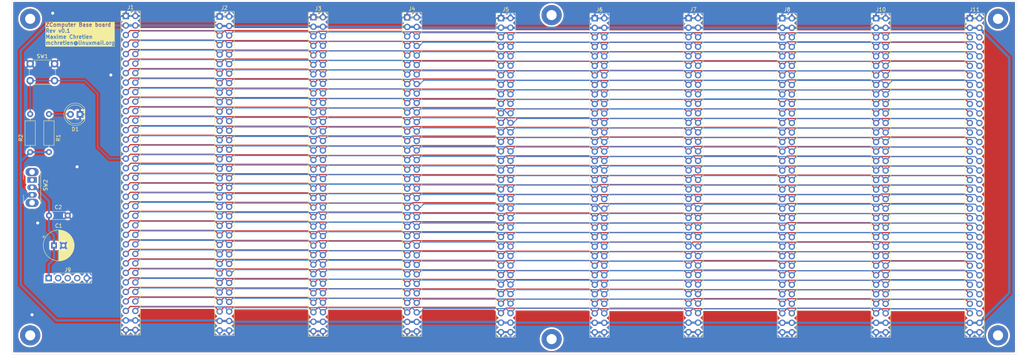
<source format=kicad_pcb>
(kicad_pcb (version 20240108) (generator "pcbnew") (generator_version "8.0")
  (title_block (title "ZComputer - Base board") (date "2024-06-13") (rev "v0.2") (company "Maxime Chretien") (comment 1 "mchretien@linuxmail.org"))
  (layers (0 "F.Cu" signal) (31 "B.Cu" signal) (34 "B.Paste" user) (35 "F.Paste" user) (36 "B.SilkS" user "B.Silkscreen") (37 "F.SilkS" user "F.Silkscreen") (38 "B.Mask" user) (39 "F.Mask" user) (44 "Edge.Cuts" user))
  (net 0 "")
  (net 1 "GND")
  (net 2 "Net-(D1-A)")
  (net 3 "/USR3#")
  (net 4 "/IOREQ#")
  (net 5 "/INT4#")
  (net 6 "/D1")
  (net 7 "/A9")
  (net 8 "/D4")
  (net 9 "/A0")
  (net 10 "/INT0#")
  (net 11 "/INT2#")
  (net 12 "/A6")
  (net 13 "/USR1#")
  (net 14 "/USR0#")
  (net 15 "/A2")
  (net 16 "/INT5#")
  (net 17 "/D7")
  (net 18 "/A14")
  (net 19 "/D2")
  (net 20 "/USR2#")
  (net 21 "/RD#")
  (net 22 "/EN#3")
  (net 23 "/A5")
  (net 24 "/D5")
  (net 25 "/EN#1")
  (net 26 "/A11")
  (net 27 "/D0")
  (net 28 "/CLK")
  (net 29 "/EN#4")
  (net 30 "/A1")
  (net 31 "/A10")
  (net 32 "/D3")
  (net 33 "/A8")
  (net 34 "/INT9#")
  (net 35 "/EN#6")
  (net 36 "/WR#")
  (net 37 "/INT12#")
  (net 38 "/A3")
  (net 39 "/A15")
  (net 40 "/EN#0")
  (net 41 "/INT6#")
  (net 42 "/A4")
  (net 43 "/D6")
  (net 44 "/A13")
  (net 45 "/INT#")
  (net 46 "/M1#")
  (net 47 "/INT8#")
  (net 48 "/EN#7")
  (net 49 "/A7")
  (net 50 "/INT3#")
  (net 51 "/INT10#")
  (net 52 "/USR4#")
  (net 53 "/A12")
  (net 54 "/INT7#")
  (net 55 "/EN#2")
  (net 56 "/USR6#")
  (net 57 "/RESET#")
  (net 58 "/IEO_CTC")
  (net 59 "/EN#5")
  (net 60 "/INT1#")
  (net 61 "/USR5#")
  (net 62 "/INT11#")
  (net 73 "5V")
  (net 74 "/VCC")
  (footprint "MountingHole:MountingHole_2.7mm_Pad" (layer "F.Cu") (at 278 35)
    (property "Reference" "H3" (hide yes))
    (property "Value" "MountingHole_Pad")
  )
  (footprint "LED_THT:LED_D5.0mm" (layer "F.Cu") (at 33.275 60.5 180)
    (property "Reference" "D1")
    (property "Value" "LED_RED")
  )
  (footprint "Connector_PinHeader_2.54mm:PinHeader_2x34_P2.54mm_Vertical" (layer "F.Cu") (at 170.5 34.86)
    (property "Reference" "J6")
    (property "Value" "Board to board connector")
  )
  (footprint "Connector_PinHeader_2.54mm:PinHeader_1x05_P2.54mm_Vertical" (layer "F.Cu") (at 24.92 104.22 90)
    (property "Reference" "J9")
    (property "Value" "Conn_micro_USB_board")
  )
  (footprint "Connector_PinHeader_2.54mm:PinHeader_2x34_P2.54mm_Vertical" (layer "F.Cu") (at 195.5 34.82)
    (property "Reference" "J7")
    (property "Value" "Board to board connector")
  )
  (footprint "Connector_PinHeader_2.54mm:PinHeader_2x34_P2.54mm_Vertical" (layer "F.Cu") (at 220.5 34.86)
    (property "Reference" "J8")
    (property "Value" "Board to board connector")
  )
  (footprint "Connector_PinHeader_2.54mm:PinHeader_2x34_P2.54mm_Vertical" (layer "F.Cu") (at 270.5 34.86)
    (property "Reference" "J11")
    (property "Value" "Board to board connector")
  )
  (footprint "Capacitor_THT:C_Disc_D4.3mm_W1.9mm_P5.00mm" (layer "F.Cu") (at 25 87.5)
    (property "Reference" "C2")
    (property "Value" "100n")
  )
  (footprint "Connector_PinHeader_2.54mm:PinHeader_2x34_P2.54mm_Vertical" (layer "F.Cu") (at 45.5 34.24)
    (property "Reference" "J1")
    (property "Value" "Board to board connector")
  )
  (footprint "MountingHole:MountingHole_2.7mm_Pad" (layer "F.Cu") (at 20 35)
    (property "Reference" "H1" (hide yes))
    (property "Value" "MountingHole_Pad")
  )
  (footprint "Capacitor_THT:CP_Radial_D8.0mm_P2.50mm" (layer "F.Cu") (at 26.347349 95.5)
    (property "Reference" "C1")
    (property "Value" "100u")
  )
  (footprint "MountingHole:MountingHole_2.7mm_Pad" (layer "F.Cu") (at 159 120.5)
    (property "Reference" "H5" (hide yes))
    (property "Value" "MountingHole_Pad")
  )
  (footprint "Button_Switch_THT:SW_PUSH_6mm_H4.3mm" (layer "F.Cu") (at 20 47)
    (property "Reference" "SW1")
    (property "Value" "RESET_SW")
  )
  (footprint "Connector_PinHeader_2.54mm:PinHeader_2x34_P2.54mm_Vertical" (layer "F.Cu") (at 120.5 34.62)
    (property "Reference" "J4")
    (property "Value" "Board to board connector")
  )
  (footprint "Button_Switch_THT:SW_Slide_SPDT_Angled_CK_OS102011MA1Q" (layer "F.Cu") (at 20.5 78 -90)
    (property "Reference" "SW2")
    (property "Value" "PWR_SW")
  )
  (footprint "Connector_PinHeader_2.54mm:PinHeader_2x34_P2.54mm_Vertical" (layer "F.Cu") (at 245.5 34.86)
    (property "Reference" "J10")
    (property "Value" "Board to board connector")
  )
  (footprint "MountingHole:MountingHole_2.7mm_Pad" (layer "F.Cu") (at 159 34)
    (property "Reference" "H2" (hide yes))
    (property "Value" "MountingHole_Pad")
  )
  (footprint "Connector_PinHeader_2.54mm:PinHeader_2x34_P2.54mm_Vertical" (layer "F.Cu") (at 145.5 34.82)
    (property "Reference" "J5")
    (property "Value" "Board to board connector")
  )
  (footprint "Connector_PinHeader_2.54mm:PinHeader_2x34_P2.54mm_Vertical" (layer "F.Cu") (at 95.5 34.58)
    (property "Reference" "J3")
    (property "Value" "Board to board connector")
  )
  (footprint "MountingHole:MountingHole_2.7mm_Pad" (layer "F.Cu") (at 20 119.5)
    (property "Reference" "H4" (hide yes))
    (property "Value" "MountingHole_Pad")
  )
  (footprint "Connector_PinHeader_2.54mm:PinHeader_2x34_P2.54mm_Vertical" (layer "F.Cu") (at 70.5 34.38)
    (property "Reference" "J2")
    (property "Value" "Board to board connector")
  )
  (footprint "MountingHole:MountingHole_2.7mm_Pad" (layer "F.Cu") (at 278 119.5)
    (property "Reference" "H6" (hide yes))
    (property "Value" "MountingHole_Pad")
  )
  (footprint "Resistor_THT:R_Axial_DIN0207_L6.3mm_D2.5mm_P10.16mm_Horizontal" (layer "F.Cu") (at 25 70.58 90)
    (property "Reference" "R1")
    (property "Value" "1k")
  )
  (footprint "Resistor_THT:R_Axial_DIN0207_L6.3mm_D2.5mm_P10.16mm_Horizontal" (layer "F.Cu") (at 20 60.42 -90)
    (property "Reference" "R2")
    (property "Value" "10k")
  )
  (gr_rect (start 15 30) (end 283 124.5) (stroke (width 0.05)) (fill none) (layer "Edge.Cuts"))
  (gr_text "ZComputer Base board\nRev v0.1\nMaxime Chretien\nmchretien@linuxmail.org" (at 24 42 0) (layer "F.SilkS" knockout) (effects (font (size 1 1) (thickness 0.2) (bold yes)) (justify left bottom)))
  (via (at 26 33.5) (size 1.5) (drill 0.8) (layers "F.Cu" "B.Cu") (net 1))
  (via (at 41.5 50) (size 1.5) (drill 0.8) (layers "F.Cu" "B.Cu") (net 1))
  (via (at 22 89.5) (size 1.5) (drill 0.8) (layers "F.Cu" "B.Cu") (net 1))
  (via (at 20.5 114) (size 1.5) (drill 0.8) (layers "F.Cu" "B.Cu") (net 1))
  (via (at 32.5 74.5) (size 1.5) (drill 0.8) (layers "F.Cu" "B.Cu") (net 1))
  (segment (start 25 60.42) (end 30.655 60.42) (width 0.3) (layer "B.Cu") (net 2))
  (segment (start 30.655 60.42) (end 30.735 60.5) (width 0.3) (layer "B.Cu") (net 2))
  (segment (start 98.04 108.24) (end 99.2 107.08) (width 0.3) (layer "B.Cu") (net 3))
  (segment (start 199.2 107.32) (end 221.84 107.32) (width 0.3) (layer "B.Cu") (net 3))
  (segment (start 174.28 107.28) (end 196.84 107.28) (width 0.3) (layer "B.Cu") (net 3))
  (segment (start 99.2 107.08) (end 121.84 107.08) (width 0.3) (layer "B.Cu") (net 3))
  (segment (start 248.04 108.52) (end 246.84 107.32) (width 0.3) (layer "B.Cu") (net 3))
  (segment (start 273.04 108.52) (end 271.84 107.32) (width 0.3) (layer "B.Cu") (net 3))
  (segment (start 148.04 108.48) (end 149.2 107.32) (width 0.3) (layer "B.Cu") (net 3))
  (segment (start 123.04 108.28) (end 124.04 107.28) (width 0.3) (layer "B.Cu") (net 3))
  (segment (start 196.84 107.28) (end 198.04 108.48) (width 0.3) (layer "B.Cu") (net 3))
  (segment (start 71.84 106.84) (end 73.04 108.04) (width 0.3) (layer "B.Cu") (net 3))
  (segment (start 221.84 107.32) (end 223.04 108.52) (width 0.3) (layer "B.Cu") (net 3))
  (segment (start 74.04 107.04) (end 96.84 107.04) (width 0.3) (layer "B.Cu") (net 3))
  (segment (start 73.04 108.04) (end 74.04 107.04) (width 0.3) (layer "B.Cu") (net 3))
  (segment (start 121.84 107.08) (end 123.04 108.28) (width 0.3) (layer "B.Cu") (net 3))
  (segment (start 96.84 107.04) (end 98.04 108.24) (width 0.3) (layer "B.Cu") (net 3))
  (segment (start 146.84 107.28) (end 148.04 108.48) (width 0.3) (layer "B.Cu") (net 3))
  (segment (start 224.24 107.32) (end 223.04 108.52) (width 0.3) (layer "B.Cu") (net 3))
  (segment (start 124.04 107.28) (end 146.84 107.28) (width 0.3) (layer "B.Cu") (net 3))
  (segment (start 246.84 107.32) (end 224.24 107.32) (width 0.3) (layer "B.Cu") (net 3))
  (segment (start 198.04 108.48) (end 199.2 107.32) (width 0.3) (layer "B.Cu") (net 3))
  (segment (start 149.2 107.32) (end 171.84 107.32) (width 0.3) (layer "B.Cu") (net 3))
  (segment (start 48.04 107.9) (end 49.1 106.84) (width 0.3) (layer "B.Cu") (net 3))
  (segment (start 171.84 107.32) (end 173.04 108.52) (width 0.3) (layer "B.Cu") (net 3))
  (segment (start 49.1 106.84) (end 71.84 106.84) (width 0.3) (layer "B.Cu") (net 3))
  (segment (start 249.24 107.32) (end 248.04 108.52) (width 0.3) (layer "B.Cu") (net 3))
  (segment (start 271.84 107.32) (end 249.24 107.32) (width 0.3) (layer "B.Cu") (net 3))
  (segment (start 173.04 108.52) (end 174.28 107.28) (width 0.3) (layer "B.Cu") (net 3))
  (segment (start 194.34 59.06) (end 195.5 60.22) (width 0.3) (layer "F.Cu") (net 4))
  (segment (start 119.26 58.78) (end 120.5 60.02) (width 0.3) (layer "F.Cu") (net 4))
  (segment (start 45.5 59.64) (end 46.7 58.44) (width 0.3) (layer "F.Cu") (net 4))
  (segment (start 96.7 58.78) (end 119.26 58.78) (width 0.3) (layer "F.Cu") (net 4))
  (segment (start 246.7 59.06) (end 269.3 59.06) (width 0.3) (layer "F.Cu") (net 4))
  (segment (start 219.26 59.02) (end 220.5 60.26) (width 0.3) (layer "F.Cu") (net 4))
  (segment (start 94.1 58.58) (end 95.5 59.98) (width 0.3) (layer "F.Cu") (net 4))
  (segment (start 120.5 60.02) (end 121.84 58.68) (width 0.3) (layer "F.Cu") (net 4))
  (segment (start 70.5 59.78) (end 71.7 58.58) (width 0.3) (layer "F.Cu") (net 4))
  (segment (start 145.5 60.22) (end 146.7 59.02) (width 0.3) (layer "F.Cu") (net 4))
  (segment (start 196.7 59.02) (end 219.26 59.02) (width 0.3) (layer "F.Cu") (net 4))
  (segment (start 121.84 58.68) (end 143.96 58.68) (width 0.3) (layer "F.Cu") (net 4))
  (segment (start 95.5 59.98) (end 96.7 58.78) (width 0.3) (layer "F.Cu") (net 4))
  (segment (start 169.26 59.02) (end 170.5 60.26) (width 0.3) (layer "F.Cu") (net 4))
  (segment (start 244.3 59.06) (end 245.5 60.26) (width 0.3) (layer "F.Cu") (net 4))
  (segment (start 143.96 58.68) (end 145.5 60.22) (width 0.3) (layer "F.Cu") (net 4))
  (segment (start 69.16 58.44) (end 70.5 59.78) (width 0.3) (layer "F.Cu") (net 4))
  (segment (start 195.5 60.22) (end 196.7 59.02) (width 0.3) (layer "F.Cu") (net 4))
  (segment (start 170.5 60.26) (end 171.7 59.06) (width 0.3) (layer "F.Cu") (net 4))
  (segment (start 171.7 59.06) (end 194.34 59.06) (width 0.3) (layer "F.Cu") (net 4))
  (segment (start 245.5 60.26) (end 246.7 59.06) (width 0.3) (layer "F.Cu") (net 4))
  (segment (start 220.5 60.26) (end 221.7 59.06) (width 0.3) (layer "F.Cu") (net 4))
  (segment (start 71.7 58.58) (end 94.1 58.58) (width 0.3) (layer "F.Cu") (net 4))
  (segment (start 269.3 59.06) (end 270.5 60.26) (width 0.3) (layer "F.Cu") (net 4))
  (segment (start 146.7 59.02) (end 169.26 59.02) (width 0.3) (layer "F.Cu") (net 4))
  (segment (start 46.7 58.44) (end 69.16 58.44) (width 0.3) (layer "F.Cu") (net 4))
  (segment (start 221.7 59.06) (end 244.3 59.06) (width 0.3) (layer "F.Cu") (net 4))
  (segment (start 195.5 90.7) (end 196.7 89.5) (width 0.3) (layer "F.Cu") (net 5))
  (segment (start 45.5 90.12) (end 46.7 88.92) (width 0.3) (layer "F.Cu") (net 5))
  (segment (start 194.34 89.54) (end 195.5 90.7) (width 0.3) (layer "F.Cu") (net 5))
  (segment (start 219.26 89.5) (end 220.5 90.74) (width 0.3) (layer "F.Cu") (net 5))
  (segment (start 221.84 89.4) (end 244.16 89.4) (width 0.3) (layer "F.Cu") (net 5))
  (segment (start 120.5 90.5) (end 121.84 89.16) (width 0.3) (layer "F.Cu") (net 5))
  (segment (start 46.7 88.92) (end 69.16 88.92) (width 0.3) (layer "F.Cu") (net 5))
  (segment (start 94.1 89.06) (end 95.5 90.46) (width 0.3) (layer "F.Cu") (net 5))
  (segment (start 269.3 89.54) (end 270.5 90.74) (width 0.3) (layer "F.Cu") (net 5))
  (segment (start 246.7 89.54) (end 269.3 89.54) (width 0.3) (layer "F.Cu") (net 5))
  (segment (start 145.5 90.7) (end 146.7 89.5) (width 0.3) (layer "F.Cu") (net 5))
  (segment (start 143.96 89.16) (end 145.5 90.7) (width 0.3) (layer "F.Cu") (net 5))
  (segment (start 171.7 89.54) (end 194.34 89.54) (width 0.3) (layer "F.Cu") (net 5))
  (segment (start 146.7 89.5) (end 169.26 89.5) (width 0.3) (layer "F.Cu") (net 5))
  (segment (start 170.5 90.74) (end 171.7 89.54) (width 0.3) (layer "F.Cu") (net 5))
  (segment (start 70.5 90.26) (end 71.7 89.06) (width 0.3) (layer "F.Cu") (net 5))
  (segment (start 69.16 88.92) (end 70.5 90.26) (width 0.3) (layer "F.Cu") (net 5))
  (segment (start 196.7 89.5) (end 219.26 89.5) (width 0.3) (layer "F.Cu") (net 5))
  (segment (start 244.16 89.4) (end 245.5 90.74) (width 0.3) (layer "F.Cu") (net 5))
  (segment (start 121.84 89.16) (end 143.96 89.16) (width 0.3) (layer "F.Cu") (net 5))
  (segment (start 220.5 90.74) (end 221.84 89.4) (width 0.3) (layer "F.Cu") (net 5))
  (segment (start 95.5 90.46) (end 96.7 89.26) (width 0.3) (layer "F.Cu") (net 5))
  (segment (start 169.26 89.5) (end 170.5 90.74) (width 0.3) (layer "F.Cu") (net 5))
  (segment (start 245.5 90.74) (end 246.7 89.54) (width 0.3) (layer "F.Cu") (net 5))
  (segment (start 119.26 89.26) (end 120.5 90.5) (width 0.3) (layer "F.Cu") (net 5))
  (segment (start 71.7 89.06) (end 94.1 89.06) (width 0.3) (layer "F.Cu") (net 5))
  (segment (start 96.7 89.26) (end 119.26 89.26) (width 0.3) (layer "F.Cu") (net 5))
  (segment (start 220.5 42.48) (end 221.84 41.14) (width 0.3) (layer "F.Cu") (net 6))
  (segment (start 46.7 40.66) (end 69.16 40.66) (width 0.3) (layer "F.Cu") (net 6))
  (segment (start 120.5 42.24) (end 121.7 41.04) (width 0.3) (layer "F.Cu") (net 6))
  (segment (start 246.7 41.28) (end 269.3 41.28) (width 0.3) (layer "F.Cu") (net 6))
  (segment (start 121.7 41.04) (end 144.1 41.04) (width 0.3) (layer "F.Cu") (net 6))
  (segment (start 95.5 42.2) (end 96.7 41) (width 0.3) (layer "F.Cu") (net 6))
  (segment (start 171.72 41.28) (end 194.34 41.28) (width 0.3) (layer "F.Cu") (net 6))
  (segment (start 221.84 41.14) (end 244.16 41.14) (width 0.3) (layer "F.Cu") (net 6))
  (segment (start 119.26 41) (end 120.5 42.24) (width 0.3) (layer "F.Cu") (net 6))
  (segment (start 195.5 42.44) (end 196.7 41.24) (width 0.3) (layer "F.Cu") (net 6))
  (segment (start 170.5 42.48) (end 170.52 42.48) (width 0.3) (layer "F.Cu") (net 6))
  (segment (start 96.7 41) (end 119.26 41) (width 0.3) (layer "F.Cu") (net 6))
  (segment (start 219.26 41.24) (end 220.5 42.48) (width 0.3) (layer "F.Cu") (net 6))
  (segment (start 170.52 42.48) (end 171.72 41.28) (width 0.3) (layer "F.Cu") (net 6))
  (segment (start 196.7 41.24) (end 219.26 41.24) (width 0.3) (layer "F.Cu") (net 6))
  (segment (start 71.7 40.8) (end 94.1 40.8) (width 0.3) (layer "F.Cu") (net 6))
  (segment (start 269.3 41.28) (end 270.5 42.48) (width 0.3) (layer "F.Cu") (net 6))
  (segment (start 94.1 40.8) (end 95.5 42.2) (width 0.3) (layer "F.Cu") (net 6))
  (segment (start 69.16 40.66) (end 70.5 42) (width 0.3) (layer "F.Cu") (net 6))
  (segment (start 70.5 42) (end 71.7 40.8) (width 0.3) (layer "F.Cu") (net 6))
  (segment (start 145.5 42.44) (end 146.7 41.24) (width 0.3) (layer "F.Cu") (net 6))
  (segment (start 245.5 42.48) (end 246.7 41.28) (width 0.3) (layer "F.Cu") (net 6))
  (segment (start 146.7 41.24) (end 169.26 41.24) (width 0.3) (layer "F.Cu") (net 6))
  (segment (start 244.16 41.14) (end 245.5 42.48) (width 0.3) (layer "F.Cu") (net 6))
  (segment (start 194.34 41.28) (end 195.5 42.44) (width 0.3) (layer "F.Cu") (net 6))
  (segment (start 169.26 41.24) (end 170.5 42.48) (width 0.3) (layer "F.Cu") (net 6))
  (segment (start 45.5 41.86) (end 46.7 40.66) (width 0.3) (layer "F.Cu") (net 6))
  (segment (start 144.1 41.04) (end 145.5 42.44) (width 0.3) (layer "F.Cu") (net 6))
  (segment (start 49.1 61.12) (end 48.04 62.18) (width 0.3) (layer "B.Cu") (net 7))
  (segment (start 149.92 61.6) (end 171.84 61.6) (width 0.3) (layer "B.Cu") (net 7))
  (segment (start 121.84 61.36) (end 99.2 61.36) (width 0.3) (layer "B.Cu") (net 7))
  (segment (start 248.04 62.8) (end 246.84 61.6) (width 0.3) (layer "B.Cu") (net 7))
  (segment (start 148.04 62.76) (end 148.76 62.76) (width 0.3) (layer "B.Cu") (net 7))
  (segment (start 199.2 61.6) (end 198.04 62.76) (width 0.3) (layer "B.Cu") (net 7))
  (segment (start 223.04 62.8) (end 221.84 61.6) (width 0.3) (layer "B.Cu") (net 7))
  (segment (start 74.04 61.32) (end 73.04 62.32) (width 0.3) (layer "B.Cu") (net 7))
  (segment (start 148.76 62.76) (end 149.92 61.6) (width 0.3) (layer "B.Cu") (net 7))
  (segment (start 123.04 62.56) (end 121.84 61.36) (width 0.3) (layer "B.Cu") (net 7))
  (segment (start 271.84 61.6) (end 249.24 61.6) (width 0.3) (layer "B.Cu") (net 7))
  (segment (start 146.7 61.42) (end 148.04 62.76) (width 0.3) (layer "B.Cu") (net 7))
  (segment (start 73.04 62.32) (end 71.84 61.12) (width 0.3) (layer "B.Cu") (net 7))
  (segment (start 98.04 62.52) (end 96.84 61.32) (width 0.3) (layer "B.Cu") (net 7))
  (segment (start 99.2 61.36) (end 98.04 62.52) (width 0.3) (layer "B.Cu") (net 7))
  (segment (start 174.28 61.56) (end 173.04 62.8) (width 0.3) (layer "B.Cu") (net 7))
  (segment (start 171.84 61.6) (end 173.04 62.8) (width 0.3) (layer "B.Cu") (net 7))
  (segment (start 249.24 61.6) (end 248.04 62.8) (width 0.3) (layer "B.Cu") (net 7))
  (segment (start 246.84 61.6) (end 224.24 61.6) (width 0.3) (layer "B.Cu") (net 7))
  (segment (start 96.84 61.32) (end 74.04 61.32) (width 0.3) (layer "B.Cu") (net 7))
  (segment (start 198.04 62.76) (end 196.84 61.56) (width 0.3) (layer "B.Cu") (net 7))
  (segment (start 224.24 61.6) (end 223.04 62.8) (width 0.3) (layer "B.Cu") (net 7))
  (segment (start 124.18 61.42) (end 146.7 61.42) (width 0.3) (layer "B.Cu") (net 7))
  (segment (start 196.84 61.56) (end 174.28 61.56) (width 0.3) (layer "B.Cu") (net 7))
  (segment (start 221.84 61.6) (end 199.2 61.6) (width 0.3) (layer "B.Cu") (net 7))
  (segment (start 123.04 62.56) (end 124.18 61.42) (width 0.3) (layer "B.Cu") (net 7))
  (segment (start 273.04 62.8) (end 271.84 61.6) (width 0.3) (layer "B.Cu") (net 7))
  (segment (start 71.84 61.12) (end 49.1 61.12) (width 0.3) (layer "B.Cu") (net 7))
  (segment (start 270.5 50.1) (end 269.16 48.76) (width 0.3) (layer "F.Cu") (net 8))
  (segment (start 70.5 49.62) (end 71.7 48.42) (width 0.3) (layer "F.Cu") (net 8))
  (segment (start 244.3 48.9) (end 221.7 48.9) (width 0.3) (layer "F.Cu") (net 8))
  (segment (start 196.7 48.86) (end 195.5 50.06) (width 0.3) (layer "F.Cu") (net 8))
  (segment (start 169.26 48.86) (end 170.5 50.1) (width 0.3) (layer "F.Cu") (net 8))
  (segment (start 45.5 49.48) (end 46.7 48.28) (width 0.3) (layer "F.Cu") (net 8))
  (segment (start 121.7 48.66) (end 144.1 48.66) (width 0.3) (layer "F.Cu") (net 8))
  (segment (start 171.84 48.76) (end 194.2 48.76) (width 0.3) (layer "F.Cu") (net 8))
  (segment (start 269.16 48.76) (end 246.84 48.76) (width 0.3) (layer "F.Cu") (net 8))
  (segment (start 219.26 48.86) (end 196.7 48.86) (width 0.3) (layer "F.Cu") (net 8))
  (segment (start 120.5 49.86) (end 121.7 48.66) (width 0.3) (layer "F.Cu") (net 8))
  (segment (start 221.7 48.9) (end 220.5 50.1) (width 0.3) (layer "F.Cu") (net 8))
  (segment (start 46.7 48.28) (end 69.16 48.28) (width 0.3) (layer "F.Cu") (net 8))
  (segment (start 194.2 48.76) (end 195.5 50.06) (width 0.3) (layer "F.Cu") (net 8))
  (segment (start 119.26 48.62) (end 120.5 49.86) (width 0.3) (layer "F.Cu") (net 8))
  (segment (start 146.7 48.86) (end 169.26 48.86) (width 0.3) (layer "F.Cu") (net 8))
  (segment (start 170.5 50.1) (end 171.84 48.76) (width 0.3) (layer "F.Cu") (net 8))
  (segment (start 246.84 48.76) (end 245.5 50.1) (width 0.3) (layer "F.Cu") (net 8))
  (segment (start 245.5 50.1) (end 244.3 48.9) (width 0.3) (layer "F.Cu") (net 8))
  (segment (start 145.5 50.06) (end 146.7 48.86) (width 0.3) (layer "F.Cu") (net 8))
  (segment (start 95.5 49.82) (end 96.7 48.62) (width 0.3) (layer "F.Cu") (net 8))
  (segment (start 94.1 48.42) (end 95.5 49.82) (width 0.3) (layer "F.Cu") (net 8))
  (segment (start 69.16 48.28) (end 70.5 49.62) (width 0.3) (layer "F.Cu") (net 8))
  (segment (start 220.5 50.1) (end 219.26 48.86) (width 0.3) (layer "F.Cu") (net 8))
  (segment (start 96.7 48.62) (end 119.26 48.62) (width 0.3) (layer "F.Cu") (net 8))
  (segment (start 144.1 48.66) (end 145.5 50.06) (width 0.3) (layer "F.Cu") (net 8))
  (segment (start 71.7 48.42) (end 94.1 48.42) (width 0.3) (layer "F.Cu") (net 8))
  (segment (start 249.24 38.74) (end 248.04 39.94) (width 0.3) (layer "B.Cu") (net 9))
  (segment (start 174.28 38.7) (end 196.84 38.7) (width 0.3) (layer "B.Cu") (net 9))
  (segment (start 148.04 39.9) (end 146.84 38.7) (width 0.3) (layer "B.Cu") (net 9))
  (segment (start 123.04 39.7) (end 121.84 38.5) (width 0.3) (layer "B.Cu") (net 9))
  (segment (start 71.84 38.26) (end 73.04 39.46) (width 0.3) (layer "B.Cu") (net 9))
  (segment (start 224.24 38.74) (end 246.84 38.74) (width 0.3) (layer "B.Cu") (net 9))
  (segment (start 149.2 38.74) (end 171.84 38.74) (width 0.3) (layer "B.Cu") (net 9))
  (segment (start 99.2 38.5) (end 98.04 39.66) (width 0.3) (layer "B.Cu") (net 9))
  (segment (start 73.04 39.46) (end 74.04 38.46) (width 0.3) (layer "B.Cu") (net 9))
  (segment (start 48.04 39.32) (end 49.1 38.26) (width 0.3) (layer "B.Cu") (net 9))
  (segment (start 223.04 39.94) (end 221.84 38.74) (width 0.3) (layer "B.Cu") (net 9))
  (segment (start 49.1 38.26) (end 71.84 38.26) (width 0.3) (layer "B.Cu") (net 9))
  (segment (start 246.84 38.74) (end 248.04 39.94) (width 0.3) (layer "B.Cu") (net 9))
  (segment (start 223.04 39.94) (end 224.24 38.74) (width 0.3) (layer "B.Cu") (net 9))
  (segment (start 271.84 38.74) (end 249.24 38.74) (width 0.3) (layer "B.Cu") (net 9))
  (segment (start 124.04 38.7) (end 123.04 39.7) (width 0.3) (layer "B.Cu") (net 9))
  (segment (start 199.2 38.74) (end 198.04 39.9) (width 0.3) (layer "B.Cu") (net 9))
  (segment (start 173.04 39.94) (end 174.28 38.7) (width 0.3) (layer "B.Cu") (net 9))
  (segment (start 273.04 39.94) (end 271.84 38.74) (width 0.3) (layer "B.Cu") (net 9))
  (segment (start 221.84 38.74) (end 199.2 38.74) (width 0.3) (layer "B.Cu") (net 9))
  (segment (start 74.04 38.46) (end 96.84 38.46) (width 0.3) (layer "B.Cu") (net 9))
  (segment (start 171.84 38.74) (end 173.04 39.94) (width 0.3) (layer "B.Cu") (net 9))
  (segment (start 121.84 38.5) (end 99.2 38.5) (width 0.3) (layer "B.Cu") (net 9))
  (segment (start 96.84 38.46) (end 98.04 39.66) (width 0.3) (layer "B.Cu") (net 9))
  (segment (start 146.84 38.7) (end 124.04 38.7) (width 0.3) (layer "B.Cu") (net 9))
  (segment (start 196.84 38.7) (end 198.04 39.9) (width 0.3) (layer "B.Cu") (net 9))
  (segment (start 148.04 39.9) (end 149.2 38.74) (width 0.3) (layer "B.Cu") (net 9))
  (segment (start 96.7 79.1) (end 119.26 79.1) (width 0.3) (layer "F.Cu") (net 10))
  (segment (start 169.26 79.34) (end 170.5 80.58) (width 0.3) (layer "F.Cu") (net 10))
  (segment (start 219.26 79.34) (end 220.5 80.58) (width 0.3) (layer "F.Cu") (net 10))
  (segment (start 95.5 80.3) (end 96.7 79.1) (width 0.3) (layer "F.Cu") (net 10))
  (segment (start 244.3 79.38) (end 245.5 80.58) (width 0.3) (layer "F.Cu") (net 10))
  (segment (start 269.3 79.38) (end 270.5 80.58) (width 0.3) (layer "F.Cu") (net 10))
  (segment (start 121.7 79.14) (end 144.1 79.14) (width 0.3) (layer "F.Cu") (net 10))
  (segment (start 70.5 80.1) (end 71.7 78.9) (width 0.3) (layer "F.Cu") (net 10))
  (segment (start 245.5 80.58) (end 246.7 79.38) (width 0.3) (layer "F.Cu") (net 10))
  (segment (start 45.5 79.96) (end 46.7 78.76) (width 0.3) (layer "F.Cu") (net 10))
  (segment (start 220.5 80.58) (end 221.7 79.38) (width 0.3) (layer "F.Cu") (net 10))
  (segment (start 170.5 80.58) (end 171.84 79.24) (width 0.3) (layer "F.Cu") (net 10))
  (segment (start 146.7 79.34) (end 169.26 79.34) (width 0.3) (layer "F.Cu") (net 10))
  (segment (start 119.26 79.1) (end 120.5 80.34) (width 0.3) (layer "F.Cu") (net 10))
  (segment (start 246.7 79.38) (end 269.3 79.38) (width 0.3) (layer "F.Cu") (net 10))
  (segment (start 196.7 79.34) (end 219.26 79.34) (width 0.3) (layer "F.Cu") (net 10))
  (segment (start 194.2 79.24) (end 195.5 80.54) (width 0.3) (layer "F.Cu") (net 10))
  (segment (start 221.7 79.38) (end 244.3 79.38) (width 0.3) (layer "F.Cu") (net 10))
  (segment (start 144.1 79.14) (end 145.5 80.54) (width 0.3) (layer "F.Cu") (net 10))
  (segment (start 71.7 78.9) (end 94.1 78.9) (width 0.3) (layer "F.Cu") (net 10))
  (segment (start 94.1 78.9) (end 95.5 80.3) (width 0.3) (layer "F.Cu") (net 10))
  (segment (start 171.84 79.24) (end 194.2 79.24) (width 0.3) (layer "F.Cu") (net 10))
  (segment (start 46.7 78.76) (end 69.16 78.76) (width 0.3) (layer "F.Cu") (net 10))
  (segment (start 69.16 78.76) (end 70.5 80.1) (width 0.3) (layer "F.Cu") (net 10))
  (segment (start 195.5 80.54) (end 196.7 79.34) (width 0.3) (layer "F.Cu") (net 10))
  (segment (start 145.5 80.54) (end 146.7 79.34) (width 0.3) (layer "F.Cu") (net 10))
  (segment (start 120.5 80.34) (end 121.7 79.14) (width 0.3) (layer "F.Cu") (net 10))
  (segment (start 196.84 84.28) (end 219.12 84.28) (width 0.3) (layer "F.Cu") (net 11))
  (segment (start 119.26 84.18) (end 120.5 85.42) (width 0.3) (layer "F.Cu") (net 11))
  (segment (start 69.16 83.84) (end 70.5 85.18) (width 0.3) (layer "F.Cu") (net 11))
  (segment (start 269.16 84.32) (end 270.5 85.66) (width 0.3) (layer "F.Cu") (net 11))
  (segment (start 95.5 85.38) (end 96.7 84.18) (width 0.3) (layer "F.Cu") (net 11))
  (segment (start 143.96 84.08) (end 145.5 85.62) (width 0.3) (layer "F.Cu") (net 11))
  (segment (start 221.84 84.32) (end 244.16 84.32) (width 0.3) (layer "F.Cu") (net 11))
  (segment (start 245.5 85.66) (end 246.84 84.32) (width 0.3) (layer "F.Cu") (net 11))
  (segment (start 219.12 84.28) (end 220.5 85.66) (width 0.3) (layer "F.Cu") (net 11))
  (segment (start 120.5 85.42) (end 121.84 84.08) (width 0.3) (layer "F.Cu") (net 11))
  (segment (start 45.5 85.04) (end 46.7 83.84) (width 0.3) (layer "F.Cu") (net 11))
  (segment (start 71.7 83.98) (end 94.1 83.98) (width 0.3) (layer "F.Cu") (net 11))
  (segment (start 169.26 84.42) (end 170.5 85.66) (width 0.3) (layer "F.Cu") (net 11))
  (segment (start 121.84 84.08) (end 143.96 84.08) (width 0.3) (layer "F.Cu") (net 11))
  (segment (start 46.7 83.84) (end 69.16 83.84) (width 0.3) (layer "F.Cu") (net 11))
  (segment (start 194.2 84.32) (end 195.5 85.62) (width 0.3) (layer "F.Cu") (net 11))
  (segment (start 244.16 84.32) (end 245.5 85.66) (width 0.3) (layer "F.Cu") (net 11))
  (segment (start 145.5 85.62) (end 146.7 84.42) (width 0.3) (layer "F.Cu") (net 11))
  (segment (start 220.5 85.66) (end 221.84 84.32) (width 0.3) (layer "F.Cu") (net 11))
  (segment (start 96.7 84.18) (end 119.26 84.18) (width 0.3) (layer "F.Cu") (net 11))
  (segment (start 94.1 83.98) (end 95.5 85.38) (width 0.3) (layer "F.Cu") (net 11))
  (segment (start 171.84 84.32) (end 194.2 84.32) (width 0.3) (layer "F.Cu") (net 11))
  (segment (start 70.5 85.18) (end 71.7 83.98) (width 0.3) (layer "F.Cu") (net 11))
  (segment (start 170.5 85.66) (end 171.84 84.32) (width 0.3) (layer "F.Cu") (net 11))
  (segment (start 146.7 84.42) (end 169.26 84.42) (width 0.3) (layer "F.Cu") (net 11))
  (segment (start 195.5 85.62) (end 196.84 84.28) (width 0.3) (layer "F.Cu") (net 11))
  (segment (start 246.84 84.32) (end 269.16 84.32) (width 0.3) (layer "F.Cu") (net 11))
  (segment (start 199.2 53.98) (end 198.04 55.14) (width 0.3) (layer "B.Cu") (net 12))
  (segment (start 173.04 55.18) (end 171.84 53.98) (width 0.3) (layer "B.Cu") (net 12))
  (segment (start 148.04 55.14) (end 146.84 53.94) (width 0.3) (layer "B.Cu") (net 12))
  (segment (start 171.84 53.98) (end 149.2 53.98) (width 0.3) (layer "B.Cu") (net 12))
  (segment (start 271.84 53.98) (end 249.24 53.98) (width 0.3) (layer "B.Cu") (net 12))
  (segment (start 146.84 53.94) (end 124.04 53.94) (width 0.3) (layer "B.Cu") (net 12))
  (segment (start 223.04 55.18) (end 221.84 53.98) (width 0.3) (layer "B.Cu") (net 12))
  (segment (start 249.24 53.98) (end 248.04 55.18) (width 0.3) (layer "B.Cu") (net 12))
  (segment (start 99.2 53.74) (end 121.84 53.74) (width 0.3) (layer "B.Cu") (net 12))
  (segment (start 196.84 53.94) (end 198.04 55.14) (width 0.3) (layer "B.Cu") (net 12))
  (segment (start 73.04 54.7) (end 71.84 53.5) (width 0.3) (layer "B.Cu") (net 12))
  (segment (start 224.24 53.98) (end 246.84 53.98) (width 0.3) (layer "B.Cu") (net 12))
  (segment (start 124.04 53.94) (end 123.04 54.94) (width 0.3) (layer "B.Cu") (net 12))
  (segment (start 49.1 53.5) (end 48.04 54.56) (width 0.3) (layer "B.Cu") (net 12))
  (segment (start 273.04 55.18) (end 271.84 53.98) (width 0.3) (layer "B.Cu") (net 12))
  (segment (start 173.04 55.18) (end 174.28 53.94) (width 0.3) (layer "B.Cu") (net 12))
  (segment (start 221.84 53.98) (end 199.2 53.98) (width 0.3) (layer "B.Cu") (net 12))
  (segment (start 174.28 53.94) (end 196.84 53.94) (width 0.3) (layer "B.Cu") (net 12))
  (segment (start 96.84 53.7) (end 98.04 54.9) (width 0.3) (layer "B.Cu") (net 12))
  (segment (start 246.84 53.98) (end 248.04 55.18) (width 0.3) (layer "B.Cu") (net 12))
  (segment (start 74.04 53.7) (end 96.84 53.7) (width 0.3) (layer "B.Cu") (net 12))
  (segment (start 71.84 53.5) (end 49.1 53.5) (width 0.3) (layer "B.Cu") (net 12))
  (segment (start 73.04 54.7) (end 74.04 53.7) (width 0.3) (layer "B.Cu") (net 12))
  (segment (start 121.84 53.74) (end 123.04 54.94) (width 0.3) (layer "B.Cu") (net 12))
  (segment (start 149.2 53.98) (end 148.04 55.14) (width 0.3) (layer "B.Cu") (net 12))
  (segment (start 223.04 55.18) (end 224.24 53.98) (width 0.3) (layer "B.Cu") (net 12))
  (segment (start 98.04 54.9) (end 99.2 53.74) (width 0.3) (layer "B.Cu") (net 12))
  (segment (start 171.84 102.24) (end 173.04 103.44) (width 0.3) (layer "B.Cu") (net 13))
  (segment (start 49.1 101.76) (end 71.84 101.76) (width 0.3) (layer "B.Cu") (net 13))
  (segment (start 223.04 103.44) (end 224.24 102.24) (width 0.3) (layer "B.Cu") (net 13))
  (segment (start 198.04 103.4) (end 199.2 102.24) (width 0.3) (layer "B.Cu") (net 13))
  (segment (start 73.54 102.96) (end 74.54 101.96) (width 0.3) (layer "B.Cu") (net 13))
  (segment (start 224.24 102.24) (end 246.84 102.24) (width 0.3) (layer "B.Cu") (net 13))
  (segment (start 99.2 102) (end 121.84 102) (width 0.3) (layer "B.Cu") (net 13))
  (segment (start 73.04 102.96) (end 73.54 102.96) (width 0.3) (layer "B.Cu") (net 13))
  (segment (start 123.3 103.2) (end 124.3 102.2) (width 0.3) (layer "B.Cu") (net 13))
  (segment (start 174.28 102.2) (end 196.84 102.2) (width 0.3) (layer "B.Cu") (net 13))
  (segment (start 71.84 101.76) (end 73.04 102.96) (width 0.3) (layer "B.Cu") (net 13))
  (segment (start 271.84 102.24) (end 249.24 102.24) (width 0.3) (layer "B.Cu") (net 13))
  (segment (start 149.26 102.24) (end 171.84 102.24) (width 0.3) (layer "B.Cu") (net 13))
  (segment (start 199.2 102.24) (end 221.84 102.24) (width 0.3) (layer "B.Cu") (net 13))
  (segment (start 124.3 102.2) (end 146.84 102.2) (width 0.3) (layer "B.Cu") (net 13))
  (segment (start 98.04 103.16) (end 99.2 102) (width 0.3) (layer "B.Cu") (net 13))
  (segment (start 173.04 103.44) (end 174.28 102.2) (width 0.3) (layer "B.Cu") (net 13))
  (segment (start 123.04 103.2) (end 123.3 103.2) (width 0.3) (layer "B.Cu") (net 13))
  (segment (start 148.1 103.4) (end 149.26 102.24) (width 0.3) (layer "B.Cu") (net 13))
  (segment (start 148.04 103.4) (end 148.1 103.4) (width 0.3) (layer "B.Cu") (net 13))
  (segment (start 246.84 102.24) (end 248.04 103.44) (width 0.3) (layer "B.Cu") (net 13))
  (segment (start 146.84 102.2) (end 148.04 103.4) (width 0.3) (layer "B.Cu") (net 13))
  (segment (start 249.24 102.24) (end 248.04 103.44) (width 0.3) (layer "B.Cu") (net 13))
  (segment (start 196.84 102.2) (end 198.04 103.4) (width 0.3) (layer "B.Cu") (net 13))
  (segment (start 48.04 102.82) (end 49.1 101.76) (width 0.3) (layer "B.Cu") (net 13))
  (segment (start 74.54 101.96) (end 96.84 101.96) (width 0.3) (layer "B.Cu") (net 13))
  (segment (start 221.84 102.24) (end 223.04 103.44) (width 0.3) (layer "B.Cu") (net 13))
  (segment (start 96.84 101.96) (end 98.04 103.16) (width 0.3) (layer "B.Cu") (net 13))
  (segment (start 121.84 102) (end 123.04 103.2) (width 0.3) (layer "B.Cu") (net 13))
  (segment (start 273.04 103.44) (end 271.84 102.24) (width 0.3) (layer "B.Cu") (net 13))
  (segment (start 224.24 99.7) (end 223.04 100.9) (width 0.3) (layer "B.Cu") (net 14))
  (segment (start 48.04 100.28) (end 49.1 99.22) (width 0.3) (layer "B.Cu") (net 14))
  (segment (start 271.84 99.7) (end 273.04 100.9) (width 0.3) (layer "B.Cu") (net 14))
  (segment (start 149.34 99.56) (end 148.04 100.86) (width 0.3) (layer "B.Cu") (net 14))
  (segment (start 196.84 99.66) (end 174.28 99.66) (width 0.3) (layer "B.Cu") (net 14))
  (segment (start 198.04 100.86) (end 199.2 99.7) (width 0.3) (layer "B.Cu") (net 14))
  (segment (start 248.04 100.9) (end 249.24 99.7) (width 0.3) (layer "B.Cu") (net 14))
  (segment (start 99.2 99.46) (end 98.04 100.62) (width 0.3) (layer "B.Cu") (net 14))
  (segment (start 221.84 99.7) (end 223.04 100.9) (width 0.3) (layer "B.Cu") (net 14))
  (segment (start 49.1 99.22) (end 71.84 99.22) (width 0.3) (layer "B.Cu") (net 14))
  (segment (start 121.84 99.46) (end 99.2 99.46) (width 0.3) (layer "B.Cu") (net 14))
  (segment (start 199.2 99.7) (end 221.84 99.7) (width 0.3) (layer "B.Cu") (net 14))
  (segment (start 74.04 99.42) (end 73.04 100.42) (width 0.3) (layer "B.Cu") (net 14))
  (segment (start 96.84 99.42) (end 74.04 99.42) (width 0.3) (layer "B.Cu") (net 14))
  (segment (start 98.04 100.62) (end 96.84 99.42) (width 0.3) (layer "B.Cu") (net 14))
  (segment (start 198.04 100.86) (end 196.84 99.66) (width 0.3) (layer "B.Cu") (net 14))
  (segment (start 173.04 100.9) (end 171.7 99.56) (width 0.3) (layer "B.Cu") (net 14))
  (segment (start 146.84 99.66) (end 124.04 99.66) (width 0.3) (layer "B.Cu") (net 14))
  (segment (start 148.04 100.86) (end 146.84 99.66) (width 0.3) (layer "B.Cu") (net 14))
  (segment (start 246.84 99.7) (end 224.24 99.7) (width 0.3) (layer "B.Cu") (net 14))
  (segment (start 248.04 100.9) (end 246.84 99.7) (width 0.3) (layer "B.Cu") (net 14))
  (segment (start 249.24 99.7) (end 271.84 99.7) (width 0.3) (layer "B.Cu") (net 14))
  (segment (start 124.04 99.66) (end 123.04 100.66) (width 0.3) (layer "B.Cu") (net 14))
  (segment (start 171.7 99.56) (end 149.34 99.56) (width 0.3) (layer "B.Cu") (net 14))
  (segment (start 174.28 99.66) (end 173.04 100.9) (width 0.3) (layer "B.Cu") (net 14))
  (segment (start 71.84 99.22) (end 73.04 100.42) (width 0.3) (layer "B.Cu") (net 14))
  (segment (start 123.04 100.66) (end 121.84 99.46) (width 0.3) (layer "B.Cu") (net 14))
  (segment (start 49.1 43.34) (end 48.04 44.4) (width 0.3) (layer "B.Cu") (net 15))
  (segment (start 174.28 43.78) (end 196.84 43.78) (width 0.3) (layer "B.Cu") (net 15))
  (segment (start 223.04 45.02) (end 224.24 43.82) (width 0.3) (layer "B.Cu") (net 15))
  (segment (start 73.04 44.54) (end 71.84 43.34) (width 0.3) (layer "B.Cu") (net 15))
  (segment (start 246.84 43.82) (end 248.04 45.02) (width 0.3) (layer "B.Cu") (net 15))
  (segment (start 173.04 45.02) (end 174.28 43.78) (width 0.3) (layer "B.Cu") (net 15))
  (segment (start 96.84 43.54) (end 98.04 44.74) (width 0.3) (layer "B.Cu") (net 15))
  (segment (start 74.04 43.54) (end 96.84 43.54) (width 0.3) (layer "B.Cu") (net 15))
  (segment (start 224.24 43.82) (end 246.84 43.82) (width 0.3) (layer "B.Cu") (net 15))
  (segment (start 148.04 44.98) (end 149.2 43.82) (width 0.3) (layer "B.Cu") (net 15))
  (segment (start 149.2 43.82) (end 171.84 43.82) (width 0.3) (layer "B.Cu") (net 15))
  (segment (start 199.2 43.82) (end 198.04 44.98) (width 0.3) (layer "B.Cu") (net 15))
  (segment (start 196.84 43.78) (end 198.04 44.98) (width 0.3) (layer "B.Cu") (net 15))
  (segment (start 223.04 45.02) (end 221.84 43.82) (width 0.3) (layer "B.Cu") (net 15))
  (segment (start 99.2 43.58) (end 121.84 43.58) (width 0.3) (layer "B.Cu") (net 15))
  (segment (start 271.84 43.82) (end 249.24 43.82) (width 0.3) (layer "B.Cu") (net 15))
  (segment (start 221.84 43.82) (end 199.2 43.82) (width 0.3) (layer "B.Cu") (net 15))
  (segment (start 71.84 43.34) (end 49.1 43.34) (width 0.3) (layer "B.Cu") (net 15))
  (segment (start 273.04 45.02) (end 271.84 43.82) (width 0.3) (layer "B.Cu") (net 15))
  (segment (start 146.84 43.78) (end 124.04 43.78) (width 0.3) (layer "B.Cu") (net 15))
  (segment (start 249.24 43.82) (end 248.04 45.02) (width 0.3) (layer "B.Cu") (net 15))
  (segment (start 148.04 44.98) (end 146.84 43.78) (width 0.3) (layer "B.Cu") (net 15))
  (segment (start 124.04 43.78) (end 123.04 44.78) (width 0.3) (layer "B.Cu") (net 15))
  (segment (start 98.04 44.74) (end 99.2 43.58) (width 0.3) (layer "B.Cu") (net 15))
  (segment (start 171.84 43.82) (end 173.04 45.02) (width 0.3) (layer "B.Cu") (net 15))
  (segment (start 73.04 44.54) (end 74.04 43.54) (width 0.3) (layer "B.Cu") (net 15))
  (segment (start 121.84 43.58) (end 123.04 44.78) (width 0.3) (layer "B.Cu") (net 15))
  (segment (start 71.7 91.6) (end 94.1 91.6) (width 0.3) (layer "F.Cu") (net 16))
  (segment (start 220.5 93.28) (end 221.7 92.08) (width 0.3) (layer "F.Cu") (net 16))
  (segment (start 244.3 92.08) (end 245.5 93.28) (width 0.3) (layer "F.Cu") (net 16))
  (segment (start 196.7 92.04) (end 219.26 92.04) (width 0.3) (layer "F.Cu") (net 16))
  (segment (start 170.5 93.28) (end 171.7 92.08) (width 0.3) (layer "F.Cu") (net 16))
  (segment (start 69.16 91.46) (end 70.5 92.8) (width 0.3) (layer "F.Cu") (net 16))
  (segment (start 120.5 93.04) (end 121.7 91.84) (width 0.3) (layer "F.Cu") (net 16))
  (segment (start 70.5 92.8) (end 71.7 91.6) (width 0.3) (layer "F.Cu") (net 16))
  (segment (start 119.12 91.66) (end 120.5 93.04) (width 0.3) (layer "F.Cu") (net 16))
  (segment (start 169.26 92.04) (end 170.5 93.28) (width 0.3) (layer "F.Cu") (net 16))
  (segment (start 46.7 91.46) (end 69.16 91.46) (width 0.3) (layer "F.Cu") (net 16))
  (segment (start 96.84 91.66) (end 119.12 91.66) (width 0.3) (layer "F.Cu") (net 16))
  (segment (start 95.5 93) (end 96.84 91.66) (width 0.3) (layer "F.Cu") (net 16))
  (segment (start 269.3 92.08) (end 270.5 93.28) (width 0.3) (layer "F.Cu") (net 16))
  (segment (start 45.5 92.66) (end 46.7 91.46) (width 0.3) (layer "F.Cu") (net 16))
  (segment (start 171.7 92.08) (end 194.34 92.08) (width 0.3) (layer "F.Cu") (net 16))
  (segment (start 219.26 92.04) (end 220.5 93.28) (width 0.3) (layer "F.Cu") (net 16))
  (segment (start 145.5 93.24) (end 146.7 92.04) (width 0.3) (layer "F.Cu") (net 16))
  (segment (start 246.7 92.08) (end 269.3 92.08) (width 0.3) (layer "F.Cu") (net 16))
  (segment (start 146.7 92.04) (end 169.26 92.04) (width 0.3) (layer "F.Cu") (net 16))
  (segment (start 121.7 91.84) (end 144.1 91.84) (width 0.3) (layer "F.Cu") (net 16))
  (segment (start 195.5 93.24) (end 196.7 92.04) (width 0.3) (layer "F.Cu") (net 16))
  (segment (start 144.1 91.84) (end 145.5 93.24) (width 0.3) (layer "F.Cu") (net 16))
  (segment (start 194.34 92.08) (end 195.5 93.24) (width 0.3) (layer "F.Cu") (net 16))
  (segment (start 94.1 91.6) (end 95.5 93) (width 0.3) (layer "F.Cu") (net 16))
  (segment (start 221.7 92.08) (end 244.3 92.08) (width 0.3) (layer "F.Cu") (net 16))
  (segment (start 245.5 93.28) (end 246.7 92.08) (width 0.3) (layer "F.Cu") (net 16))
  (segment (start 121.7 56.28) (end 144.1 56.28) (width 0.3) (layer "F.Cu") (net 17))
  (segment (start 70.5 57.24) (end 71.7 56.04) (width 0.3) (layer "F.Cu") (net 17))
  (segment (start 45.5 57.1) (end 46.7 55.9) (width 0.3) (layer "F.Cu") (net 17))
  (segment (start 144.1 56.28) (end 145.5 57.68) (width 0.3) (layer "F.Cu") (net 17))
  (segment (start 96.7 56.24) (end 119.26 56.24) (width 0.3) (layer "F.Cu") (net 17))
  (segment (start 219.26 56.48) (end 220.5 57.72) (width 0.3) (layer "F.Cu") (net 17))
  (segment (start 71.7 56.04) (end 94.1 56.04) (width 0.3) (layer "F.Cu") (net 17))
  (segment (start 145.5 57.68) (end 146.7 56.48) (width 0.3) (layer "F.Cu") (net 17))
  (segment (start 246.7 56.52) (end 269.3 56.52) (width 0.3) (layer "F.Cu") (net 17))
  (segment (start 220.5 57.72) (end 221.7 56.52) (width 0.3) (layer "F.Cu") (net 17))
  (segment (start 120.5 57.48) (end 121.7 56.28) (width 0.3) (layer "F.Cu") (net 17))
  (segment (start 69.16 55.9) (end 70.5 57.24) (width 0.3) (layer "F.Cu") (net 17))
  (segment (start 95.5 57.44) (end 96.7 56.24) (width 0.3) (layer "F.Cu") (net 17))
  (segment (start 170.5 57.72) (end 171.7 56.52) (width 0.3) (layer "F.Cu") (net 17))
  (segment (start 245.5 57.72) (end 246.7 56.52) (width 0.3) (layer "F.Cu") (net 17))
  (segment (start 119.26 56.24) (end 120.5 57.48) (width 0.3) (layer "F.Cu") (net 17))
  (segment (start 244.3 56.52) (end 245.5 57.72) (width 0.3) (layer "F.Cu") (net 17))
  (segment (start 94.1 56.04) (end 95.5 57.44) (width 0.3) (layer "F.Cu") (net 17))
  (segment (start 221.7 56.52) (end 244.3 56.52) (width 0.3) (layer "F.Cu") (net 17))
  (segment (start 196.7 56.48) (end 219.26 56.48) (width 0.3) (layer "F.Cu") (net 17))
  (segment (start 194.34 56.52) (end 195.5 57.68) (width 0.3) (layer "F.Cu") (net 17))
  (segment (start 46.7 55.9) (end 69.16 55.9) (width 0.3) (layer "F.Cu") (net 17))
  (segment (start 171.7 56.52) (end 194.34 56.52) (width 0.3) (layer "F.Cu") (net 17))
  (segment (start 269.3 56.52) (end 270.5 57.72) (width 0.3) (layer "F.Cu") (net 17))
  (segment (start 169.26 56.48) (end 170.5 57.72) (width 0.3) (layer "F.Cu") (net 17))
  (segment (start 195.5 57.68) (end 196.7 56.48) (width 0.3) (layer "F.Cu") (net 17))
  (segment (start 146.7 56.48) (end 169.26 56.48) (width 0.3) (layer "F.Cu") (net 17))
  (segment (start 73.04 75.02) (end 71.84 73.82) (width 0.3) (layer "B.Cu") (net 18))
  (segment (start 96.84 74.02) (end 74.04 74.02) (width 0.3) (layer "B.Cu") (net 18))
  (segment (start 196.84 74.26) (end 198.04 75.46) (width 0.3) (layer "B.Cu") (net 18))
  (segment (start 271.84 74.3) (end 273.04 75.5) (width 0.3) (layer "B.Cu") (net 18))
  (segment (start 171.098529 74.401471) (end 171.941471 74.401471) (width 0.3) (layer "B.Cu") (net 18))
  (segment (start 146.84 74.26) (end 148.04 75.46) (width 0.3) (layer "B.Cu") (net 18))
  (segment (start 123.04 75.26) (end 124.04 74.26) (width 0.3) (layer "B.Cu") (net 18))
  (segment (start 174.28 74.26) (end 196.84 74.26) (width 0.3) (layer "B.Cu") (net 18))
  (segment (start 171.098529 74.401471) (end 170.997057 74.3) (width 0.3) (layer "B.Cu") (net 18))
  (segment (start 98.04 75.22) (end 96.84 74.02) (width 0.3) (layer "B.Cu") (net 18))
  (segment (start 171.941471 74.401471) (end 173.04 75.5) (width 0.3) (layer "B.Cu") (net 18))
  (segment (start 173.04 75.5) (end 174.28 74.26) (width 0.3) (layer "B.Cu") (net 18))
  (segment (start 221.84 74.3) (end 199.2 74.3) (width 0.3) (layer "B.Cu") (net 18))
  (segment (start 121.84 74.06) (end 123.04 75.26) (width 0.3) (layer "B.Cu") (net 18))
  (segment (start 223.04 75.5) (end 224.24 74.3) (width 0.3) (layer "B.Cu") (net 18))
  (segment (start 199.2 74.3) (end 198.04 75.46) (width 0.3) (layer "B.Cu") (net 18))
  (segment (start 124.04 74.26) (end 146.84 74.26) (width 0.3) (layer "B.Cu") (net 18))
  (segment (start 71.84 73.82) (end 49.1 73.82) (width 0.3) (layer "B.Cu") (net 18))
  (segment (start 248.04 75.5) (end 249.24 74.3) (width 0.3) (layer "B.Cu") (net 18))
  (segment (start 246.84 74.3) (end 248.04 75.5) (width 0.3) (layer "B.Cu") (net 18))
  (segment (start 149.2 74.3) (end 148.04 75.46) (width 0.3) (layer "B.Cu") (net 18))
  (segment (start 224.24 74.3) (end 246.84 74.3) (width 0.3) (layer "B.Cu") (net 18))
  (segment (start 74.04 74.02) (end 73.04 75.02) (width 0.3) (layer "B.Cu") (net 18))
  (segment (start 99.2 74.06) (end 121.84 74.06) (width 0.3) (layer "B.Cu") (net 18))
  (segment (start 223.04 75.5) (end 221.84 74.3) (width 0.3) (layer "B.Cu") (net 18))
  (segment (start 98.04 75.22) (end 99.2 74.06) (width 0.3) (layer "B.Cu") (net 18))
  (segment (start 249.24 74.3) (end 271.84 74.3) (width 0.3) (layer "B.Cu") (net 18))
  (segment (start 49.1 73.82) (end 48.04 74.88) (width 0.3) (layer "B.Cu") (net 18))
  (segment (start 170.997057 74.3) (end 149.2 74.3) (width 0.3) (layer "B.Cu") (net 18))
  (segment (start 46.7 43.2) (end 69.16 43.2) (width 0.3) (layer "F.Cu") (net 19))
  (segment (start 170.5 45.02) (end 171.7 43.82) (width 0.3) (layer "F.Cu") (net 19))
  (segment (start 120.5 44.78) (end 121.7 43.58) (width 0.3) (layer "F.Cu") (net 19))
  (segment (start 270.5 45.02) (end 269.3 43.82) (width 0.3) (layer "F.Cu") (net 19))
  (segment (start 146.7 43.78) (end 169.26 43.78) (width 0.3) (layer "F.Cu") (net 19))
  (segment (start 171.7 43.82) (end 194.34 43.82) (width 0.3) (layer "F.Cu") (net 19))
  (segment (start 119.26 43.54) (end 120.5 44.78) (width 0.3) (layer "F.Cu") (net 19))
  (segment (start 245.5 45.02) (end 244.3 43.82) (width 0.3) (layer "F.Cu") (net 19))
  (segment (start 145.5 44.98) (end 146.7 43.78) (width 0.3) (layer "F.Cu") (net 19))
  (segment (start 95.5 44.74) (end 96.7 43.54) (width 0.3) (layer "F.Cu") (net 19))
  (segment (start 69.16 43.2) (end 70.5 44.54) (width 0.3) (layer "F.Cu") (net 19))
  (segment (start 169.26 43.78) (end 170.5 45.02) (width 0.3) (layer "F.Cu") (net 19))
  (segment (start 144.1 43.58) (end 145.5 44.98) (width 0.3) (layer "F.Cu") (net 19))
  (segment (start 71.7 43.34) (end 94.1 43.34) (width 0.3) (layer "F.Cu") (net 19))
  (segment (start 219.26 43.78) (end 196.7 43.78) (width 0.3) (layer "F.Cu") (net 19))
  (segment (start 45.5 44.4) (end 46.7 43.2) (width 0.3) (layer "F.Cu") (net 19))
  (segment (start 70.5 44.54) (end 71.7 43.34) (width 0.3) (layer "F.Cu") (net 19))
  (segment (start 246.7 43.82) (end 245.5 45.02) (width 0.3) (layer "F.Cu") (net 19))
  (segment (start 121.7 43.58) (end 144.1 43.58) (width 0.3) (layer "F.Cu") (net 19))
  (segment (start 194.34 43.82) (end 195.5 44.98) (width 0.3) (layer "F.Cu") (net 19))
  (segment (start 221.7 43.82) (end 220.5 45.02) (width 0.3) (layer "F.Cu") (net 19))
  (segment (start 96.7 43.54) (end 119.26 43.54) (width 0.3) (layer "F.Cu") (net 19))
  (segment (start 220.5 45.02) (end 219.26 43.78) (width 0.3) (layer "F.Cu") (net 19))
  (segment (start 269.3 43.82) (end 246.7 43.82) (width 0.3) (layer "F.Cu") (net 19))
  (segment (start 244.3 43.82) (end 221.7 43.82) (width 0.3) (layer "F.Cu") (net 19))
  (segment (start 196.7 43.78) (end 195.5 44.98) (width 0.3) (layer "F.Cu") (net 19))
  (segment (start 94.1 43.34) (end 95.5 44.74) (width 0.3) (layer "F.Cu") (net 19))
  (segment (start 198.04 105.94) (end 196.84 104.74) (width 0.3) (layer "B.Cu") (net 20))
  (segment (start 74.04 104.5) (end 73.04 105.5) (width 0.3) (layer "B.Cu") (net 20))
  (segment (start 149.2 104.78) (end 148.04 105.94) (width 0.3) (layer "B.Cu") (net 20))
  (segment (start 173.04 105.98) (end 171.84 104.78) (width 0.3) (layer "B.Cu") (net 20))
  (segment (start 146.84 104.74) (end 124.04 104.74) (width 0.3) (layer "B.Cu") (net 20))
  (segment (start 171.84 104.78) (end 149.2 104.78) (width 0.3) (layer "B.Cu") (net 20))
  (segment (start 148.04 105.94) (end 146.84 104.74) (width 0.3) (layer "B.Cu") (net 20))
  (segment (start 96.84 104.5) (end 74.04 104.5) (width 0.3) (layer "B.Cu") (net 20))
  (segment (start 48.04 105.36) (end 49.1 104.3) (width 0.3) (layer "B.Cu") (net 20))
  (segment (start 223.04 105.98) (end 221.84 104.78) (width 0.3) (layer "B.Cu") (net 20))
  (segment (start 221.84 104.78) (end 199.2 104.78) (width 0.3) (layer "B.Cu") (net 20))
  (segment (start 71.84 104.3) (end 73.04 105.5) (width 0.3) (layer "B.Cu") (net 20))
  (segment (start 249.24 104.78) (end 271.84 104.78) (width 0.3) (layer "B.Cu") (net 20))
  (segment (start 196.84 104.74) (end 174.28 104.74) (width 0.3) (layer "B.Cu") (net 20))
  (segment (start 224.24 104.78) (end 223.04 105.98) (width 0.3) (layer "B.Cu") (net 20))
  (segment (start 174.28 104.74) (end 173.04 105.98) (width 0.3) (layer "B.Cu") (net 20))
  (segment (start 271.84 104.78) (end 273.04 105.98) (width 0.3) (layer "B.Cu") (net 20))
  (segment (start 124.04 104.74) (end 123.04 105.74) (width 0.3) (layer "B.Cu") (net 20))
  (segment (start 49.1 104.3) (end 71.84 104.3) (width 0.3) (layer "B.Cu") (net 20))
  (segment (start 99.24 104.5) (end 98.04 105.7) (width 0.3) (layer "B.Cu") (net 20))
  (segment (start 123.04 105.74) (end 121.8 104.5) (width 0.3) (layer "B.Cu") (net 20))
  (segment (start 246.84 104.78) (end 224.24 104.78) (width 0.3) (layer "B.Cu") (net 20))
  (segment (start 199.2 104.78) (end 198.04 105.94) (width 0.3) (layer "B.Cu") (net 20))
  (segment (start 121.8 104.5) (end 99.24 104.5) (width 0.3) (layer "B.Cu") (net 20))
  (segment (start 248.04 105.98) (end 249.24 104.78) (width 0.3) (layer "B.Cu") (net 20))
  (segment (start 98.04 105.7) (end 96.84 104.5) (width 0.3) (layer "B.Cu") (net 20))
  (segment (start 248.04 105.98) (end 246.84 104.78) (width 0.3) (layer "B.Cu") (net 20))
  (segment (start 70.5 62.32) (end 71.7 61.12) (width 0.3) (layer "F.Cu") (net 21))
  (segment (start 69.16 60.98) (end 70.5 62.32) (width 0.3) (layer "F.Cu") (net 21))
  (segment (start 143.96 61.22) (end 145.5 62.76) (width 0.3) (layer "F.Cu") (net 21))
  (segment (start 121.84 61.22) (end 143.96 61.22) (width 0.3) (layer "F.Cu") (net 21))
  (segment (start 95.5 62.52) (end 96.84 61.18) (width 0.3) (layer "F.Cu") (net 21))
  (segment (start 170.5 62.8) (end 171.7 61.6) (width 0.3) (layer "F.Cu") (net 21))
  (segment (start 219.26 61.56) (end 220.5 62.8) (width 0.3) (layer "F.Cu") (net 21))
  (segment (start 269.3 61.6) (end 270.5 62.8) (width 0.3) (layer "F.Cu") (net 21))
  (segment (start 120.5 62.56) (end 121.84 61.22) (width 0.3) (layer "F.Cu") (net 21))
  (segment (start 119.12 61.18) (end 120.5 62.56) (width 0.3) (layer "F.Cu") (net 21))
  (segment (start 169.12 61.42) (end 170.5 62.8) (width 0.3) (layer "F.Cu") (net 21))
  (segment (start 145.5 62.76) (end 146.84 61.42) (width 0.3) (layer "F.Cu") (net 21))
  (segment (start 195.5 62.76) (end 196.7 61.56) (width 0.3) (layer "F.Cu") (net 21))
  (segment (start 45.5 62.18) (end 46.7 60.98) (width 0.3) (layer "F.Cu") (net 21))
  (segment (start 96.84 61.18) (end 119.12 61.18) (width 0.3) (layer "F.Cu") (net 21))
  (segment (start 194.34 61.6) (end 195.5 62.76) (width 0.3) (layer "F.Cu") (net 21))
  (segment (start 244.3 61.6) (end 245.5 62.8) (width 0.3) (layer "F.Cu") (net 21))
  (segment (start 146.84 61.42) (end 169.12 61.42) (width 0.3) (layer "F.Cu") (net 21))
  (segment (start 171.7 61.6) (end 194.34 61.6) (width 0.3) (layer "F.Cu") (net 21))
  (segment (start 221.7 61.6) (end 244.3 61.6) (width 0.3) (layer "F.Cu") (net 21))
  (segment (start 196.7 61.56) (end 219.26 61.56) (width 0.3) (layer "F.Cu") (net 21))
  (segment (start 71.7 61.12) (end 94.1 61.12) (width 0.3) (layer "F.Cu") (net 21))
  (segment (start 245.5 62.8) (end 246.7 61.6) (width 0.3) (layer "F.Cu") (net 21))
  (segment (start 220.5 62.8) (end 221.7 61.6) (width 0.3) (layer "F.Cu") (net 21))
  (segment (start 94.1 61.12) (end 95.5 62.52) (width 0.3) (layer "F.Cu") (net 21))
  (segment (start 46.7 60.98) (end 69.16 60.98) (width 0.3) (layer "F.Cu") (net 21))
  (segment (start 246.7 61.6) (end 269.3 61.6) (width 0.3) (layer "F.Cu") (net 21))
  (segment (start 99.2 86.76) (end 121.84 86.76) (width 0.3) (layer "B.Cu") (net 22))
  (segment (start 271.84 87) (end 249.24 87) (width 0.3) (layer "B.Cu") (net 22))
  (segment (start 199.2 87) (end 221.84 87) (width 0.3) (layer "B.Cu") (net 22))
  (segment (start 198.04 88.16) (end 196.84 86.96) (width 0.3) (layer "B.Cu") (net 22))
  (segment (start 249.24 87) (end 248.04 88.2) (width 0.3) (layer "B.Cu") (net 22))
  (segment (start 98.04 87.92) (end 99.2 86.76) (width 0.3) (layer "B.Cu") (net 22))
  (segment (start 124.04 86.96) (end 123.04 87.96) (width 0.3) (layer "B.Cu") (net 22))
  (segment (start 71.84 86.52) (end 49.1 86.52) (width 0.3) (layer "B.Cu") (net 22))
  (segment (start 273.04 88.2) (end 271.84 87) (width 0.3) (layer "B.Cu") (net 22))
  (segment (start 196.84 86.96) (end 174.28 86.96) (width 0.3) (layer "B.Cu") (net 22))
  (segment (start 146.84 86.96) (end 124.04 86.96) (width 0.3) (layer "B.Cu") (net 22))
  (segment (start 221.84 87) (end 223.04 88.2) (width 0.3) (layer "B.Cu") (net 22))
  (segment (start 148.04 88.16) (end 146.84 86.96) (width 0.3) (layer "B.Cu") (net 22))
  (segment (start 74.04 86.72) (end 96.84 86.72) (width 0.3) (layer "B.Cu") (net 22))
  (segment (start 149.2 87) (end 171.84 87) (width 0.3) (layer "B.Cu") (net 22))
  (segment (start 148.04 88.16) (end 149.2 87) (width 0.3) (layer "B.Cu") (net 22))
  (segment (start 246.84 87) (end 224.24 87) (width 0.3) (layer "B.Cu") (net 22))
  (segment (start 73.04 87.72) (end 71.84 86.52) (width 0.3) (layer "B.Cu") (net 22))
  (segment (start 224.24 87) (end 223.04 88.2) (width 0.3) (layer "B.Cu") (net 22))
  (segment (start 248.04 88.2) (end 246.84 87) (width 0.3) (layer "B.Cu") (net 22))
  (segment (start 73.04 87.72) (end 74.04 86.72) (width 0.3) (layer "B.Cu") (net 22))
  (segment (start 198.04 88.16) (end 199.2 87) (width 0.3) (layer "B.Cu") (net 22))
  (segment (start 171.84 87) (end 173.04 88.2) (width 0.3) (layer "B.Cu") (net 22))
  (segment (start 49.1 86.52) (end 48.04 87.58) (width 0.3) (layer "B.Cu") (net 22))
  (segment (start 96.84 86.72) (end 98.04 87.92) (width 0.3) (layer "B.Cu") (net 22))
  (segment (start 121.84 86.76) (end 123.04 87.96) (width 0.3) (layer "B.Cu") (net 22))
  (segment (start 174.28 86.96) (end 173.04 88.2) (width 0.3) (layer "B.Cu") (net 22))
  (segment (start 121.8 51.16) (end 99.24 51.16) (width 0.3) (layer "B.Cu") (net 23))
  (segment (start 248.04 52.64) (end 246.84 51.44) (width 0.3) (layer "B.Cu") (net 23))
  (segment (start 124.9 51.4) (end 146.84 51.4) (width 0.3) (layer "B.Cu") (net 23))
  (segment (start 98.04 52.36) (end 96.84 51.16) (width 0.3) (layer "B.Cu") (net 23))
  (segment (start 174.28 51.4) (end 173.04 52.64) (width 0.3) (layer "B.Cu") (net 23))
  (segment (start 149.2 51.44) (end 171.84 51.44) (width 0.3) (layer "B.Cu") (net 23))
  (segment (start 271.84 51.44) (end 273.04 52.64) (width 0.3) (layer "B.Cu") (net 23))
  (segment (start 74.04 51.16) (end 73.04 52.16) (width 0.3) (layer "B.Cu") (net 23))
  (segment (start 148.04 52.6) (end 149.2 51.44) (width 0.3) (layer "B.Cu") (net 23))
  (segment (start 198.04 52.6) (end 196.84 51.4) (width 0.3) (layer "B.Cu") (net 23))
  (segment (start 223.04 52.64) (end 221.84 51.44) (width 0.3) (layer "B.Cu") (net 23))
  (segment (start 49.1 50.96) (end 71.84 50.96) (width 0.3) (layer "B.Cu") (net 23))
  (segment (start 248.64 52.64) (end 249.84 51.44) (width 0.3) (layer "B.Cu") (net 23))
  (segment (start 248.04 52.64) (end 248.64 52.64) (width 0.3) (layer "B.Cu") (net 23))
  (segment (start 196.84 51.4) (end 174.28 51.4) (width 0.3) (layer "B.Cu") (net 23))
  (segment (start 171.84 51.44) (end 173.04 52.64) (width 0.3) (layer "B.Cu") (net 23))
  (segment (start 246.84 51.44) (end 224.24 51.44) (width 0.3) (layer "B.Cu") (net 23))
  (segment (start 123.9 52.4) (end 124.9 51.4) (width 0.3) (layer "B.Cu") (net 23))
  (segment (start 99.24 51.16) (end 98.04 52.36) (width 0.3) (layer "B.Cu") (net 23))
  (segment (start 123.04 52.4) (end 123.9 52.4) (width 0.3) (layer "B.Cu") (net 23))
  (segment (start 249.84 51.44) (end 271.84 51.44) (width 0.3) (layer "B.Cu") (net 23))
  (segment (start 224.24 51.44) (end 223.04 52.64) (width 0.3) (layer "B.Cu") (net 23))
  (segment (start 96.84 51.16) (end 74.04 51.16) (width 0.3) (layer "B.Cu") (net 23))
  (segment (start 71.84 50.96) (end 73.04 52.16) (width 0.3) (layer "B.Cu") (net 23))
  (segment (start 48.04 52.02) (end 49.1 50.96) (width 0.3) (layer "B.Cu") (net 23))
  (segment (start 123.04 52.4) (end 121.8 51.16) (width 0.3) (layer "B.Cu") (net 23))
  (segment (start 146.84 51.4) (end 148.04 52.6) (width 0.3) (layer "B.Cu") (net 23))
  (segment (start 221.84 51.44) (end 199.2 51.44) (width 0.3) (layer "B.Cu") (net 23))
  (segment (start 199.2 51.44) (end 198.04 52.6) (width 0.3) (layer "B.Cu") (net 23))
  (segment (start 221.84 51.3) (end 244.16 51.3) (width 0.3) (layer "F.Cu") (net 24))
  (segment (start 245.5 52.64) (end 246.84 51.3) (width 0.3) (layer "F.Cu") (net 24))
  (segment (start 171.7 51.44) (end 194.34 51.44) (width 0.3) (layer "F.Cu") (net 24))
  (segment (start 195.5 52.6) (end 196.7 51.4) (width 0.3) (layer "F.Cu") (net 24))
  (segment (start 194.34 51.44) (end 195.5 52.6) (width 0.3) (layer "F.Cu") (net 24))
  (segment (start 94.1 50.96) (end 95.5 52.36) (width 0.3) (layer "F.Cu") (net 24))
  (segment (start 121.84 51.06) (end 143.96 51.06) (width 0.3) (layer "F.Cu") (net 24))
  (segment (start 169.26 51.4) (end 170.5 52.64) (width 0.3) (layer "F.Cu") (net 24))
  (segment (start 220.5 52.64) (end 221.84 51.3) (width 0.3) (layer "F.Cu") (net 24))
  (segment (start 71.7 50.96) (end 94.1 50.96) (width 0.3) (layer "F.Cu") (net 24))
  (segment (start 143.96 51.06) (end 145.5 52.6) (width 0.3) (layer "F.Cu") (net 24))
  (segment (start 96.7 51.16) (end 119.26 51.16) (width 0.3) (layer "F.Cu") (net 24))
  (segment (start 246.84 51.3) (end 269.16 51.3) (width 0.3) (layer "F.Cu") (net 24))
  (segment (start 95.5 52.36) (end 96.7 51.16) (width 0.3) (layer "F.Cu") (net 24))
  (segment (start 69.16 50.82) (end 70.5 52.16) (width 0.3) (layer "F.Cu") (net 24))
  (segment (start 119.26 51.16) (end 120.5 52.4) (width 0.3) (layer "F.Cu") (net 24))
  (segment (start 269.16 51.3) (end 270.5 52.64) (width 0.3) (layer "F.Cu") (net 24))
  (segment (start 70.5 52.16) (end 71.7 50.96) (width 0.3) (layer "F.Cu") (net 24))
  (segment (start 170.5 52.64) (end 171.7 51.44) (width 0.3) (layer "F.Cu") (net 24))
  (segment (start 46.7 50.82) (end 69.16 50.82) (width 0.3) (layer "F.Cu") (net 24))
  (segment (start 120.5 52.4) (end 121.84 51.06) (width 0.3) (layer "F.Cu") (net 24))
  (segment (start 196.7 51.4) (end 219.26 51.4) (width 0.3) (layer "F.Cu") (net 24))
  (segment (start 145.5 52.6) (end 146.7 51.4) (width 0.3) (layer "F.Cu") (net 24))
  (segment (start 219.26 51.4) (end 220.5 52.64) (width 0.3) (layer "F.Cu") (net 24))
  (segment (start 146.7 51.4) (end 169.26 51.4) (width 0.3) (layer "F.Cu") (net 24))
  (segment (start 45.5 52.02) (end 46.7 50.82) (width 0.3) (layer "F.Cu") (net 24))
  (segment (start 244.16 51.3) (end 245.5 52.64) (width 0.3) (layer "F.Cu") (net 24))
  (segment (start 123.04 82.88) (end 121.84 81.68) (width 0.3) (layer "B.Cu") (net 25))
  (segment (start 174.28 81.88) (end 173.04 83.12) (width 0.3) (layer "B.Cu") (net 25))
  (segment (start 248.04 83.12) (end 246.84 81.92) (width 0.3) (layer "B.Cu") (net 25))
  (segment (start 148.04 83.08) (end 149.2 81.92) (width 0.3) (layer "B.Cu") (net 25))
  (segment (start 99.2 81.68) (end 98.04 82.84) (width 0.3) (layer "B.Cu") (net 25))
  (segment (start 146.84 81.88) (end 148.04 83.08) (width 0.3) (layer "B.Cu") (net 25))
  (segment (start 223.04 83.12) (end 221.84 81.92) (width 0.3) (layer "B.Cu") (net 25))
  (segment (start 196.84 81.88) (end 174.28 81.88) (width 0.3) (layer "B.Cu") (net 25))
  (segment (start 48.04 82.5) (end 49.1 81.44) (width 0.3) (layer "B.Cu") (net 25))
  (segment (start 273.04 83.12) (end 271.84 81.92) (width 0.3) (layer "B.Cu") (net 25))
  (segment (start 71.84 81.44) (end 73.04 82.64) (width 0.3) (layer "B.Cu") (net 25))
  (segment (start 171.84 81.92) (end 173.04 83.12) (width 0.3) (layer "B.Cu") (net 25))
  (segment (start 224.24 81.92) (end 223.04 83.12) (width 0.3) (layer "B.Cu") (net 25))
  (segment (start 123.04 82.88) (end 124.04 81.88) (width 0.3) (layer "B.Cu") (net 25))
  (segment (start 149.2 81.92) (end 171.84 81.92) (width 0.3) (layer "B.Cu") (net 25))
  (segment (start 96.84 81.64) (end 98.04 82.84) (width 0.3) (layer "B.Cu") (net 25))
  (segment (start 124.04 81.88) (end 146.84 81.88) (width 0.3) (layer "B.Cu") (net 25))
  (segment (start 121.84 81.68) (end 99.2 81.68) (width 0.3) (layer "B.Cu") (net 25))
  (segment (start 198.04 83.08) (end 196.84 81.88) (width 0.3) (layer "B.Cu") (net 25))
  (segment (start 73.04 82.64) (end 74.04 81.64) (width 0.3) (layer "B.Cu") (net 25))
  (segment (start 271.84 81.92) (end 249.24 81.92) (width 0.3) (layer "B.Cu") (net 25))
  (segment (start 246.84 81.92) (end 224.24 81.92) (width 0.3) (layer "B.Cu") (net 25))
  (segment (start 249.24 81.92) (end 248.04 83.12) (width 0.3) (layer "B.Cu") (net 25))
  (segment (start 221.84 81.92) (end 199.2 81.92) (width 0.3) (layer "B.Cu") (net 25))
  (segment (start 74.04 81.64) (end 96.84 81.64) (width 0.3) (layer "B.Cu") (net 25))
  (segment (start 49.1 81.44) (end 71.84 81.44) (width 0.3) (layer "B.Cu") (net 25))
  (segment (start 199.2 81.92) (end 198.04 83.08) (width 0.3) (layer "B.Cu") (net 25))
  (segment (start 246.84 66.68) (end 224.24 66.68) (width 0.3) (layer "B.Cu") (net 26))
  (segment (start 71.84 66.2) (end 49.1 66.2) (width 0.3) (layer "B.Cu") (net 26))
  (segment (start 149.2 66.68) (end 171.84 66.68) (width 0.3) (layer "B.Cu") (net 26))
  (segment (start 223.04 67.88) (end 221.84 66.68) (width 0.3) (layer "B.Cu") (net 26))
  (segment (start 123.04 67.64) (end 121.84 66.44) (width 0.3) (layer "B.Cu") (net 26))
  (segment (start 173.04 67.88) (end 174.28 66.64) (width 0.3) (layer "B.Cu") (net 26))
  (segment (start 249.24 66.68) (end 271.84 66.68) (width 0.3) (layer "B.Cu") (net 26))
  (segment (start 224.24 66.68) (end 223.04 67.88) (width 0.3) (layer "B.Cu") (net 26))
  (segment (start 124.04 66.64) (end 123.04 67.64) (width 0.3) (layer "B.Cu") (net 26))
  (segment (start 99.2 66.44) (end 98.04 67.6) (width 0.3) (layer "B.Cu") (net 26))
  (segment (start 146.84 66.64) (end 124.04 66.64) (width 0.3) (layer "B.Cu") (net 26))
  (segment (start 121.84 66.44) (end 99.2 66.44) (width 0.3) (layer "B.Cu") (net 26))
  (segment (start 174.28 66.64) (end 196.84 66.64) (width 0.3) (layer "B.Cu") (net 26))
  (segment (start 221.84 66.68) (end 199.2 66.68) (width 0.3) (layer "B.Cu") (net 26))
  (segment (start 98.04 67.6) (end 96.84 66.4) (width 0.3) (layer "B.Cu") (net 26))
  (segment (start 171.84 66.68) (end 173.04 67.88) (width 0.3) (layer "B.Cu") (net 26))
  (segment (start 96.84 66.4) (end 74.04 66.4) (width 0.3) (layer "B.Cu") (net 26))
  (segment (start 74.04 66.4) (end 73.04 67.4) (width 0.3) (layer "B.Cu") (net 26))
  (segment (start 271.84 66.68) (end 273.04 67.88) (width 0.3) (layer "B.Cu") (net 26))
  (segment (start 148.04 67.84) (end 146.84 66.64) (width 0.3) (layer "B.Cu") (net 26))
  (segment (start 248.04 67.88) (end 246.84 66.68) (width 0.3) (layer "B.Cu") (net 26))
  (segment (start 49.1 66.2) (end 48.04 67.26) (width 0.3) (layer "B.Cu") (net 26))
  (segment (start 248.04 67.88) (end 249.24 66.68) (width 0.3) (layer "B.Cu") (net 26))
  (segment (start 199.2 66.68) (end 198.04 67.84) (width 0.3) (layer "B.Cu") (net 26))
  (segment (start 196.84 66.64) (end 198.04 67.84) (width 0.3) (layer "B.Cu") (net 26))
  (segment (start 73.04 67.4) (end 71.84 66.2) (width 0.3) (layer "B.Cu") (net 26))
  (segment (start 148.04 67.84) (end 149.2 66.68) (width 0.3) (layer "B.Cu") (net 26))
  (segment (start 145.5 39.9) (end 146.7 38.7) (width 0.3) (layer "F.Cu") (net 27))
  (segment (start 196.7 38.7) (end 195.5 39.9) (width 0.3) (layer "F.Cu") (net 27))
  (segment (start 121.7 38.5) (end 144.1 38.5) (width 0.3) (layer "F.Cu") (net 27))
  (segment (start 244.3 38.74) (end 221.7 38.74) (width 0.3) (layer "F.Cu") (net 27))
  (segment (start 220.5 39.94) (end 219.26 38.7) (width 0.3) (layer "F.Cu") (net 27))
  (segment (start 270.5 39.94) (end 269.3 38.74) (width 0.3) (layer "F.Cu") (net 27))
  (segment (start 245.5 39.94) (end 244.3 38.74) (width 0.3) (layer "F.Cu") (net 27))
  (segment (start 221.7 38.74) (end 220.5 39.94) (width 0.3) (layer "F.Cu") (net 27))
  (segment (start 69.16 38.12) (end 70.5 39.46) (width 0.3) (layer "F.Cu") (net 27))
  (segment (start 119.12 38.32) (end 120.5 39.7) (width 0.3) (layer "F.Cu") (net 27))
  (segment (start 95.5 39.66) (end 96.84 38.32) (width 0.3) (layer "F.Cu") (net 27))
  (segment (start 171.7 38.74) (end 194.34 38.74) (width 0.3) (layer "F.Cu") (net 27))
  (segment (start 93.96 38.12) (end 95.5 39.66) (width 0.3) (layer "F.Cu") (net 27))
  (segment (start 169.26 38.7) (end 170.5 39.94) (width 0.3) (layer "F.Cu") (net 27))
  (segment (start 246.7 38.74) (end 245.5 39.94) (width 0.3) (layer "F.Cu") (net 27))
  (segment (start 219.26 38.7) (end 196.7 38.7) (width 0.3) (layer "F.Cu") (net 27))
  (segment (start 146.7 38.7) (end 169.26 38.7) (width 0.3) (layer "F.Cu") (net 27))
  (segment (start 269.3 38.74) (end 246.7 38.74) (width 0.3) (layer "F.Cu") (net 27))
  (segment (start 71.84 38.12) (end 93.96 38.12) (width 0.3) (layer "F.Cu") (net 27))
  (segment (start 96.84 38.32) (end 119.12 38.32) (width 0.3) (layer "F.Cu") (net 27))
  (segment (start 194.34 38.74) (end 195.5 39.9) (width 0.3) (layer "F.Cu") (net 27))
  (segment (start 45.5 39.32) (end 46.7 38.12) (width 0.3) (layer "F.Cu") (net 27))
  (segment (start 144.1 38.5) (end 145.5 39.9) (width 0.3) (layer "F.Cu") (net 27))
  (segment (start 120.5 39.7) (end 121.7 38.5) (width 0.3) (layer "F.Cu") (net 27))
  (segment (start 170.5 39.94) (end 171.7 38.74) (width 0.3) (layer "F.Cu") (net 27))
  (segment (start 70.5 39.46) (end 71.84 38.12) (width 0.3) (layer "F.Cu") (net 27))
  (segment (start 46.7 38.12) (end 69.16 38.12) (width 0.3) (layer "F.Cu") (net 27))
  (segment (start 143.96 68.84) (end 145.5 70.38) (width 0.3) (layer "F.Cu") (net 28))
  (segment (start 219.12 69.04) (end 220.5 70.42) (width 0.3) (layer "F.Cu") (net 28))
  (segment (start 244.16 69.08) (end 245.5 70.42) (width 0.3) (layer "F.Cu") (net 28))
  (segment (start 95.5 70.14) (end 96.7 68.94) (width 0.3) (layer "F.Cu") (net 28))
  (segment (start 196.84 69.04) (end 219.12 69.04) (width 0.3) (layer "F.Cu") (net 28))
  (segment (start 169.12 69.04) (end 170.5 70.42) (width 0.3) (layer "F.Cu") (net 28))
  (segment (start 194.2 69.08) (end 195.5 70.38) (width 0.3) (layer "F.Cu") (net 28))
  (segment (start 146.84 69.04) (end 169.12 69.04) (width 0.3) (layer "F.Cu") (net 28))
  (segment (start 145.5 70.38) (end 146.84 69.04) (width 0.3) (layer "F.Cu") (net 28))
  (segment (start 119.26 68.94) (end 120.5 70.18) (width 0.3) (layer "F.Cu") (net 28))
  (segment (start 221.84 69.08) (end 244.16 69.08) (width 0.3) (layer "F.Cu") (net 28))
  (segment (start 120.5 70.18) (end 121.84 68.84) (width 0.3) (layer "F.Cu") (net 28))
  (segment (start 269.3 69.22) (end 270.5 70.42) (width 0.3) (layer "F.Cu") (net 28))
  (segment (start 45.5 69.8) (end 46.7 68.6) (width 0.3) (layer "F.Cu") (net 28))
  (segment (start 94.1 68.74) (end 95.5 70.14) (width 0.3) (layer "F.Cu") (net 28))
  (segment (start 195.5 70.38) (end 196.84 69.04) (width 0.3) (layer "F.Cu") (net 28))
  (segment (start 70.5 69.94) (end 70.56 69.94) (width 0.3) (layer "F.Cu") (net 28))
  (segment (start 70.56 69.94) (end 71.76 68.74) (width 0.3) (layer "F.Cu") (net 28))
  (segment (start 170.5 70.42) (end 171.84 69.08) (width 0.3) (layer "F.Cu") (net 28))
  (segment (start 220.5 70.42) (end 221.84 69.08) (width 0.3) (layer "F.Cu") (net 28))
  (segment (start 69.16 68.6) (end 70.5 69.94) (width 0.3) (layer "F.Cu") (net 28))
  (segment (start 171.84 69.08) (end 194.2 69.08) (width 0.3) (layer "F.Cu") (net 28))
  (segment (start 245.5 70.42) (end 246.7 69.22) (width 0.3) (layer "F.Cu") (net 28))
  (segment (start 246.7 69.22) (end 269.3 69.22) (width 0.3) (layer "F.Cu") (net 28))
  (segment (start 46.7 68.6) (end 69.16 68.6) (width 0.3) (layer "F.Cu") (net 28))
  (segment (start 96.7 68.94) (end 119.26 68.94) (width 0.3) (layer "F.Cu") (net 28))
  (segment (start 121.84 68.84) (end 143.96 68.84) (width 0.3) (layer "F.Cu") (net 28))
  (segment (start 71.76 68.74) (end 94.1 68.74) (width 0.3) (layer "F.Cu") (net 28))
  (segment (start 124.04 89.5) (end 146.84 89.5) (width 0.3) (layer "B.Cu") (net 29))
  (segment (start 48.04 90.12) (end 49.1 89.06) (width 0.3) (layer "B.Cu") (net 29))
  (segment (start 196.84 89.5) (end 174.28 89.5) (width 0.3) (layer "B.Cu") (net 29))
  (segment (start 198.04 90.7) (end 199.2 89.54) (width 0.3) (layer "B.Cu") (net 29))
  (segment (start 71.84 89.06) (end 73.04 90.26) (width 0.3) (layer "B.Cu") (net 29))
  (segment (start 98.04 90.46) (end 96.84 89.26) (width 0.3) (layer "B.Cu") (net 29))
  (segment (start 49.1 89.06) (end 71.84 89.06) (width 0.3) (layer "B.Cu") (net 29))
  (segment (start 174.28 89.5) (end 173.04 90.74) (width 0.3) (layer "B.Cu") (net 29))
  (segment (start 221.84 89.54) (end 223.04 90.74) (width 0.3) (layer "B.Cu") (net 29))
  (segment (start 99.2 89.3) (end 98.04 90.46) (width 0.3) (layer "B.Cu") (net 29))
  (segment (start 173.04 90.74) (end 171.8 89.5) (width 0.3) (layer "B.Cu") (net 29))
  (segment (start 121.84 89.3) (end 99.2 89.3) (width 0.3) (layer "B.Cu") (net 29))
  (segment (start 146.84 89.5) (end 148.04 90.7) (width 0.3) (layer "B.Cu") (net 29))
  (segment (start 271.84 89.54) (end 273.04 90.74) (width 0.3) (layer "B.Cu") (net 29))
  (segment (start 248.04 90.74) (end 249.24 89.54) (width 0.3) (layer "B.Cu") (net 29))
  (segment (start 149.24 89.5) (end 148.04 90.7) (width 0.3) (layer "B.Cu") (net 29))
  (segment (start 123.04 90.5) (end 124.04 89.5) (width 0.3) (layer "B.Cu") (net 29))
  (segment (start 246.84 89.54) (end 224.24 89.54) (width 0.3) (layer "B.Cu") (net 29))
  (segment (start 198.04 90.7) (end 196.84 89.5) (width 0.3) (layer "B.Cu") (net 29))
  (segment (start 224.24 89.54) (end 223.04 90.74) (width 0.3) (layer "B.Cu") (net 29))
  (segment (start 96.84 89.26) (end 74.04 89.26) (width 0.3) (layer "B.Cu") (net 29))
  (segment (start 248.04 90.74) (end 246.84 89.54) (width 0.3) (layer "B.Cu") (net 29))
  (segment (start 74.04 89.26) (end 73.04 90.26) (width 0.3) (layer "B.Cu") (net 29))
  (segment (start 171.8 89.5) (end 149.24 89.5) (width 0.3) (layer "B.Cu") (net 29))
  (segment (start 249.24 89.54) (end 271.84 89.54) (width 0.3) (layer "B.Cu") (net 29))
  (segment (start 199.2 89.54) (end 221.84 89.54) (width 0.3) (layer "B.Cu") (net 29))
  (segment (start 123.04 90.5) (end 121.84 89.3) (width 0.3) (layer "B.Cu") (net 29))
  (segment (start 123.74 42.24) (end 124.74 41.24) (width 0.3) (layer "B.Cu") (net 30))
  (segment (start 174.28 41.24) (end 173.04 42.48) (width 0.3) (layer "B.Cu") (net 30))
  (segment (start 98.04 42.2) (end 96.84 41) (width 0.3) (layer "B.Cu") (net 30))
  (segment (start 71.84 40.8) (end 49.1 40.8) (width 0.3) (layer "B.Cu") (net 30))
  (segment (start 73.04 42) (end 71.84 40.8) (width 0.3) (layer "B.Cu") (net 30))
  (segment (start 124.74 41.24) (end 146.84 41.24) (width 0.3) (layer "B.Cu") (net 30))
  (segment (start 98.04 42.2) (end 99.2 41.04) (width 0.3) (layer "B.Cu") (net 30))
  (segment (start 249.38 41.14) (end 271.7 41.14) (width 0.3) (layer "B.Cu") (net 30))
  (segment (start 149.2 41.28) (end 148.04 42.44) (width 0.3) (layer "B.Cu") (net 30))
  (segment (start 121.84 41.04) (end 123.04 42.24) (width 0.3) (layer "B.Cu") (net 30))
  (segment (start 99.2 41.04) (end 121.84 41.04) (width 0.3) (layer "B.Cu") (net 30))
  (segment (start 96.84 41) (end 74.04 41) (width 0.3) (layer "B.Cu") (net 30))
  (segment (start 123.04 42.24) (end 123.74 42.24) (width 0.3) (layer "B.Cu") (net 30))
  (segment (start 224.24 41.28) (end 223.04 42.48) (width 0.3) (layer "B.Cu") (net 30))
  (segment (start 248.04 42.48) (end 249.38 41.14) (width 0.3) (layer "B.Cu") (net 30))
  (segment (start 173.04 42.48) (end 171.84 41.28) (width 0.3) (layer "B.Cu") (net 30))
  (segment (start 221.84 41.28) (end 223.04 42.48) (width 0.3) (layer "B.Cu") (net 30))
  (segment (start 246.84 41.28) (end 224.24 41.28) (width 0.3) (layer "B.Cu") (net 30))
  (segment (start 271.7 41.14) (end 273.04 42.48) (width 0.3) (layer "B.Cu") (net 30))
  (segment (start 199.2 41.28) (end 221.84 41.28) (width 0.3) (layer "B.Cu") (net 30))
  (segment (start 74.04 41) (end 73.04 42) (width 0.3) (layer "B.Cu") (net 30))
  (segment (start 146.84 41.24) (end 148.04 42.44) (width 0.3) (layer "B.Cu") (net 30))
  (segment (start 198.04 42.44) (end 196.84 41.24) (width 0.3) (layer "B.Cu") (net 30))
  (segment (start 198.04 42.44) (end 199.2 41.28) (width 0.3) (layer "B.Cu") (net 30))
  (segment (start 49.1 40.8) (end 48.04 41.86) (width 0.3) (layer "B.Cu") (net 30))
  (segment (start 248.04 42.48) (end 246.84 41.28) (width 0.3) (layer "B.Cu") (net 30))
  (segment (start 196.84 41.24) (end 174.28 41.24) (width 0.3) (layer "B.Cu") (net 30))
  (segment (start 171.84 41.28) (end 149.2 41.28) (width 0.3) (layer "B.Cu") (net 30))
  (segment (start 173.04 65.34) (end 174.28 64.1) (width 0.3) (layer "B.Cu") (net 31))
  (segment (start 146.84 64.1) (end 124.04 64.1) (width 0.3) (layer "B.Cu") (net 31))
  (segment (start 223.04 65.34) (end 224.24 64.14) (width 0.3) (layer "B.Cu") (net 31))
  (segment (start 248.04 65.34) (end 249.24 64.14) (width 0.3) (layer "B.Cu") (net 31))
  (segment (start 124.04 64.1) (end 123.04 65.1) (width 0.3) (layer "B.Cu") (net 31))
  (segment (start 71.84 63.66) (end 73.04 64.86) (width 0.3) (layer "B.Cu") (net 31))
  (segment (start 221.84 64.14) (end 223.04 65.34) (width 0.3) (layer "B.Cu") (net 31))
  (segment (start 174.28 64.1) (end 196.84 64.1) (width 0.3) (layer "B.Cu") (net 31))
  (segment (start 198.04 65.3) (end 199.2 64.14) (width 0.3) (layer "B.Cu") (net 31))
  (segment (start 199.2 64.14) (end 221.84 64.14) (width 0.3) (layer "B.Cu") (net 31))
  (segment (start 121.84 63.9) (end 123.04 65.1) (width 0.3) (layer "B.Cu") (net 31))
  (segment (start 73.04 64.86) (end 74.04 63.86) (width 0.3) (layer "B.Cu") (net 31))
  (segment (start 96.84 63.86) (end 98.04 65.06) (width 0.3) (layer "B.Cu") (net 31))
  (segment (start 173.04 65.34) (end 171.84 64.14) (width 0.3) (layer "B.Cu") (net 31))
  (segment (start 246.84 64.14) (end 248.04 65.34) (width 0.3) (layer "B.Cu") (net 31))
  (segment (start 271.5 64.14) (end 271.84 64.14) (width 0.3) (layer "B.Cu") (net 31))
  (segment (start 224.24 64.14) (end 246.84 64.14) (width 0.3) (layer "B.Cu") (net 31))
  (segment (start 74.04 63.86) (end 96.84 63.86) (width 0.3) (layer "B.Cu") (net 31))
  (segment (start 49.1 63.66) (end 71.84 63.66) (width 0.3) (layer "B.Cu") (net 31))
  (segment (start 99.2 63.9) (end 121.84 63.9) (width 0.3) (layer "B.Cu") (net 31))
  (segment (start 171.84 64.14) (end 149.2 64.14) (width 0.3) (layer "B.Cu") (net 31))
  (segment (start 271.84 64.14) (end 273.04 65.34) (width 0.3) (layer "B.Cu") (net 31))
  (segment (start 249.24 64.14) (end 271.5 64.14) (width 0.3) (layer "B.Cu") (net 31))
  (segment (start 98.04 65.06) (end 99.2 63.9) (width 0.3) (layer "B.Cu") (net 31))
  (segment (start 196.84 64.1) (end 198.04 65.3) (width 0.3) (layer "B.Cu") (net 31))
  (segment (start 148.04 65.3) (end 146.84 64.1) (width 0.3) (layer "B.Cu") (net 31))
  (segment (start 48.04 64.72) (end 49.1 63.66) (width 0.3) (layer "B.Cu") (net 31))
  (segment (start 149.2 64.14) (end 148.04 65.3) (width 0.3) (layer "B.Cu") (net 31))
  (segment (start 245.5 47.56) (end 246.84 46.22) (width 0.3) (layer "F.Cu") (net 32))
  (segment (start 120.5 47.32) (end 121.7 46.12) (width 0.3) (layer "F.Cu") (net 32))
  (segment (start 69.16 45.74) (end 70.5 47.08) (width 0.3) (layer "F.Cu") (net 32))
  (segment (start 195.5 47.52) (end 196.84 46.18) (width 0.3) (layer "F.Cu") (net 32))
  (segment (start 194.34 46.36) (end 195.5 47.52) (width 0.3) (layer "F.Cu") (net 32))
  (segment (start 246.84 46.22) (end 269.16 46.22) (width 0.3) (layer "F.Cu") (net 32))
  (segment (start 171.7 46.36) (end 194.34 46.36) (width 0.3) (layer "F.Cu") (net 32))
  (segment (start 145.5 47.52) (end 146.7 46.32) (width 0.3) (layer "F.Cu") (net 32))
  (segment (start 96.7 46.08) (end 119.26 46.08) (width 0.3) (layer "F.Cu") (net 32))
  (segment (start 196.84 46.18) (end 219.12 46.18) (width 0.3) (layer "F.Cu") (net 32))
  (segment (start 221.7 46.36) (end 244.3 46.36) (width 0.3) (layer "F.Cu") (net 32))
  (segment (start 269.16 46.22) (end 270.5 47.56) (width 0.3) (layer "F.Cu") (net 32))
  (segment (start 71.84 45.74) (end 93.96 45.74) (width 0.3) (layer "F.Cu") (net 32))
  (segment (start 119.26 46.08) (end 120.5 47.32) (width 0.3) (layer "F.Cu") (net 32))
  (segment (start 170.5 47.56) (end 171.7 46.36) (width 0.3) (layer "F.Cu") (net 32))
  (segment (start 146.7 46.32) (end 169.26 46.32) (width 0.3) (layer "F.Cu") (net 32))
  (segment (start 70.5 47.08) (end 71.84 45.74) (width 0.3) (layer "F.Cu") (net 32))
  (segment (start 220.5 47.56) (end 221.7 46.36) (width 0.3) (layer "F.Cu") (net 32))
  (segment (start 95.5 47.28) (end 96.7 46.08) (width 0.3) (layer "F.Cu") (net 32))
  (segment (start 219.12 46.18) (end 220.5 47.56) (width 0.3) (layer "F.Cu") (net 32))
  (segment (start 93.96 45.74) (end 95.5 47.28) (width 0.3) (layer "F.Cu") (net 32))
  (segment (start 45.5 46.94) (end 46.7 45.74) (width 0.3) (layer "F.Cu") (net 32))
  (segment (start 244.3 46.36) (end 245.5 47.56) (width 0.3) (layer "F.Cu") (net 32))
  (segment (start 121.7 46.12) (end 144.1 46.12) (width 0.3) (layer "F.Cu") (net 32))
  (segment (start 169.26 46.32) (end 170.5 47.56) (width 0.3) (layer "F.Cu") (net 32))
  (segment (start 144.1 46.12) (end 145.5 47.52) (width 0.3) (layer "F.Cu") (net 32))
  (segment (start 46.7 45.74) (end 69.16 45.74) (width 0.3) (layer "F.Cu") (net 32))
  (segment (start 121.84 58.82) (end 123.04 60.02) (width 0.3) (layer "B.Cu") (net 33))
  (segment (start 124.04 59.02) (end 123.04 60.02) (width 0.3) (layer "B.Cu") (net 33))
  (segment (start 96.84 58.78) (end 98.04 59.98) (width 0.3) (layer "B.Cu") (net 33))
  (segment (start 71.84 58.58) (end 73.04 59.78) (width 0.3) (layer "B.Cu") (net 33))
  (segment (start 171.84 59.06) (end 149.2 59.06) (width 0.3) (layer "B.Cu") (net 33))
  (segment (start 173.04 60.26) (end 174.28 59.02) (width 0.3) (layer "B.Cu") (net 33))
  (segment (start 148.04 60.22) (end 147.197057 60.22) (width 0.3) (layer "B.Cu") (net 33))
  (segment (start 249.24 59.06) (end 248.04 60.26) (width 0.3) (layer "B.Cu") (net 33))
  (segment (start 173.04 60.26) (end 171.84 59.06) (width 0.3) (layer "B.Cu") (net 33))
  (segment (start 271.84 59.06) (end 249.24 59.06) (width 0.3) (layer "B.Cu") (net 33))
  (segment (start 149.2 59.06) (end 148.04 60.22) (width 0.3) (layer "B.Cu") (net 33))
  (segment (start 273.04 60.26) (end 271.84 59.06) (width 0.3) (layer "B.Cu") (net 33))
  (segment (start 196.84 59.02) (end 198.04 60.22) (width 0.3) (layer "B.Cu") (net 33))
  (segment (start 99.2 58.82) (end 121.84 58.82) (width 0.3) (layer "B.Cu") (net 33))
  (segment (start 147.197057 60.22) (end 145.997057 59.02) (width 0.3) (layer "B.Cu") (net 33))
  (segment (start 174.28 59.02) (end 196.84 59.02) (width 0.3) (layer "B.Cu") (net 33))
  (segment (start 198.04 60.22) (end 199.2 59.06) (width 0.3) (layer "B.Cu") (net 33))
  (segment (start 223.04 60.26) (end 224.24 59.06) (width 0.3) (layer "B.Cu") (net 33))
  (segment (start 98.04 59.98) (end 99.2 58.82) (width 0.3) (layer "B.Cu") (net 33))
  (segment (start 73.04 59.78) (end 74.04 58.78) (width 0.3) (layer "B.Cu") (net 33))
  (segment (start 145.997057 59.02) (end 124.04 59.02) (width 0.3) (layer "B.Cu") (net 33))
  (segment (start 199.2 59.06) (end 221.84 59.06) (width 0.3) (layer "B.Cu") (net 33))
  (segment (start 246.84 59.06) (end 248.04 60.26) (width 0.3) (layer "B.Cu") (net 33))
  (segment (start 49.1 58.58) (end 71.84 58.58) (width 0.3) (layer "B.Cu") (net 33))
  (segment (start 224.24 59.06) (end 246.84 59.06) (width 0.3) (layer "B.Cu") (net 33))
  (segment (start 221.84 59.06) (end 223.04 60.26) (width 0.3) (layer "B.Cu") (net 33))
  (segment (start 48.04 59.64) (end 49.1 58.58) (width 0.3) (layer "B.Cu") (net 33))
  (segment (start 74.04 58.78) (end 96.84 58.78) (width 0.3) (layer "B.Cu") (net 33))
  (segment (start 244.3 102.24) (end 245.5 103.44) (width 0.3) (layer "F.Cu") (net 34))
  (segment (start 71.7 101.76) (end 94.1 101.76) (width 0.3) (layer "F.Cu") (net 34))
  (segment (start 70.5 102.96) (end 71.7 101.76) (width 0.3) (layer "F.Cu") (net 34))
  (segment (start 171.7 102.24) (end 194.34 102.24) (width 0.3) (layer "F.Cu") (net 34))
  (segment (start 221.7 102.24) (end 244.3 102.24) (width 0.3) (layer "F.Cu") (net 34))
  (segment (start 144.1 102) (end 145.5 103.4) (width 0.3) (layer "F.Cu") (net 34))
  (segment (start 246.84 102.1) (end 269.16 102.1) (width 0.3) (layer "F.Cu") (net 34))
  (segment (start 194.34 102.24) (end 195.5 103.4) (width 0.3) (layer "F.Cu") (net 34))
  (segment (start 245.5 103.44) (end 246.84 102.1) (width 0.3) (layer "F.Cu") (net 34))
  (segment (start 95.5 103.16) (end 96.84 101.82) (width 0.3) (layer "F.Cu") (net 34))
  (segment (start 169.26 102.2) (end 170.5 103.44) (width 0.3) (layer "F.Cu") (net 34))
  (segment (start 170.5 103.44) (end 171.7 102.24) (width 0.3) (layer "F.Cu") (net 34))
  (segment (start 120.5 103.2) (end 121.7 102) (width 0.3) (layer "F.Cu") (net 34))
  (segment (start 69.16 101.62) (end 70.5 102.96) (width 0.3) (layer "F.Cu") (net 34))
  (segment (start 94.1 101.76) (end 95.5 103.16) (width 0.3) (layer "F.Cu") (net 34))
  (segment (start 219.12 102.06) (end 220.5 103.44) (width 0.3) (layer "F.Cu") (net 34))
  (segment (start 146.7 102.2) (end 169.26 102.2) (width 0.3) (layer "F.Cu") (net 34))
  (segment (start 46.7 101.62) (end 69.16 101.62) (width 0.3) (layer "F.Cu") (net 34))
  (segment (start 145.5 103.4) (end 146.7 102.2) (width 0.3) (layer "F.Cu") (net 34))
  (segment (start 121.7 102) (end 144.1 102) (width 0.3) (layer "F.Cu") (net 34))
  (segment (start 96.84 101.82) (end 119.12 101.82) (width 0.3) (layer "F.Cu") (net 34))
  (segment (start 196.84 102.06) (end 219.12 102.06) (width 0.3) (layer "F.Cu") (net 34))
  (segment (start 220.5 103.44) (end 221.7 102.24) (width 0.3) (layer "F.Cu") (net 34))
  (segment (start 45.5 102.82) (end 46.7 101.62) (width 0.3) (layer "F.Cu") (net 34))
  (segment (start 269.16 102.1) (end 270.5 103.44) (width 0.3) (layer "F.Cu") (net 34))
  (segment (start 195.5 103.4) (end 196.84 102.06) (width 0.3) (layer "F.Cu") (net 34))
  (segment (start 119.12 101.82) (end 120.5 103.2) (width 0.3) (layer "F.Cu") (net 34))
  (segment (start 48.04 95.2) (end 49.1 94.14) (width 0.3) (layer "B.Cu") (net 35))
  (segment (start 99.2 94.38) (end 98.04 95.54) (width 0.3) (layer "B.Cu") (net 35))
  (segment (start 248.04 95.82) (end 249.24 94.62) (width 0.3) (layer "B.Cu") (net 35))
  (segment (start 96.84 94.34) (end 74.04 94.34) (width 0.3) (layer "B.Cu") (net 35))
  (segment (start 248.04 95.82) (end 246.72 94.5) (width 0.3) (layer "B.Cu") (net 35))
  (segment (start 221.84 94.62) (end 199.2 94.62) (width 0.3) (layer "B.Cu") (net 35))
  (segment (start 121.84 94.38) (end 99.2 94.38) (width 0.3) (layer "B.Cu") (net 35))
  (segment (start 74.04 94.34) (end 73.04 95.34) (width 0.3) (layer "B.Cu") (net 35))
  (segment (start 223.04 95.82) (end 221.84 94.62) (width 0.3) (layer "B.Cu") (net 35))
  (segment (start 124.04 94.58) (end 123.04 95.58) (width 0.3) (layer "B.Cu") (net 35))
  (segment (start 174.28 94.58) (end 173.04 95.82) (width 0.3) (layer "B.Cu") (net 35))
  (segment (start 123.04 95.58) (end 121.84 94.38) (width 0.3) (layer "B.Cu") (net 35))
  (segment (start 199.2 94.62) (end 198.04 95.78) (width 0.3) (layer "B.Cu") (net 35))
  (segment (start 195.997057 94.58) (end 174.28 94.58) (width 0.3) (layer "B.Cu") (net 35))
  (segment (start 197.197057 95.78) (end 195.997057 94.58) (width 0.3) (layer "B.Cu") (net 35))
  (segment (start 71.84 94.14) (end 73.04 95.34) (width 0.3) (layer "B.Cu") (net 35))
  (segment (start 146.84 94.58) (end 124.04 94.58) (width 0.3) (layer "B.Cu") (net 35))
  (segment (start 246.72 94.5) (end 224.36 94.5) (width 0.3) (layer "B.Cu") (net 35))
  (segment (start 149.2 94.62) (end 148.04 95.78) (width 0.3) (layer "B.Cu") (net 35))
  (segment (start 271.84 94.62) (end 273.04 95.82) (width 0.3) (layer "B.Cu") (net 35))
  (segment (start 49.1 94.14) (end 71.84 94.14) (width 0.3) (layer "B.Cu") (net 35))
  (segment (start 98.04 95.54) (end 96.84 94.34) (width 0.3) (layer "B.Cu") (net 35))
  (segment (start 224.36 94.5) (end 223.04 95.82) (width 0.3) (layer "B.Cu") (net 35))
  (segment (start 148.04 95.78) (end 146.84 94.58) (width 0.3) (layer "B.Cu") (net 35))
  (segment (start 198.04 95.78) (end 197.197057 95.78) (width 0.3) (layer "B.Cu") (net 35))
  (segment (start 171.84 94.62) (end 149.2 94.62) (width 0.3) (layer "B.Cu") (net 35))
  (segment (start 249.24 94.62) (end 271.84 94.62) (width 0.3) (layer "B.Cu") (net 35))
  (segment (start 173.04 95.82) (end 171.84 94.62) (width 0.3) (layer "B.Cu") (net 35))
  (segment (start 143.96 63.76) (end 145.5 65.3) (width 0.3) (layer "F.Cu") (net 36))
  (segment (start 220.5 65.34) (end 221.7 64.14) (width 0.3) (layer "F.Cu") (net 36))
  (segment (start 246.7 64.14) (end 269.3 64.14) (width 0.3) (layer "F.Cu") (net 36))
  (segment (start 196.84 63.96) (end 219.12 63.96) (width 0.3) (layer "F.Cu") (net 36))
  (segment (start 195.5 65.3) (end 196.84 63.96) (width 0.3) (layer "F.Cu") (net 36))
  (segment (start 94.1 63.66) (end 95.5 65.06) (width 0.3) (layer "F.Cu") (net 36))
  (segment (start 171.7 64.14) (end 194.34 64.14) (width 0.3) (layer "F.Cu") (net 36))
  (segment (start 95.5 65.06) (end 96.8 63.76) (width 0.3) (layer "F.Cu") (net 36))
  (segment (start 244.3 64.14) (end 245.5 65.34) (width 0.3) (layer "F.Cu") (net 36))
  (segment (start 45.5 64.72) (end 46.7 63.52) (width 0.3) (layer "F.Cu") (net 36))
  (segment (start 219.12 63.96) (end 220.5 65.34) (width 0.3) (layer "F.Cu") (net 36))
  (segment (start 169.12 63.96) (end 170.5 65.34) (width 0.3) (layer "F.Cu") (net 36))
  (segment (start 70.5 64.86) (end 71.7 63.66) (width 0.3) (layer "F.Cu") (net 36))
  (segment (start 69.16 63.52) (end 70.5 64.86) (width 0.3) (layer "F.Cu") (net 36))
  (segment (start 96.8 63.76) (end 119.16 63.76) (width 0.3) (layer "F.Cu") (net 36))
  (segment (start 269.3 64.14) (end 270.5 65.34) (width 0.3) (layer "F.Cu") (net 36))
  (segment (start 146.84 63.96) (end 169.12 63.96) (width 0.3) (layer "F.Cu") (net 36))
  (segment (start 194.34 64.14) (end 195.5 65.3) (width 0.3) (layer "F.Cu") (net 36))
  (segment (start 71.7 63.66) (end 94.1 63.66) (width 0.3) (layer "F.Cu") (net 36))
  (segment (start 145.5 65.3) (end 146.84 63.96) (width 0.3) (layer "F.Cu") (net 36))
  (segment (start 119.16 63.76) (end 120.5 65.1) (width 0.3) (layer "F.Cu") (net 36))
  (segment (start 245.5 65.34) (end 246.7 64.14) (width 0.3) (layer "F.Cu") (net 36))
  (segment (start 170.5 65.34) (end 171.7 64.14) (width 0.3) (layer "F.Cu") (net 36))
  (segment (start 46.7 63.52) (end 69.16 63.52) (width 0.3) (layer "F.Cu") (net 36))
  (segment (start 120.5 65.1) (end 121.84 63.76) (width 0.3) (layer "F.Cu") (net 36))
  (segment (start 121.84 63.76) (end 143.96 63.76) (width 0.3) (layer "F.Cu") (net 36))
  (segment (start 221.7 64.14) (end 244.3 64.14) (width 0.3) (layer "F.Cu") (net 36))
  (segment (start 121.7 109.62) (end 144.1 109.62) (width 0.3) (layer "F.Cu") (net 37))
  (segment (start 194.3 109.82) (end 195.5 111.02) (width 0.3) (layer "F.Cu") (net 37))
  (segment (start 119.26 109.58) (end 120.5 110.82) (width 0.3) (layer "F.Cu") (net 37))
  (segment (start 170.5 111.06) (end 171.74 109.82) (width 0.3) (layer "F.Cu") (net 37))
  (segment (start 70.5 110.58) (end 71.7 109.38) (width 0.3) (layer "F.Cu") (net 37))
  (segment (start 45.5 110.44) (end 46.7 109.24) (width 0.3) (layer "F.Cu") (net 37))
  (segment (start 46.7 109.24) (end 69.16 109.24) (width 0.3) (layer "F.Cu") (net 37))
  (segment (start 196.84 109.68) (end 219.12 109.68) (width 0.3) (layer "F.Cu") (net 37))
  (segment (start 219.12 109.68) (end 220.5 111.06) (width 0.3) (layer "F.Cu") (net 37))
  (segment (start 220.5 111.06) (end 221.84 109.72) (width 0.3) (layer "F.Cu") (net 37))
  (segment (start 69.16 109.24) (end 70.5 110.58) (width 0.3) (layer "F.Cu") (net 37))
  (segment (start 244.16 109.72) (end 245.5 111.06) (width 0.3) (layer "F.Cu") (net 37))
  (segment (start 269.3 109.86) (end 270.5 111.06) (width 0.3) (layer "F.Cu") (net 37))
  (segment (start 195.5 111.02) (end 196.84 109.68) (width 0.3) (layer "F.Cu") (net 37))
  (segment (start 145.5 111.02) (end 146.7 109.82) (width 0.3) (layer "F.Cu") (net 37))
  (segment (start 96.7 109.58) (end 119.26 109.58) (width 0.3) (layer "F.Cu") (net 37))
  (segment (start 221.84 109.72) (end 244.16 109.72) (width 0.3) (layer "F.Cu") (net 37))
  (segment (start 246.7 109.86) (end 269.3 109.86) (width 0.3) (layer "F.Cu") (net 37))
  (segment (start 171.74 109.82) (end 194.3 109.82) (width 0.3) (layer "F.Cu") (net 37))
  (segment (start 144.1 109.62) (end 145.5 111.02) (width 0.3) (layer "F.Cu") (net 37))
  (segment (start 245.5 111.06) (end 246.7 109.86) (width 0.3) (layer "F.Cu") (net 37))
  (segment (start 71.7 109.38) (end 94.1 109.38) (width 0.3) (layer "F.Cu") (net 37))
  (segment (start 95.5 110.78) (end 96.7 109.58) (width 0.3) (layer "F.Cu") (net 37))
  (segment (start 146.7 109.82) (end 169.26 109.82) (width 0.3) (layer "F.Cu") (net 37))
  (segment (start 94.1 109.38) (end 95.5 110.78) (width 0.3) (layer "F.Cu") (net 37))
  (segment (start 169.26 109.82) (end 170.5 111.06) (width 0.3) (layer "F.Cu") (net 37))
  (segment (start 120.5 110.82) (end 121.7 109.62) (width 0.3) (layer "F.Cu") (net 37))
  (segment (start 198.04 47.52) (end 196.84 46.32) (width 0.3) (layer "B.Cu") (net 38))
  (segment (start 271.84 46.36) (end 273.04 47.56) (width 0.3) (layer "B.Cu") (net 38))
  (segment (start 123.04 47.32) (end 124.04 46.32) (width 0.3) (layer "B.Cu") (net 38))
  (segment (start 248.04 47.56) (end 249.24 46.36) (width 0.3) (layer "B.Cu") (net 38))
  (segment (start 123.04 47.32) (end 121.84 46.12) (width 0.3) (layer "B.Cu") (net 38))
  (segment (start 96.84 46.08) (end 74.04 46.08) (width 0.3) (layer "B.Cu") (net 38))
  (segment (start 74.04 46.08) (end 73.04 47.08) (width 0.3) (layer "B.Cu") (net 38))
  (segment (start 198.04 47.52) (end 199.2 46.36) (width 0.3) (layer "B.Cu") (net 38))
  (segment (start 98.04 47.28) (end 96.84 46.08) (width 0.3) (layer "B.Cu") (net 38))
  (segment (start 48.04 46.94) (end 49.1 45.88) (width 0.3) (layer "B.Cu") (net 38))
  (segment (start 221.84 46.36) (end 223.04 47.56) (width 0.3) (layer "B.Cu") (net 38))
  (segment (start 124.04 46.32) (end 146.84 46.32) (width 0.3) (layer "B.Cu") (net 38))
  (segment (start 248.04 47.56) (end 246.84 46.36) (width 0.3) (layer "B.Cu") (net 38))
  (segment (start 196.84 46.32) (end 174.28 46.32) (width 0.3) (layer "B.Cu") (net 38))
  (segment (start 171.84 46.36) (end 149.2 46.36) (width 0.3) (layer "B.Cu") (net 38))
  (segment (start 146.84 46.32) (end 148.04 47.52) (width 0.3) (layer "B.Cu") (net 38))
  (segment (start 49.1 45.88) (end 71.84 45.88) (width 0.3) (layer "B.Cu") (net 38))
  (segment (start 249.24 46.36) (end 271.84 46.36) (width 0.3) (layer "B.Cu") (net 38))
  (segment (start 174.28 46.32) (end 173.04 47.56) (width 0.3) (layer "B.Cu") (net 38))
  (segment (start 224.24 46.36) (end 223.04 47.56) (width 0.3) (layer "B.Cu") (net 38))
  (segment (start 121.84 46.12) (end 99.2 46.12) (width 0.3) (layer "B.Cu") (net 38))
  (segment (start 246.84 46.36) (end 224.24 46.36) (width 0.3) (layer "B.Cu") (net 38))
  (segment (start 71.84 45.88) (end 73.04 47.08) (width 0.3) (layer "B.Cu") (net 38))
  (segment (start 99.2 46.12) (end 98.04 47.28) (width 0.3) (layer "B.Cu") (net 38))
  (segment (start 173.04 47.56) (end 171.84 46.36) (width 0.3) (layer "B.Cu") (net 38))
  (segment (start 199.2 46.36) (end 221.84 46.36) (width 0.3) (layer "B.Cu") (net 38))
  (segment (start 149.2 46.36) (end 148.04 47.52) (width 0.3) (layer "B.Cu") (net 38))
  (segment (start 73.04 77.56) (end 74.04 76.56) (width 0.3) (layer "B.Cu") (net 39))
  (segment (start 198.04 78) (end 199.2 76.84) (width 0.3) (layer "B.Cu") (net 39))
  (segment (start 249.24 76.84) (end 248.04 78.04) (width 0.3) (layer "B.Cu") (net 39))
  (segment (start 48.04 77.42) (end 49.1 76.36) (width 0.3) (layer "B.Cu") (net 39))
  (segment (start 246.84 76.84) (end 224.24 76.84) (width 0.3) (layer "B.Cu") (net 39))
  (segment (start 149.2 76.84) (end 171.84 76.84) (width 0.3) (layer "B.Cu") (net 39))
  (segment (start 71.84 76.36) (end 73.04 77.56) (width 0.3) (layer "B.Cu") (net 39))
  (segment (start 49.1 76.36) (end 71.84 76.36) (width 0.3) (layer "B.Cu") (net 39))
  (segment (start 174.28 76.8) (end 173.04 78.04) (width 0.3) (layer "B.Cu") (net 39))
  (segment (start 99.2 76.6) (end 98.04 77.76) (width 0.3) (layer "B.Cu") (net 39))
  (segment (start 273.04 78.04) (end 271.84 76.84) (width 0.3) (layer "B.Cu") (net 39))
  (segment (start 121.84 76.6) (end 99.2 76.6) (width 0.3) (layer "B.Cu") (net 39))
  (segment (start 248.04 78.04) (end 246.84 76.84) (width 0.3) (layer "B.Cu") (net 39))
  (segment (start 148.04 78) (end 149.2 76.84) (width 0.3) (layer "B.Cu") (net 39))
  (segment (start 96.84 76.56) (end 98.04 77.76) (width 0.3) (layer "B.Cu") (net 39))
  (segment (start 74.04 76.56) (end 96.84 76.56) (width 0.3) (layer "B.Cu") (net 39))
  (segment (start 198.04 78) (end 196.84 76.8) (width 0.3) (layer "B.Cu") (net 39))
  (segment (start 171.84 76.84) (end 173.04 78.04) (width 0.3) (layer "B.Cu") (net 39))
  (segment (start 148.04 78) (end 146.84 76.8) (width 0.3) (layer "B.Cu") (net 39))
  (segment (start 146.84 76.8) (end 124.04 76.8) (width 0.3) (layer "B.Cu") (net 39))
  (segment (start 196.84 76.8) (end 174.28 76.8) (width 0.3) (layer "B.Cu") (net 39))
  (segment (start 224.24 76.84) (end 223.04 78.04) (width 0.3) (layer "B.Cu") (net 39))
  (segment (start 123.04 77.8) (end 121.84 76.6) (width 0.3) (layer "B.Cu") (net 39))
  (segment (start 271.84 76.84) (end 249.24 76.84) (width 0.3) (layer "B.Cu") (net 39))
  (segment (start 124.04 76.8) (end 123.04 77.8) (width 0.3) (layer "B.Cu") (net 39))
  (segment (start 199.2 76.84) (end 221.84 76.84) (width 0.3) (layer "B.Cu") (net 39))
  (segment (start 221.84 76.84) (end 223.04 78.04) (width 0.3) (layer "B.Cu") (net 39))
  (segment (start 98.04 80.3) (end 96.84 79.1) (width 0.3) (layer "B.Cu") (net 40))
  (segment (start 149.24 79.34) (end 148.04 80.54) (width 0.3) (layer "B.Cu") (net 40))
  (segment (start 49.1 78.9) (end 48.04 79.96) (width 0.3) (layer "B.Cu") (net 40))
  (segment (start 173.04 80.58) (end 171.8 79.34) (width 0.3) (layer "B.Cu") (net 40))
  (segment (start 173.04 80.58) (end 174.28 79.34) (width 0.3) (layer "B.Cu") (net 40))
  (segment (start 199.2 79.38) (end 198.04 80.54) (width 0.3) (layer "B.Cu") (net 40))
  (segment (start 71.84 78.9) (end 49.1 78.9) (width 0.3) (layer "B.Cu") (net 40))
  (segment (start 146.84 79.34) (end 124.04 79.34) (width 0.3) (layer "B.Cu") (net 40))
  (segment (start 248.04 80.58) (end 249.24 79.38) (width 0.3) (layer "B.Cu") (net 40))
  (segment (start 146.84 79.34) (end 148.04 80.54) (width 0.3) (layer "B.Cu") (net 40))
  (segment (start 221.84 79.38) (end 199.2 79.38) (width 0.3) (layer "B.Cu") (net 40))
  (segment (start 223.04 80.58) (end 224.24 79.38) (width 0.3) (layer "B.Cu") (net 40))
  (segment (start 74.04 79.1) (end 73.04 80.1) (width 0.3) (layer "B.Cu") (net 40))
  (segment (start 124.04 79.34) (end 123.04 80.34) (width 0.3) (layer "B.Cu") (net 40))
  (segment (start 73.04 80.1) (end 71.84 78.9) (width 0.3) (layer "B.Cu") (net 40))
  (segment (start 121.84 79.14) (end 123.04 80.34) (width 0.3) (layer "B.Cu") (net 40))
  (segment (start 249.24 79.38) (end 271.84 79.38) (width 0.3) (layer "B.Cu") (net 40))
  (segment (start 223.04 80.58) (end 221.84 79.38) (width 0.3) (layer "B.Cu") (net 40))
  (segment (start 196.84 79.34) (end 198.04 80.54) (width 0.3) (layer "B.Cu") (net 40))
  (segment (start 246.84 79.38) (end 248.04 80.58) (width 0.3) (layer "B.Cu") (net 40))
  (segment (start 271.84 79.38) (end 273.04 80.58) (width 0.3) (layer "B.Cu") (net 40))
  (segment (start 96.84 79.1) (end 74.04 79.1) (width 0.3) (layer "B.Cu") (net 40))
  (segment (start 174.28 79.34) (end 196.84 79.34) (width 0.3) (layer "B.Cu") (net 40))
  (segment (start 99.2 79.14) (end 121.84 79.14) (width 0.3) (layer "B.Cu") (net 40))
  (segment (start 98.04 80.3) (end 99.2 79.14) (width 0.3) (layer "B.Cu") (net 40))
  (segment (start 224.24 79.38) (end 246.84 79.38) (width 0.3) (layer "B.Cu") (net 40))
  (segment (start 171.8 79.34) (end 149.24 79.34) (width 0.3) (layer "B.Cu") (net 40))
  (segment (start 169.26 94.58) (end 170.5 95.82) (width 0.3) (layer "F.Cu") (net 41))
  (segment (start 96.8 94.24) (end 119.16 94.24) (width 0.3) (layer "F.Cu") (net 41))
  (segment (start 70.5 95.34) (end 71.7 94.14) (width 0.3) (layer "F.Cu") (net 41))
  (segment (start 94.1 94.14) (end 95.5 95.54) (width 0.3) (layer "F.Cu") (net 41))
  (segment (start 146.7 94.58) (end 169.26 94.58) (width 0.3) (layer "F.Cu") (net 41))
  (segment (start 269.3 94.62) (end 270.5 95.82) (width 0.3) (layer "F.Cu") (net 41))
  (segment (start 170.5 95.82) (end 171.7 94.62) (width 0.3) (layer "F.Cu") (net 41))
  (segment (start 196.7 94.58) (end 219.26 94.58) (width 0.3) (layer "F.Cu") (net 41))
  (segment (start 245.5 95.82) (end 246.7 94.62) (width 0.3) (layer "F.Cu") (net 41))
  (segment (start 46.7 94) (end 69.16 94) (width 0.3) (layer "F.Cu") (net 41))
  (segment (start 121.84 94.24) (end 143.96 94.24) (width 0.3) (layer "F.Cu") (net 41))
  (segment (start 69.16 94) (end 70.5 95.34) (width 0.3) (layer "F.Cu") (net 41))
  (segment (start 45.5 95.2) (end 46.7 94) (width 0.3) (layer "F.Cu") (net 41))
  (segment (start 120.5 95.58) (end 121.84 94.24) (width 0.3) (layer "F.Cu") (net 41))
  (segment (start 171.7 94.62) (end 194.34 94.62) (width 0.3) (layer "F.Cu") (net 41))
  (segment (start 219.26 94.58) (end 220.5 95.82) (width 0.3) (layer "F.Cu") (net 41))
  (segment (start 221.7 94.62) (end 244.3 94.62) (width 0.3) (layer "F.Cu") (net 41))
  (segment (start 246.7 94.62) (end 269.3 94.62) (width 0.3) (layer "F.Cu") (net 41))
  (segment (start 220.5 95.82) (end 221.7 94.62) (width 0.3) (layer "F.Cu") (net 41))
  (segment (start 194.34 94.62) (end 195.5 95.78) (width 0.3) (layer "F.Cu") (net 41))
  (segment (start 195.5 95.78) (end 196.7 94.58) (width 0.3) (layer "F.Cu") (net 41))
  (segment (start 244.3 94.62) (end 245.5 95.82) (width 0.3) (layer "F.Cu") (net 41))
  (segment (start 95.5 95.54) (end 96.8 94.24) (width 0.3) (layer "F.Cu") (net 41))
  (segment (start 119.16 94.24) (end 120.5 95.58) (width 0.3) (layer "F.Cu") (net 41))
  (segment (start 145.5 95.78) (end 146.7 94.58) (width 0.3) (layer "F.Cu") (net 41))
  (segment (start 143.96 94.24) (end 145.5 95.78) (width 0.3) (layer "F.Cu") (net 41))
  (segment (start 71.7 94.14) (end 94.1 94.14) (width 0.3) (layer "F.Cu") (net 41))
  (segment (start 171.84 48.9) (end 149.2 48.9) (width 0.3) (layer "B.Cu") (net 42))
  (segment (start 196.84 48.86) (end 198.04 50.06) (width 0.3) (layer "B.Cu") (net 42))
  (segment (start 121.84 48.66) (end 123.04 49.86) (width 0.3) (layer "B.Cu") (net 42))
  (segment (start 173.04 50.1) (end 174.28 48.86) (width 0.3) (layer "B.Cu") (net 42))
  (segment (start 221.84 48.9) (end 199.2 48.9) (width 0.3) (layer "B.Cu") (net 42))
  (segment (start 73.04 49.62) (end 71.84 48.42) (width 0.3) (layer "B.Cu") (net 42))
  (segment (start 246.84 48.9) (end 248.04 50.1) (width 0.3) (layer "B.Cu") (net 42))
  (segment (start 96.84 48.62) (end 98.04 49.82) (width 0.3) (layer "B.Cu") (net 42))
  (segment (start 148.04 50.06) (end 146.84 48.86) (width 0.3) (layer "B.Cu") (net 42))
  (segment (start 271.84 48.9) (end 249.24 48.9) (width 0.3) (layer "B.Cu") (net 42))
  (segment (start 49.1 48.42) (end 48.04 49.48) (width 0.3) (layer "B.Cu") (net 42))
  (segment (start 74.04 48.62) (end 96.84 48.62) (width 0.3) (layer "B.Cu") (net 42))
  (segment (start 199.2 48.9) (end 198.04 50.06) (width 0.3) (layer "B.Cu") (net 42))
  (segment (start 224.24 48.9) (end 246.84 48.9) (width 0.3) (layer "B.Cu") (net 42))
  (segment (start 99.2 48.66) (end 121.84 48.66) (width 0.3) (layer "B.Cu") (net 42))
  (segment (start 98.04 49.82) (end 99.2 48.66) (width 0.3) (layer "B.Cu") (net 42))
  (segment (start 73.04 49.62) (end 74.04 48.62) (width 0.3) (layer "B.Cu") (net 42))
  (segment (start 149.2 48.9) (end 148.04 50.06) (width 0.3) (layer "B.Cu") (net 42))
  (segment (start 173.04 50.1) (end 171.84 48.9) (width 0.3) (layer "B.Cu") (net 42))
  (segment (start 273.04 50.1) (end 271.84 48.9) (width 0.3) (layer "B.Cu") (net 42))
  (segment (start 223.04 50.1) (end 221.84 48.9) (width 0.3) (layer "B.Cu") (net 42))
  (segment (start 71.84 48.42) (end 49.1 48.42) (width 0.3) (layer "B.Cu") (net 42))
  (segment (start 146.84 48.86) (end 124.04 48.86) (width 0.3) (layer "B.Cu") (net 42))
  (segment (start 124.04 48.86) (end 123.04 49.86) (width 0.3) (layer "B.Cu") (net 42))
  (segment (start 249.24 48.9) (end 248.04 50.1) (width 0.3) (layer "B.Cu") (net 42))
  (segment (start 174.28 48.86) (end 196.84 48.86) (width 0.3) (layer "B.Cu") (net 42))
  (segment (start 223.04 50.1) (end 224.24 48.9) (width 0.3) (layer "B.Cu") (net 42))
  (segment (start 94.1 53.5) (end 95.5 54.9) (width 0.3) (layer "F.Cu") (net 43))
  (segment (start 194.34 53.98) (end 195.5 55.14) (width 0.3) (layer "F.Cu") (net 43))
  (segment (start 96.7 53.7) (end 119.26 53.7) (width 0.3) (layer "F.Cu") (net 43))
  (segment (start 221.7 53.98) (end 244.3 53.98) (width 0.3) (layer "F.Cu") (net 43))
  (segment (start 269.16 53.84) (end 270.5 55.18) (width 0.3) (layer "F.Cu") (net 43))
  (segment (start 95.5 54.9) (end 96.7 53.7) (width 0.3) (layer "F.Cu") (net 43))
  (segment (start 196.7 53.94) (end 219.26 53.94) (width 0.3) (layer "F.Cu") (net 43))
  (segment (start 69.16 53.36) (end 70.5 54.7) (width 0.3) (layer "F.Cu") (net 43))
  (segment (start 144.1 53.74) (end 145.5 55.14) (width 0.3) (layer "F.Cu") (net 43))
  (segment (start 120.5 54.94) (end 121.7 53.74) (width 0.3) (layer "F.Cu") (net 43))
  (segment (start 119.26 53.7) (end 120.5 54.94) (width 0.3) (layer "F.Cu") (net 43))
  (segment (start 121.7 53.74) (end 144.1 53.74) (width 0.3) (layer "F.Cu") (net 43))
  (segment (start 195.5 55.14) (end 196.7 53.94) (width 0.3) (layer "F.Cu") (net 43))
  (segment (start 170.5 55.18) (end 171.7 53.98) (width 0.3) (layer "F.Cu") (net 43))
  (segment (start 145.5 55.14) (end 146.7 53.94) (width 0.3) (layer "F.Cu") (net 43))
  (segment (start 71.7 53.5) (end 94.1 53.5) (width 0.3) (layer "F.Cu") (net 43))
  (segment (start 45.5 54.56) (end 46.7 53.36) (width 0.3) (layer "F.Cu") (net 43))
  (segment (start 219.26 53.94) (end 220.5 55.18) (width 0.3) (layer "F.Cu") (net 43))
  (segment (start 146.7 53.94) (end 169.26 53.94) (width 0.3) (layer "F.Cu") (net 43))
  (segment (start 220.5 55.18) (end 221.7 53.98) (width 0.3) (layer "F.Cu") (net 43))
  (segment (start 171.7 53.98) (end 194.34 53.98) (width 0.3) (layer "F.Cu") (net 43))
  (segment (start 46.7 53.36) (end 69.16 53.36) (width 0.3) (layer "F.Cu") (net 43))
  (segment (start 244.3 53.98) (end 245.5 55.18) (width 0.3) (layer "F.Cu") (net 43))
  (segment (start 70.5 54.7) (end 71.7 53.5) (width 0.3) (layer "F.Cu") (net 43))
  (segment (start 169.26 53.94) (end 170.5 55.18) (width 0.3) (layer "F.Cu") (net 43))
  (segment (start 245.5 55.18) (end 246.84 53.84) (width 0.3) (layer "F.Cu") (net 43))
  (segment (start 246.84 53.84) (end 269.16 53.84) (width 0.3) (layer "F.Cu") (net 43))
  (segment (start 196.84 71.72) (end 174.28 71.72) (width 0.3) (layer "B.Cu") (net 44))
  (segment (start 248.04 72.96) (end 246.84 71.76) (width 0.3) (layer "B.Cu") (net 44))
  (segment (start 73.04 72.48) (end 71.84 71.28) (width 0.3) (layer "B.Cu") (net 44))
  (segment (start 99.2 71.52) (end 98.04 72.68) (width 0.3) (layer "B.Cu") (net 44))
  (segment (start 249.24 71.76) (end 248.04 72.96) (width 0.3) (layer "B.Cu") (net 44))
  (segment (start 146.84 71.72) (end 124.04 71.72) (width 0.3) (layer "B.Cu") (net 44))
  (segment (start 96.84 71.48) (end 74.04 71.48) (width 0.3) (layer "B.Cu") (net 44))
  (segment (start 171.84 71.76) (end 173.04 72.96) (width 0.3) (layer "B.Cu") (net 44))
  (segment (start 224.24 71.76) (end 223.04 72.96) (width 0.3) (layer "B.Cu") (net 44))
  (segment (start 74.04 71.48) (end 73.04 72.48) (width 0.3) (layer "B.Cu") (net 44))
  (segment (start 198.04 72.92) (end 199.2 71.76) (width 0.3) (layer "B.Cu") (net 44))
  (segment (start 124.04 71.72) (end 123.04 72.72) (width 0.3) (layer "B.Cu") (net 44))
  (segment (start 198.04 72.92) (end 196.84 71.72) (width 0.3) (layer "B.Cu") (net 44))
  (segment (start 148.04 72.92) (end 146.84 71.72) (width 0.3) (layer "B.Cu") (net 44))
  (segment (start 49.1 71.28) (end 48.04 72.34) (width 0.3) (layer "B.Cu") (net 44))
  (segment (start 71.84 71.28) (end 49.1 71.28) (width 0.3) (layer "B.Cu") (net 44))
  (segment (start 246.84 71.76) (end 224.24 71.76) (width 0.3) (layer "B.Cu") (net 44))
  (segment (start 98.04 72.68) (end 96.84 71.48) (width 0.3) (layer "B.Cu") (net 44))
  (segment (start 221.84 71.76) (end 223.04 72.96) (width 0.3) (layer "B.Cu") (net 44))
  (segment (start 121.84 71.52) (end 99.2 71.52) (width 0.3) (layer "B.Cu") (net 44))
  (segment (start 148.04 72.92) (end 149.2 71.76) (width 0.3) (layer "B.Cu") (net 44))
  (segment (start 273.04 72.96) (end 271.84 71.76) (width 0.3) (layer "B.Cu") (net 44))
  (segment (start 271.84 71.76) (end 249.24 71.76) (width 0.3) (layer "B.Cu") (net 44))
  (segment (start 149.2 71.76) (end 171.84 71.76) (width 0.3) (layer "B.Cu") (net 44))
  (segment (start 174.28 71.72) (end 173.04 72.96) (width 0.3) (layer "B.Cu") (net 44))
  (segment (start 123.04 72.72) (end 121.84 71.52) (width 0.3) (layer "B.Cu") (net 44))
  (segment (start 199.2 71.76) (end 221.84 71.76) (width 0.3) (layer "B.Cu") (net 44))
  (segment (start 45.5 74.88) (end 46.84 73.54) (width 0.3) (layer "F.Cu") (net 45))
  (segment (start 144.1 74.06) (end 145.5 75.46) (width 0.3) (layer "F.Cu") (net 45))
  (segment (start 145.5 75.46) (end 146.84 74.12) (width 0.3) (layer "F.Cu") (net 45))
  (segment (start 119.26 74.02) (end 120.5 75.26) (width 0.3) (layer "F.Cu") (net 45))
  (segment (start 219.26 74.26) (end 220.5 75.5) (width 0.3) (layer "F.Cu") (net 45))
  (segment (start 121.7 74.06) (end 144.1 74.06) (width 0.3) (layer "F.Cu") (net 45))
  (segment (start 194.2 74.16) (end 195.5 75.46) (width 0.3) (layer "F.Cu") (net 45))
  (segment (start 94.1 73.82) (end 95.5 75.22) (width 0.3) (layer "F.Cu") (net 45))
  (segment (start 221.7 74.3) (end 244.3 74.3) (width 0.3) (layer "F.Cu") (net 45))
  (segment (start 269.3 74.3) (end 270.5 75.5) (width 0.3) (layer "F.Cu") (net 45))
  (segment (start 69.02 73.54) (end 70.5 75.02) (width 0.3) (layer "F.Cu") (net 45))
  (segment (start 170.5 75.5) (end 171.84 74.16) (width 0.3) (layer "F.Cu") (net 45))
  (segment (start 96.7 74.02) (end 119.26 74.02) (width 0.3) (layer "F.Cu") (net 45))
  (segment (start 195.5 75.46) (end 196.7 74.26) (width 0.3) (layer "F.Cu") (net 45))
  (segment (start 46.84 73.54) (end 69.02 73.54) (width 0.3) (layer "F.Cu") (net 45))
  (segment (start 196.7 74.26) (end 219.26 74.26) (width 0.3) (layer "F.Cu") (net 45))
  (segment (start 120.5 75.26) (end 121.7 74.06) (width 0.3) (layer "F.Cu") (net 45))
  (segment (start 244.3 74.3) (end 245.5 75.5) (width 0.3) (layer "F.Cu") (net 45))
  (segment (start 169.12 74.12) (end 170.5 75.5) (width 0.3) (layer "F.Cu") (net 45))
  (segment (start 220.5 75.5) (end 221.7 74.3) (width 0.3) (layer "F.Cu") (net 45))
  (segment (start 171.84 74.16) (end 194.2 74.16) (width 0.3) (layer "F.Cu") (net 45))
  (segment (start 70.5 75.02) (end 71.7 73.82) (width 0.3) (layer "F.Cu") (net 45))
  (segment (start 71.7 73.82) (end 94.1 73.82) (width 0.3) (layer "F.Cu") (net 45))
  (segment (start 95.5 75.22) (end 96.7 74.02) (width 0.3) (layer "F.Cu") (net 45))
  (segment (start 245.5 75.5) (end 246.7 74.3) (width 0.3) (layer "F.Cu") (net 45))
  (segment (start 146.84 74.12) (end 169.12 74.12) (width 0.3) (layer "F.Cu") (net 45))
  (segment (start 246.7 74.3) (end 269.3 74.3) (width 0.3) (layer "F.Cu") (net 45))
  (segment (start 119.12 66.26) (end 120.5 67.64) (width 0.3) (layer "F.Cu") (net 46))
  (segment (start 120.5 67.64) (end 121.84 66.3) (width 0.3) (layer "F.Cu") (net 46))
  (segment (start 95.5 67.6) (end 96.84 66.26) (width 0.3) (layer "F.Cu") (net 46))
  (segment (start 220.5 67.88) (end 221.7 66.68) (width 0.3) (layer "F.Cu") (net 46))
  (segment (start 71.7 66.2) (end 94.1 66.2) (width 0.3) (layer "F.Cu") (net 46))
  (segment (start 221.7 66.68) (end 244.3 66.68) (width 0.3) (layer "F.Cu") (net 46))
  (segment (start 244.3 66.68) (end 245.5 67.88) (width 0.3) (layer "F.Cu") (net 46))
  (segment (start 196.7 66.64) (end 219.26 66.64) (width 0.3) (layer "F.Cu") (net 46))
  (segment (start 195.5 67.84) (end 196.7 66.64) (width 0.3) (layer "F.Cu") (net 46))
  (segment (start 143.96 66.3) (end 145.5 67.84) (width 0.3) (layer "F.Cu") (net 46))
  (segment (start 46.7 66.06) (end 69.16 66.06) (width 0.3) (layer "F.Cu") (net 46))
  (segment (start 121.84 66.3) (end 143.96 66.3) (width 0.3) (layer "F.Cu") (net 46))
  (segment (start 219.26 66.64) (end 220.5 67.88) (width 0.3) (layer "F.Cu") (net 46))
  (segment (start 146.7 66.64) (end 169.26 66.64) (width 0.3) (layer "F.Cu") (net 46))
  (segment (start 269.16 66.54) (end 270.5 67.88) (width 0.3) (layer "F.Cu") (net 46))
  (segment (start 171.84 66.54) (end 194.2 66.54) (width 0.3) (layer "F.Cu") (net 46))
  (segment (start 246.84 66.54) (end 269.16 66.54) (width 0.3) (layer "F.Cu") (net 46))
  (segment (start 170.5 67.88) (end 171.84 66.54) (width 0.3) (layer "F.Cu") (net 46))
  (segment (start 45.5 67.26) (end 46.7 66.06) (width 0.3) (layer "F.Cu") (net 46))
  (segment (start 169.26 66.64) (end 170.5 67.88) (width 0.3) (layer "F.Cu") (net 46))
  (segment (start 145.5 67.84) (end 146.7 66.64) (width 0.3) (layer "F.Cu") (net 46))
  (segment (start 245.5 67.88) (end 246.84 66.54) (width 0.3) (layer "F.Cu") (net 46))
  (segment (start 194.2 66.54) (end 195.5 67.84) (width 0.3) (layer "F.Cu") (net 46))
  (segment (start 70.5 67.4) (end 71.7 66.2) (width 0.3) (layer "F.Cu") (net 46))
  (segment (start 69.16 66.06) (end 70.5 67.4) (width 0.3) (layer "F.Cu") (net 46))
  (segment (start 96.84 66.26) (end 119.12 66.26) (width 0.3) (layer "F.Cu") (net 46))
  (segment (start 94.1 66.2) (end 95.5 67.6) (width 0.3) (layer "F.Cu") (net 46))
  (segment (start 94.1 99.22) (end 95.5 100.62) (width 0.3) (layer "F.Cu") (net 47))
  (segment (start 194.34 99.7) (end 195.5 100.86) (width 0.3) (layer "F.Cu") (net 47))
  (segment (start 120.5 100.66) (end 121.7 99.46) (width 0.3) (layer "F.Cu") (net 47))
  (segment (start 171.7 99.7) (end 194.34 99.7) (width 0.3) (layer "F.Cu") (net 47))
  (segment (start 170.5 100.9) (end 171.7 99.7) (width 0.3) (layer "F.Cu") (net 47))
  (segment (start 146.84 99.52) (end 169.12 99.52) (width 0.3) (layer "F.Cu") (net 47))
  (segment (start 220.5 100.9) (end 221.7 99.7) (width 0.3) (layer "F.Cu") (net 47))
  (segment (start 144.1 99.46) (end 145.5 100.86) (width 0.3) (layer "F.Cu") (net 47))
  (segment (start 45.5 100.28) (end 46.7 99.08) (width 0.3) (layer "F.Cu") (net 47))
  (segment (start 121.7 99.46) (end 144.1 99.46) (width 0.3) (layer "F.Cu") (net 47))
  (segment (start 119.12 99.28) (end 120.5 100.66) (width 0.3) (layer "F.Cu") (net 47))
  (segment (start 96.84 99.28) (end 119.12 99.28) (width 0.3) (layer "F.Cu") (net 47))
  (segment (start 244.3 99.7) (end 245.5 100.9) (width 0.3) (layer "F.Cu") (net 47))
  (segment (start 70.5 100.42) (end 71.7 99.22) (width 0.3) (layer "F.Cu") (net 47))
  (segment (start 221.7 99.7) (end 244.3 99.7) (width 0.3) (layer "F.Cu") (net 47))
  (segment (start 269.16 99.56) (end 270.5 100.9) (width 0.3) (layer "F.Cu") (net 47))
  (segment (start 95.5 100.62) (end 96.84 99.28) (width 0.3) (layer "F.Cu") (net 47))
  (segment (start 145.5 100.86) (end 146.84 99.52) (width 0.3) (layer "F.Cu") (net 47))
  (segment (start 219.12 99.52) (end 220.5 100.9) (width 0.3) (layer "F.Cu") (net 47))
  (segment (start 69.16 99.08) (end 70.5 100.42) (width 0.3) (layer "F.Cu") (net 47))
  (segment (start 195.5 100.86) (end 196.84 99.52) (width 0.3) (layer "F.Cu") (net 47))
  (segment (start 71.7 99.22) (end 94.1 99.22) (width 0.3) (layer "F.Cu") (net 47))
  (segment (start 169.12 99.52) (end 170.5 100.9) (width 0.3) (layer "F.Cu") (net 47))
  (segment (start 246.84 99.56) (end 269.16 99.56) (width 0.3) (layer "F.Cu") (net 47))
  (segment (start 196.84 99.52) (end 219.12 99.52) (width 0.3) (layer "F.Cu") (net 47))
  (segment (start 245.5 100.9) (end 246.84 99.56) (width 0.3) (layer "F.Cu") (net 47))
  (segment (start 46.7 99.08) (end 69.16 99.08) (width 0.3) (layer "F.Cu") (net 47))
  (segment (start 173.04 98.36) (end 174.28 97.12) (width 0.3) (layer "B.Cu") (net 48))
  (segment (start 124.04 97.12) (end 146.84 97.12) (width 0.3) (layer "B.Cu") (net 48))
  (segment (start 99.2 96.92) (end 121.84 96.92) (width 0.3) (layer "B.Cu") (net 48))
  (segment (start 49.1 96.68) (end 71.84 96.68) (width 0.3) (layer "B.Cu") (net 48))
  (segment (start 221.84 97.16) (end 223.04 98.36) (width 0.3) (layer "B.Cu") (net 48))
  (segment (start 171.84 97.16) (end 173.04 98.36) (width 0.3) (layer "B.Cu") (net 48))
  (segment (start 121.84 96.92) (end 123.04 98.12) (width 0.3) (layer "B.Cu") (net 48))
  (segment (start 96.84 96.88) (end 98.04 98.08) (width 0.3) (layer "B.Cu") (net 48))
  (segment (start 123.04 98.12) (end 124.04 97.12) (width 0.3) (layer "B.Cu") (net 48))
  (segment (start 198.04 98.32) (end 198.32 98.32) (width 0.3) (layer "B.Cu") (net 48))
  (segment (start 271.84 97.16) (end 249.24 97.16) (width 0.3) (layer "B.Cu") (net 48))
  (segment (start 199.48 97.16) (end 221.84 97.16) (width 0.3) (layer "B.Cu") (net 48))
  (segment (start 174.28 97.12) (end 196.84 97.12) (width 0.3) (layer "B.Cu") (net 48))
  (segment (start 224.24 97.16) (end 246.84 97.16) (width 0.3) (layer "B.Cu") (net 48))
  (segment (start 73.04 97.88) (end 74.04 96.88) (width 0.3) (layer "B.Cu") (net 48))
  (segment (start 71.84 96.68) (end 73.04 97.88) (width 0.3) (layer "B.Cu") (net 48))
  (segment (start 223.04 98.36) (end 224.24 97.16) (width 0.3) (layer "B.Cu") (net 48))
  (segment (start 98.04 98.08) (end 99.2 96.92) (width 0.3) (layer "B.Cu") (net 48))
  (segment (start 148.04 98.32) (end 149.2 97.16) (width 0.3) (layer "B.Cu") (net 48))
  (segment (start 48.04 97.74) (end 49.1 96.68) (width 0.3) (layer "B.Cu") (net 48))
  (segment (start 149.2 97.16) (end 171.84 97.16) (width 0.3) (layer "B.Cu") (net 48))
  (segment (start 198.32 98.32) (end 199.48 97.16) (width 0.3) (layer "B.Cu") (net 48))
  (segment (start 273.04 98.36) (end 271.84 97.16) (width 0.3) (layer "B.Cu") (net 48))
  (segment (start 249.24 97.16) (end 248.04 98.36) (width 0.3) (layer "B.Cu") (net 48))
  (segment (start 196.84 97.12) (end 198.04 98.32) (width 0.3) (layer "B.Cu") (net 48))
  (segment (start 246.84 97.16) (end 248.04 98.36) (width 0.3) (layer "B.Cu") (net 48))
  (segment (start 146.84 97.12) (end 148.04 98.32) (width 0.3) (layer "B.Cu") (net 48))
  (segment (start 74.04 96.88) (end 96.84 96.88) (width 0.3) (layer "B.Cu") (net 48))
  (segment (start 98.04 57.44) (end 99.2 56.28) (width 0.3) (layer "B.Cu") (net 49))
  (segment (start 198.04 57.68) (end 196.84 56.48) (width 0.3) (layer "B.Cu") (net 49))
  (segment (start 124.04 56.48) (end 146.84 56.48) (width 0.3) (layer "B.Cu") (net 49))
  (segment (start 223.04 57.72) (end 221.7 56.38) (width 0.3) (layer "B.Cu") (net 49))
  (segment (start 146.84 56.48) (end 148.04 57.68) (width 0.3) (layer "B.Cu") (net 49))
  (segment (start 99.2 56.28) (end 121.84 56.28) (width 0.3) (layer "B.Cu") (net 49))
  (segment (start 246.84 56.52) (end 224.24 56.52) (width 0.3) (layer "B.Cu") (net 49))
  (segment (start 249.24 56.52) (end 271.84 56.52) (width 0.3) (layer "B.Cu") (net 49))
  (segment (start 174.28 56.48) (end 173.04 57.72) (width 0.3) (layer "B.Cu") (net 49))
  (segment (start 224.24 56.52) (end 223.04 57.72) (width 0.3) (layer "B.Cu") (net 49))
  (segment (start 98.04 57.44) (end 96.84 56.24) (width 0.3) (layer "B.Cu") (net 49))
  (segment (start 123.04 57.48) (end 124.04 56.48) (width 0.3) (layer "B.Cu") (net 49))
  (segment (start 121.84 56.28) (end 123.04 57.48) (width 0.3) (layer "B.Cu") (net 49))
  (segment (start 271.84 56.52) (end 273.04 57.72) (width 0.3) (layer "B.Cu") (net 49))
  (segment (start 248.04 57.72) (end 249.24 56.52) (width 0.3) (layer "B.Cu") (net 49))
  (segment (start 171.84 56.52) (end 173.04 57.72) (width 0.3) (layer "B.Cu") (net 49))
  (segment (start 74.04 56.24) (end 73.04 57.24) (width 0.3) (layer "B.Cu") (net 49))
  (segment (start 73.04 57.24) (end 71.84 56.04) (width 0.3) (layer "B.Cu") (net 49))
  (segment (start 196.84 56.48) (end 174.28 56.48) (width 0.3) (layer "B.Cu") (net 49))
  (segment (start 248.04 57.72) (end 246.84 56.52) (width 0.3) (layer "B.Cu") (net 49))
  (segment (start 49.1 56.04) (end 48.04 57.1) (width 0.3) (layer "B.Cu") (net 49))
  (segment (start 96.84 56.24) (end 74.04 56.24) (width 0.3) (layer "B.Cu") (net 49))
  (segment (start 149.2 56.52) (end 171.84 56.52) (width 0.3) (layer "B.Cu") (net 49))
  (segment (start 221.7 56.38) (end 199.34 56.38) (width 0.3) (layer "B.Cu") (net 49))
  (segment (start 148.04 57.68) (end 149.2 56.52) (width 0.3) (layer "B.Cu") (net 49))
  (segment (start 199.34 56.38) (end 198.04 57.68) (width 0.3) (layer "B.Cu") (net 49))
  (segment (start 71.84 56.04) (end 49.1 56.04) (width 0.3) (layer "B.Cu") (net 49))
  (segment (start 119.12 86.58) (end 120.5 87.96) (width 0.3) (layer "F.Cu") (net 50))
  (segment (start 169.12 86.82) (end 170.5 88.2) (width 0.3) (layer "F.Cu") (net 50))
  (segment (start 46.7 86.38) (end 69.16 86.38) (width 0.3) (layer "F.Cu") (net 50))
  (segment (start 94.1 86.52) (end 95.5 87.92) (width 0.3) (layer "F.Cu") (net 50))
  (segment (start 170.5 88.2) (end 171.84 86.86) (width 0.3) (layer "F.Cu") (net 50))
  (segment (start 71.7 86.52) (end 94.1 86.52) (width 0.3) (layer "F.Cu") (net 50))
  (segment (start 120.5 87.96) (end 121.7 86.76) (width 0.3) (layer "F.Cu") (net 50))
  (segment (start 221.7 87) (end 244.3 87) (width 0.3) (layer "F.Cu") (net 50))
  (segment (start 95.5 87.92) (end 96.84 86.58) (width 0.3) (layer "F.Cu") (net 50))
  (segment (start 45.5 87.58) (end 46.7 86.38) (width 0.3) (layer "F.Cu") (net 50))
  (segment (start 195.5 88.16) (end 196.7 86.96) (width 0.3) (layer "F.Cu") (net 50))
  (segment (start 219.26 86.96) (end 220.5 88.2) (width 0.3) (layer "F.Cu") (net 50))
  (segment (start 196.7 86.96) (end 219.26 86.96) (width 0.3) (layer "F.Cu") (net 50))
  (segment (start 96.84 86.58) (end 119.12 86.58) (width 0.3) (layer "F.Cu") (net 50))
  (segment (start 244.3 87) (end 245.5 88.2) (width 0.3) (layer "F.Cu") (net 50))
  (segment (start 246.7 87) (end 269.3 87) (width 0.3) (layer "F.Cu") (net 50))
  (segment (start 171.84 86.86) (end 194.2 86.86) (width 0.3) (layer "F.Cu") (net 50))
  (segment (start 220.5 88.2) (end 221.7 87) (width 0.3) (layer "F.Cu") (net 50))
  (segment (start 146.84 86.82) (end 169.12 86.82) (width 0.3) (layer "F.Cu") (net 50))
  (segment (start 145.5 88.16) (end 146.84 86.82) (width 0.3) (layer "F.Cu") (net 50))
  (segment (start 70.5 87.72) (end 71.7 86.52) (width 0.3) (layer "F.Cu") (net 50))
  (segment (start 245.5 88.2) (end 246.7 87) (width 0.3) (layer "F.Cu") (net 50))
  (segment (start 69.16 86.38) (end 70.5 87.72) (width 0.3) (layer "F.Cu") (net 50))
  (segment (start 269.3 87) (end 270.5 88.2) (width 0.3) (layer "F.Cu") (net 50))
  (segment (start 194.2 86.86) (end 195.5 88.16) (width 0.3) (layer "F.Cu") (net 50))
  (segment (start 121.7 86.76) (end 144.1 86.76) (width 0.3) (layer "F.Cu") (net 50))
  (segment (start 144.1 86.76) (end 145.5 88.16) (width 0.3) (layer "F.Cu") (net 50))
  (segment (start 245.5 105.98) (end 246.84 104.64) (width 0.3) (layer "F.Cu") (net 51))
  (segment (start 69.16 104.16) (end 70.5 105.5) (width 0.3) (layer "F.Cu") (net 51))
  (segment (start 195.5 105.94) (end 196.7 104.74) (width 0.3) (layer "F.Cu") (net 51))
  (segment (start 46.7 104.16) (end 69.16 104.16) (width 0.3) (layer "F.Cu") (net 51))
  (segment (start 244.3 104.78) (end 245.5 105.98) (width 0.3) (layer "F.Cu") (net 51))
  (segment (start 121.7 104.54) (end 144.1 104.54) (width 0.3) (layer "F.Cu") (net 51))
  (segment (start 219.26 104.74) (end 220.5 105.98) (width 0.3) (layer "F.Cu") (net 51))
  (segment (start 95.5 105.7) (end 96.7 104.5) (width 0.3) (layer "F.Cu") (net 51))
  (segment (start 246.84 104.64) (end 269.16 104.64) (width 0.3) (layer "F.Cu") (net 51))
  (segment (start 170.5 105.98) (end 171.7 104.78) (width 0.3) (layer "F.Cu") (net 51))
  (segment (start 119.26 104.5) (end 120.5 105.74) (width 0.3) (layer "F.Cu") (net 51))
  (segment (start 144.1 104.54) (end 145.5 105.94) (width 0.3) (layer "F.Cu") (net 51))
  (segment (start 221.7 104.78) (end 244.3 104.78) (width 0.3) (layer "F.Cu") (net 51))
  (segment (start 146.84 104.6) (end 169.12 104.6) (width 0.3) (layer "F.Cu") (net 51))
  (segment (start 169.12 104.6) (end 170.5 105.98) (width 0.3) (layer "F.Cu") (net 51))
  (segment (start 196.7 104.74) (end 219.26 104.74) (width 0.3) (layer "F.Cu") (net 51))
  (segment (start 194.34 104.78) (end 195.5 105.94) (width 0.3) (layer "F.Cu") (net 51))
  (segment (start 71.7 104.3) (end 94.1 104.3) (width 0.3) (layer "F.Cu") (net 51))
  (segment (start 94.1 104.3) (end 95.5 105.7) (width 0.3) (layer "F.Cu") (net 51))
  (segment (start 120.5 105.74) (end 121.7 104.54) (width 0.3) (layer "F.Cu") (net 51))
  (segment (start 70.5 105.5) (end 71.7 104.3) (width 0.3) (layer "F.Cu") (net 51))
  (segment (start 145.5 105.94) (end 146.84 104.6) (width 0.3) (layer "F.Cu") (net 51))
  (segment (start 45.5 105.36) (end 46.7 104.16) (width 0.3) (layer "F.Cu") (net 51))
  (segment (start 220.5 105.98) (end 221.7 104.78) (width 0.3) (layer "F.Cu") (net 51))
  (segment (start 96.7 104.5) (end 119.26 104.5) (width 0.3) (layer "F.Cu") (net 51))
  (segment (start 269.16 104.64) (end 270.5 105.98) (width 0.3) (layer "F.Cu") (net 51))
  (segment (start 171.7 104.78) (end 194.34 104.78) (width 0.3) (layer "F.Cu") (net 51))
  (segment (start 96.84 109.58) (end 74.04 109.58) (width 0.3) (layer "B.Cu") (net 52))
  (segment (start 271.84 109.86) (end 273.04 111.06) (width 0.3) (layer "B.Cu") (net 52))
  (segment (start 48.04 110.44) (end 49.1 109.38) (width 0.3) (layer "B.Cu") (net 52))
  (segment (start 71.84 109.38) (end 73.04 110.58) (width 0.3) (layer "B.Cu") (net 52))
  (segment (start 99.24 109.58) (end 98.04 110.78) (width 0.3) (layer "B.Cu") (net 52))
  (segment (start 173.04 111.06) (end 171.8 109.82) (width 0.3) (layer "B.Cu") (net 52))
  (segment (start 248.04 111.06) (end 246.84 109.86) (width 0.3) (layer "B.Cu") (net 52))
  (segment (start 49.1 109.38) (end 71.84 109.38) (width 0.3) (layer "B.Cu") (net 52))
  (segment (start 224.24 109.86) (end 223.04 111.06) (width 0.3) (layer "B.Cu") (net 52))
  (segment (start 249.24 109.86) (end 271.84 109.86) (width 0.3) (layer "B.Cu") (net 52))
  (segment (start 74.04 109.58) (end 73.04 110.58) (width 0.3) (layer "B.Cu") (net 52))
  (segment (start 124.04 109.82) (end 123.04 110.82) (width 0.3) (layer "B.Cu") (net 52))
  (segment (start 174.28 109.82) (end 173.04 111.06) (width 0.3) (layer "B.Cu") (net 52))
  (segment (start 248.04 111.06) (end 249.24 109.86) (width 0.3) (layer "B.Cu") (net 52))
  (segment (start 146.84 109.82) (end 124.04 109.82) (width 0.3) (layer "B.Cu") (net 52))
  (segment (start 246.84 109.86) (end 224.24 109.86) (width 0.3) (layer "B.Cu") (net 52))
  (segment (start 121.8 109.58) (end 99.24 109.58) (width 0.3) (layer "B.Cu") (net 52))
  (segment (start 98.04 110.78) (end 96.84 109.58) (width 0.3) (layer "B.Cu") (net 52))
  (segment (start 196.84 109.82) (end 174.28 109.82) (width 0.3) (layer "B.Cu") (net 52))
  (segment (start 198.04 111.02) (end 196.84 109.82) (width 0.3) (layer "B.Cu") (net 52))
  (segment (start 223.04 111.06) (end 221.8 109.82) (width 0.3) (layer "B.Cu") (net 52))
  (segment (start 148.04 111.02) (end 146.84 109.82) (width 0.3) (layer "B.Cu") (net 52))
  (segment (start 171.8 109.82) (end 149.24 109.82) (width 0.3) (layer "B.Cu") (net 52))
  (segment (start 221.8 109.82) (end 199.24 109.82) (width 0.3) (layer "B.Cu") (net 52))
  (segment (start 149.24 109.82) (end 148.04 111.02) (width 0.3) (layer "B.Cu") (net 52))
  (segment (start 123.04 110.82) (end 121.8 109.58) (width 0.3) (layer "B.Cu") (net 52))
  (segment (start 199.24 109.82) (end 198.04 111.02) (width 0.3) (layer "B.Cu") (net 52))
  (segment (start 173.04 70.42) (end 171.84 69.22) (width 0.3) (layer "B.Cu") (net 53))
  (segment (start 73.04 69.94) (end 74.04 68.94) (width 0.3) (layer "B.Cu") (net 53))
  (segment (start 99.2 68.98) (end 121.84 68.98) (width 0.3) (layer "B.Cu") (net 53))
  (segment (start 221.84 69.22) (end 223.04 70.42) (width 0.3) (layer "B.Cu") (net 53))
  (segment (start 96.84 68.94) (end 98.04 70.14) (width 0.3) (layer "B.Cu") (net 53))
  (segment (start 123.04 70.18) (end 124.04 69.18) (width 0.3) (layer "B.Cu") (net 53))
  (segment (start 173.04 70.42) (end 174.28 69.18) (width 0.3) (layer "B.Cu") (net 53))
  (segment (start 149.2 69.22) (end 148.04 70.38) (width 0.3) (layer "B.Cu") (net 53))
  (segment (start 146.84 69.18) (end 148.04 70.38) (width 0.3) (layer "B.Cu") (net 53))
  (segment (start 49.1 68.74) (end 71.84 68.74) (width 0.3) (layer "B.Cu") (net 53))
  (segment (start 198.04 70.38) (end 199.2 69.22) (width 0.3) (layer "B.Cu") (net 53))
  (segment (start 71.84 68.74) (end 73.04 69.94) (width 0.3) (layer "B.Cu") (net 53))
  (segment (start 121.84 68.98) (end 123.04 70.18) (width 0.3) (layer "B.Cu") (net 53))
  (segment (start 171.84 69.22) (end 149.2 69.22) (width 0.3) (layer "B.Cu") (net 53))
  (segment (start 248.04 70.42) (end 249.24 69.22) (width 0.3) (layer "B.Cu") (net 53))
  (segment (start 74.04 68.94) (end 96.84 68.94) (width 0.3) (layer "B.Cu") (net 53))
  (segment (start 223.04 70.42) (end 224.24 69.22) (width 0.3) (layer "B.Cu") (net 53))
  (segment (start 98.04 70.14) (end 99.2 68.98) (width 0.3) (layer "B.Cu") (net 53))
  (segment (start 174.28 69.18) (end 196.84 69.18) (width 0.3) (layer "B.Cu") (net 53))
  (segment (start 246.84 69.22) (end 248.04 70.42) (width 0.3) (layer "B.Cu") (net 53))
  (segment (start 124.04 69.18) (end 146.84 69.18) (width 0.3) (layer "B.Cu") (net 53))
  (segment (start 48.04 69.8) (end 49.1 68.74) (width 0.3) (layer "B.Cu") (net 53))
  (segment (start 249.24 69.22) (end 271.84 69.22) (width 0.3) (layer "B.Cu") (net 53))
  (segment (start 271.84 69.22) (end 273.04 70.42) (width 0.3) (layer "B.Cu") (net 53))
  (segment (start 224.24 69.22) (end 246.84 69.22) (width 0.3) (layer "B.Cu") (net 53))
  (segment (start 196.84 69.18) (end 198.04 70.38) (width 0.3) (layer "B.Cu") (net 53))
  (segment (start 199.2 69.22) (end 221.84 69.22) (width 0.3) (layer "B.Cu") (net 53))
  (segment (start 146.8 97.02) (end 169.16 97.02) (width 0.3) (layer "F.Cu") (net 54))
  (segment (start 96.7 96.88) (end 119.26 96.88) (width 0.3) (layer "F.Cu") (net 54))
  (segment (start 170.5 98.36) (end 171.7 97.16) (width 0.3) (layer "F.Cu") (net 54))
  (segment (start 46.7 96.54) (end 69.16 96.54) (width 0.3) (layer "F.Cu") (net 54))
  (segment (start 45.5 97.74) (end 46.7 96.54) (width 0.3) (layer "F.Cu") (net 54))
  (segment (start 71.7 96.68) (end 94.1 96.68) (width 0.3) (layer "F.Cu") (net 54))
  (segment (start 220.5 98.36) (end 221.7 97.16) (width 0.3) (layer "F.Cu") (net 54))
  (segment (start 219.26 97.12) (end 220.5 98.36) (width 0.3) (layer "F.Cu") (net 54))
  (segment (start 69.16 96.54) (end 70.5 97.88) (width 0.3) (layer "F.Cu") (net 54))
  (segment (start 245.5 98.36) (end 246.7 97.16) (width 0.3) (layer "F.Cu") (net 54))
  (segment (start 119.26 96.88) (end 120.5 98.12) (width 0.3) (layer "F.Cu") (net 54))
  (segment (start 120.5 98.12) (end 121.7 96.92) (width 0.3) (layer "F.Cu") (net 54))
  (segment (start 145.5 98.32) (end 146.8 97.02) (width 0.3) (layer "F.Cu") (net 54))
  (segment (start 195.5 98.32) (end 196.7 97.12) (width 0.3) (layer "F.Cu") (net 54))
  (segment (start 246.7 97.16) (end 269.3 97.16) (width 0.3) (layer "F.Cu") (net 54))
  (segment (start 269.3 97.16) (end 270.5 98.36) (width 0.3) (layer "F.Cu") (net 54))
  (segment (start 121.7 96.92) (end 144.1 96.92) (width 0.3) (layer "F.Cu") (net 54))
  (segment (start 221.7 97.16) (end 244.3 97.16) (width 0.3) (layer "F.Cu") (net 54))
  (segment (start 169.16 97.02) (end 170.5 98.36) (width 0.3) (layer "F.Cu") (net 54))
  (segment (start 171.7 97.16) (end 194.34 97.16) (width 0.3) (layer "F.Cu") (net 54))
  (segment (start 196.7 97.12) (end 219.26 97.12) (width 0.3) (layer "F.Cu") (net 54))
  (segment (start 194.34 97.16) (end 195.5 98.32) (width 0.3) (layer "F.Cu") (net 54))
  (segment (start 244.3 97.16) (end 245.5 98.36) (width 0.3) (layer "F.Cu") (net 54))
  (segment (start 70.5 97.88) (end 71.7 96.68) (width 0.3) (layer "F.Cu") (net 54))
  (segment (start 144.1 96.92) (end 145.5 98.32) (width 0.3) (layer "F.Cu") (net 54))
  (segment (start 95.5 98.08) (end 96.7 96.88) (width 0.3) (layer "F.Cu") (net 54))
  (segment (start 94.1 96.68) (end 95.5 98.08) (width 0.3) (layer "F.Cu") (net 54))
  (segment (start 196.84 84.42) (end 198.04 85.62) (width 0.3) (layer "B.Cu") (net 55))
  (segment (start 223.04 85.66) (end 224.24 84.46) (width 0.3) (layer "B.Cu") (net 55))
  (segment (start 199.54 84.46) (end 221.84 84.46) (width 0.3) (layer "B.Cu") (net 55))
  (segment (start 249.24 84.46) (end 271.84 84.46) (width 0.3) (layer "B.Cu") (net 55))
  (segment (start 99.2 84.22) (end 98.04 85.38) (width 0.3) (layer "B.Cu") (net 55))
  (segment (start 172.197057 85.66) (end 170.997057 84.46) (width 0.3) (layer "B.Cu") (net 55))
  (segment (start 123.04 85.42) (end 123.92 85.42) (width 0.3) (layer "B.Cu") (net 55))
  (segment (start 221.84 84.46) (end 223.04 85.66) (width 0.3) (layer "B.Cu") (net 55))
  (segment (start 71.84 83.98) (end 49.1 83.98) (width 0.3) (layer "B.Cu") (net 55))
  (segment (start 146.84 84.42) (end 148.04 85.62) (width 0.3) (layer "B.Cu") (net 55))
  (segment (start 73.04 85.18) (end 71.84 83.98) (width 0.3) (layer "B.Cu") (net 55))
  (segment (start 173.34 85.66) (end 174.58 84.42) (width 0.3) (layer "B.Cu") (net 55))
  (segment (start 123.04 85.42) (end 121.84 84.22) (width 0.3) (layer "B.Cu") (net 55))
  (segment (start 271.84 84.46) (end 273.04 85.66) (width 0.3) (layer "B.Cu") (net 55))
  (segment (start 121.84 84.22) (end 99.2 84.22) (width 0.3) (layer "B.Cu") (net 55))
  (segment (start 198.38 85.62) (end 199.54 84.46) (width 0.3) (layer "B.Cu") (net 55))
  (segment (start 49.1 83.98) (end 48.04 85.04) (width 0.3) (layer "B.Cu") (net 55))
  (segment (start 96.84 84.18) (end 74.04 84.18) (width 0.3) (layer "B.Cu") (net 55))
  (segment (start 124.92 84.42) (end 146.84 84.42) (width 0.3) (layer "B.Cu") (net 55))
  (segment (start 173.04 85.66) (end 172.197057 85.66) (width 0.3) (layer "B.Cu") (net 55))
  (segment (start 198.04 85.62) (end 198.38 85.62) (width 0.3) (layer "B.Cu") (net 55))
  (segment (start 170.997057 84.46) (end 149.2 84.46) (width 0.3) (layer "B.Cu") (net 55))
  (segment (start 173.04 85.66) (end 173.34 85.66) (width 0.3) (layer "B.Cu") (net 55))
  (segment (start 74.04 84.18) (end 73.04 85.18) (width 0.3) (layer "B.Cu") (net 55))
  (segment (start 149.2 84.46) (end 148.04 85.62) (width 0.3) (layer "B.Cu") (net 55))
  (segment (start 174.58 84.42) (end 196.84 84.42) (width 0.3) (layer "B.Cu") (net 55))
  (segment (start 224.24 84.46) (end 246.84 84.46) (width 0.3) (layer "B.Cu") (net 55))
  (segment (start 248.04 85.66) (end 249.24 84.46) (width 0.3) (layer "B.Cu") (net 55))
  (segment (start 246.84 84.46) (end 248.04 85.66) (width 0.3) (layer "B.Cu") (net 55))
  (segment (start 123.92 85.42) (end 124.92 84.42) (width 0.3) (layer "B.Cu") (net 55))
  (segment (start 98.04 85.38) (end 96.84 84.18) (width 0.3) (layer "B.Cu") (net 55))
  (segment (start 169.12 112.22) (end 170.5 113.6) (width 0.3) (layer "F.Cu") (net 56))
  (segment (start 170.5 113.6) (end 171.7 112.4) (width 0.3) (layer "F.Cu") (net 56))
  (segment (start 96.82 112) (end 119.14 112) (width 0.3) (layer "F.Cu") (net 56))
  (segment (start 171.7 112.4) (end 194.34 112.4) (width 0.3) (layer "F.Cu") (net 56))
  (segment (start 146.84 112.22) (end 169.12 112.22) (width 0.3) (layer "F.Cu") (net 56))
  (segment (start 46.7 111.78) (end 69.16 111.78) (width 0.3) (layer "F.Cu") (net 56))
  (segment (start 194.34 112.4) (end 195.5 113.56) (width 0.3) (layer "F.Cu") (net 56))
  (segment (start 220.5 113.6) (end 221.84 112.26) (width 0.3) (layer "F.Cu") (net 56))
  (segment (start 143.96 112.02) (end 145.5 113.56) (width 0.3) (layer "F.Cu") (net 56))
  (segment (start 244.16 112.26) (end 245.5 113.6) (width 0.3) (layer "F.Cu") (net 56))
  (segment (start 45.5 112.98) (end 46.7 111.78) (width 0.3) (layer "F.Cu") (net 56))
  (segment (start 120.5 113.36) (end 121.84 112.02) (width 0.3) (layer "F.Cu") (net 56))
  (segment (start 94.1 111.92) (end 95.5 113.32) (width 0.3) (layer "F.Cu") (net 56))
  (segment (start 195.5 113.56) (end 196.7 112.36) (width 0.3) (layer "F.Cu") (net 56))
  (segment (start 71.7 111.92) (end 94.1 111.92) (width 0.3) (layer "F.Cu") (net 56))
  (segment (start 121.84 112.02) (end 143.96 112.02) (width 0.3) (layer "F.Cu") (net 56))
  (segment (start 269.3 112.4) (end 270.5 113.6) (width 0.3) (layer "F.Cu") (net 56))
  (segment (start 196.7 112.36) (end 219.26 112.36) (width 0.3) (layer "F.Cu") (net 56))
  (segment (start 69.16 111.78) (end 70.5 113.12) (width 0.3) (layer "F.Cu") (net 56))
  (segment (start 246.7 112.4) (end 269.3 112.4) (width 0.3) (layer "F.Cu") (net 56))
  (segment (start 219.26 112.36) (end 220.5 113.6) (width 0.3) (layer "F.Cu") (net 56))
  (segment (start 145.5 113.56) (end 146.84 112.22) (width 0.3) (layer "F.Cu") (net 56))
  (segment (start 119.14 112) (end 120.5 113.36) (width 0.3) (layer "F.Cu") (net 56))
  (segment (start 95.5 113.32) (end 96.82 112) (width 0.3) (layer "F.Cu") (net 56))
  (segment (start 221.84 112.26) (end 244.16 112.26) (width 0.3) (layer "F.Cu") (net 56))
  (segment (start 245.5 113.6) (end 246.7 112.4) (width 0.3) (layer "F.Cu") (net 56))
  (segment (start 70.5 113.12) (end 71.7 111.92) (width 0.3) (layer "F.Cu") (net 56))
  (segment (start 169.12 71.58) (end 170.5 72.96) (width 0.3) (layer "F.Cu") (net 57))
  (segment (start 245.5 72.96) (end 246.7 71.76) (width 0.3) (layer "F.Cu") (net 57))
  (segment (start 70.5 72.48) (end 71.7 71.28) (width 0.3) (layer "F.Cu") (net 57))
  (segment (start 69.16 71.14) (end 70.5 72.48) (width 0.3) (layer "F.Cu") (net 57))
  (segment (start 221.84 71.62) (end 244.16 71.62) (width 0.3) (layer "F.Cu") (net 57))
  (segment (start 195.5 72.92) (end 196.84 71.58) (width 0.3) (layer "F.Cu") (net 57))
  (segment (start 95.5 72.68) (end 96.7 71.48) (width 0.3) (layer "F.Cu") (net 57))
  (segment (start 220.5 72.96) (end 221.84 71.62) (width 0.3) (layer "F.Cu") (net 57))
  (segment (start 145.5 72.92) (end 146.84 71.58) (width 0.3) (layer "F.Cu") (net 57))
  (segment (start 71.7 71.28) (end 94.1 71.28) (width 0.3) (layer "F.Cu") (net 57))
  (segment (start 121.84 71.38) (end 143.96 71.38) (width 0.3) (layer "F.Cu") (net 57))
  (segment (start 246.7 71.76) (end 269.3 71.76) (width 0.3) (layer "F.Cu") (net 57))
  (segment (start 119.26 71.48) (end 120.5 72.72) (width 0.3) (layer "F.Cu") (net 57))
  (segment (start 94.1 71.28) (end 95.5 72.68) (width 0.3) (layer "F.Cu") (net 57))
  (segment (start 269.3 71.76) (end 270.5 72.96) (width 0.3) (layer "F.Cu") (net 57))
  (segment (start 196.84 71.58) (end 219.12 71.58) (width 0.3) (layer "F.Cu") (net 57))
  (segment (start 96.7 71.48) (end 119.26 71.48) (width 0.3) (layer "F.Cu") (net 57))
  (segment (start 143.96 71.38) (end 145.5 72.92) (width 0.3) (layer "F.Cu") (net 57))
  (segment (start 120.5 72.72) (end 121.84 71.38) (width 0.3) (layer "F.Cu") (net 57))
  (segment (start 244.16 71.62) (end 245.5 72.96) (width 0.3) (layer "F.Cu") (net 57))
  (segment (start 45.5 72.34) (end 46.7 71.14) (width 0.3) (layer "F.Cu") (net 57))
  (segment (start 46.7 71.14) (end 69.16 71.14) (width 0.3) (layer "F.Cu") (net 57))
  (segment (start 194.34 71.76) (end 195.5 72.92) (width 0.3) (layer "F.Cu") (net 57))
  (segment (start 146.84 71.58) (end 169.12 71.58) (width 0.3) (layer "F.Cu") (net 57))
  (segment (start 219.12 71.58) (end 220.5 72.96) (width 0.3) (layer "F.Cu") (net 57))
  (segment (start 170.5 72.96) (end 171.7 71.76) (width 0.3) (layer "F.Cu") (net 57))
  (segment (start 171.7 71.76) (end 194.34 71.76) (width 0.3) (layer "F.Cu") (net 57))
  (segment (start 45.5 72.34) (end 41.12 72.34) (width 0.3) (layer "B.Cu") (net 57))
  (segment (start 38 69.22) (end 38 55) (width 0.3) (layer "B.Cu") (net 57))
  (segment (start 20 51.5) (end 26.5 51.5) (width 0.3) (layer "B.Cu") (net 57))
  (segment (start 20 51.5) (end 20 60.42) (width 0.3) (layer "B.Cu") (net 57))
  (segment (start 38 55) (end 34.5 51.5) (width 0.3) (layer "B.Cu") (net 57))
  (segment (start 34.5 51.5) (end 26.5 51.5) (width 0.3) (layer "B.Cu") (net 57))
  (segment (start 41.12 72.34) (end 38 69.22) (width 0.3) (layer "B.Cu") (net 57))
  (segment (start 246.7 76.84) (end 269.3 76.84) (width 0.3) (layer "F.Cu") (net 58))
  (segment (start 219.12 76.66) (end 220.5 78.04) (width 0.3) (layer "F.Cu") (net 58))
  (segment (start 120.5 77.8) (end 121.7 76.6) (width 0.3) (layer "F.Cu") (net 58))
  (segment (start 269.3 76.84) (end 270.5 78.04) (width 0.3) (layer "F.Cu") (net 58))
  (segment (start 170.5 78.04) (end 171.7 76.84) (width 0.3) (layer "F.Cu") (net 58))
  (segment (start 221.84 76.7) (end 244.16 76.7) (width 0.3) (layer "F.Cu") (net 58))
  (segment (start 194.34 76.84) (end 195.5 78) (width 0.3) (layer "F.Cu") (net 58))
  (segment (start 244.16 76.7) (end 245.5 78.04) (width 0.3) (layer "F.Cu") (net 58))
  (segment (start 245.5 78.04) (end 246.7 76.84) (width 0.3) (layer "F.Cu") (net 58))
  (segment (start 119.26 76.56) (end 120.5 77.8) (width 0.3) (layer "F.Cu") (net 58))
  (segment (start 70.5 77.56) (end 71.7 76.36) (width 0.3) (layer "F.Cu") (net 58))
  (segment (start 144.1 76.6) (end 145.5 78) (width 0.3) (layer "F.Cu") (net 58))
  (segment (start 95.5 77.76) (end 96.7 76.56) (width 0.3) (layer "F.Cu") (net 58))
  (segment (start 195.5 78) (end 196.84 76.66) (width 0.3) (layer "F.Cu") (net 58))
  (segment (start 169.26 76.8) (end 170.5 78.04) (width 0.3) (layer "F.Cu") (net 58))
  (segment (start 71.7 76.36) (end 94.1 76.36) (width 0.3) (layer "F.Cu") (net 58))
  (segment (start 121.7 76.6) (end 144.1 76.6) (width 0.3) (layer "F.Cu") (net 58))
  (segment (start 69.16 76.22) (end 70.5 77.56) (width 0.3) (layer "F.Cu") (net 58))
  (segment (start 146.7 76.8) (end 169.26 76.8) (width 0.3) (layer "F.Cu") (net 58))
  (segment (start 220.5 78.04) (end 221.84 76.7) (width 0.3) (layer "F.Cu") (net 58))
  (segment (start 94.1 76.36) (end 95.5 77.76) (width 0.3) (layer "F.Cu") (net 58))
  (segment (start 171.7 76.84) (end 194.34 76.84) (width 0.3) (layer "F.Cu") (net 58))
  (segment (start 196.84 76.66) (end 219.12 76.66) (width 0.3) (layer "F.Cu") (net 58))
  (segment (start 45.5 77.42) (end 46.7 76.22) (width 0.3) (layer "F.Cu") (net 58))
  (segment (start 96.7 76.56) (end 119.26 76.56) (width 0.3) (layer "F.Cu") (net 58))
  (segment (start 46.7 76.22) (end 69.16 76.22) (width 0.3) (layer "F.Cu") (net 58))
  (segment (start 145.5 78) (end 146.7 76.8) (width 0.3) (layer "F.Cu") (net 58))
  (segment (start 73.04 92.8) (end 74.04 91.8) (width 0.3) (layer "B.Cu") (net 59))
  (segment (start 146.84 92.04) (end 148.04 93.24) (width 0.3) (layer "B.Cu") (net 59))
  (segment (start 173.04 93.28) (end 174.28 92.04) (width 0.3) (layer "B.Cu") (net 59))
  (segment (start 224.24 92.08) (end 246.84 92.08) (width 0.3) (layer "B.Cu") (net 59))
  (segment (start 246.84 92.08) (end 248.04 93.28) (width 0.3) (layer "B.Cu") (net 59))
  (segment (start 223.04 93.28) (end 224.24 92.08) (width 0.3) (layer "B.Cu") (net 59))
  (segment (start 123.04 93.04) (end 124.04 92.04) (width 0.3) (layer "B.Cu") (net 59))
  (segment (start 249.24 92.08) (end 248.04 93.28) (width 0.3) (layer "B.Cu") (net 59))
  (segment (start 124.04 92.04) (end 146.84 92.04) (width 0.3) (layer "B.Cu") (net 59))
  (segment (start 174.28 92.04) (end 196.84 92.04) (width 0.3) (layer "B.Cu") (net 59))
  (segment (start 98.04 93) (end 99.2 91.84) (width 0.3) (layer "B.Cu") (net 59))
  (segment (start 221.84 92.08) (end 199.2 92.08) (width 0.3) (layer "B.Cu") (net 59))
  (segment (start 223.04 93.28) (end 221.84 92.08) (width 0.3) (layer "B.Cu") (net 59))
  (segment (start 73.04 92.8) (end 71.84 91.6) (width 0.3) (layer "B.Cu") (net 59))
  (segment (start 96.84 91.8) (end 98.04 93) (width 0.3) (layer "B.Cu") (net 59))
  (segment (start 71.84 91.6) (end 49.1 91.6) (width 0.3) (layer "B.Cu") (net 59))
  (segment (start 149.2 92.08) (end 171.84 92.08) (width 0.3) (layer "B.Cu") (net 59))
  (segment (start 74.04 91.8) (end 96.84 91.8) (width 0.3) (layer "B.Cu") (net 59))
  (segment (start 49.1 91.6) (end 48.04 92.66) (width 0.3) (layer "B.Cu") (net 59))
  (segment (start 273.04 93.28) (end 271.84 92.08) (width 0.3) (layer "B.Cu") (net 59))
  (segment (start 121.84 91.84) (end 123.04 93.04) (width 0.3) (layer "B.Cu") (net 59))
  (segment (start 196.84 92.04) (end 198.04 93.24) (width 0.3) (layer "B.Cu") (net 59))
  (segment (start 199.2 92.08) (end 198.04 93.24) (width 0.3) (layer "B.Cu") (net 59))
  (segment (start 99.2 91.84) (end 121.84 91.84) (width 0.3) (layer "B.Cu") (net 59))
  (segment (start 171.84 92.08) (end 173.04 93.28) (width 0.3) (layer "B.Cu") (net 59))
  (segment (start 271.84 92.08) (end 249.24 92.08) (width 0.3) (layer "B.Cu") (net 59))
  (segment (start 148.04 93.24) (end 149.2 92.08) (width 0.3) (layer "B.Cu") (net 59))
  (segment (start 269.16 81.78) (end 270.5 83.12) (width 0.3) (layer "F.Cu") (net 60))
  (segment (start 146.7 81.88) (end 169.26 81.88) (width 0.3) (layer "F.Cu") (net 60))
  (segment (start 196.7 81.88) (end 219.26 81.88) (width 0.3) (layer "F.Cu") (net 60))
  (segment (start 219.26 81.88) (end 220.5 83.12) (width 0.3) (layer "F.Cu") (net 60))
  (segment (start 95.5 82.84) (end 96.7 81.64) (width 0.3) (layer "F.Cu") (net 60))
  (segment (start 220.5 83.12) (end 221.7 81.92) (width 0.3) (layer "F.Cu") (net 60))
  (segment (start 195.5 83.08) (end 196.7 81.88) (width 0.3) (layer "F.Cu") (net 60))
  (segment (start 46.7 81.3) (end 69.16 81.3) (width 0.3) (layer "F.Cu") (net 60))
  (segment (start 170.5 83.12) (end 171.7 81.92) (width 0.3) (layer "F.Cu") (net 60))
  (segment (start 145.5 83.08) (end 146.7 81.88) (width 0.3) (layer "F.Cu") (net 60))
  (segment (start 143.96 81.54) (end 145.5 83.08) (width 0.3) (layer "F.Cu") (net 60))
  (segment (start 120.5 82.88) (end 121.84 81.54) (width 0.3) (layer "F.Cu") (net 60))
  (segment (start 71.7 81.44) (end 94.1 81.44) (width 0.3) (layer "F.Cu") (net 60))
  (segment (start 69.16 81.3) (end 70.5 82.64) (width 0.3) (layer "F.Cu") (net 60))
  (segment (start 96.7 81.64) (end 119.26 81.64) (width 0.3) (layer "F.Cu") (net 60))
  (segment (start 171.7 81.92) (end 194.34 81.92) (width 0.3) (layer "F.Cu") (net 60))
  (segment (start 246.84 81.78) (end 269.16 81.78) (width 0.3) (layer "F.Cu") (net 60))
  (segment (start 169.26 81.88) (end 170.5 83.12) (width 0.3) (layer "F.Cu") (net 60))
  (segment (start 119.26 81.64) (end 120.5 82.88) (width 0.3) (layer "F.Cu") (net 60))
  (segment (start 45.5 82.5) (end 46.7 81.3) (width 0.3) (layer "F.Cu") (net 60))
  (segment (start 94.1 81.44) (end 95.5 82.84) (width 0.3) (layer "F.Cu") (net 60))
  (segment (start 245.5 83.12) (end 246.84 81.78) (width 0.3) (layer "F.Cu") (net 60))
  (segment (start 70.5 82.64) (end 71.7 81.44) (width 0.3) (layer "F.Cu") (net 60))
  (segment (start 221.7 81.92) (end 244.3 81.92) (width 0.3) (layer "F.Cu") (net 60))
  (segment (start 121.84 81.54) (end 143.96 81.54) (width 0.3) (layer "F.Cu") (net 60))
  (segment (start 194.34 81.92) (end 195.5 83.08) (width 0.3) (layer "F.Cu") (net 60))
  (segment (start 244.3 81.92) (end 245.5 83.12) (width 0.3) (layer "F.Cu") (net 60))
  (segment (start 249.24 112.4) (end 248.04 113.6) (width 0.3) (layer "B.Cu") (net 61))
  (segment (start 173.04 113.6) (end 174.42 112.22) (width 0.3) (layer "B.Cu") (net 61))
  (segment (start 71.84 111.92) (end 73.04 113.12) (width 0.3) (layer "B.Cu") (net 61))
  (segment (start 174.42 112.22) (end 196.7 112.22) (width 0.3) (layer "B.Cu") (net 61))
  (segment (start 246.7 112.26) (end 224.38 112.26) (width 0.3) (layer "B.Cu") (net 61))
  (segment (start 273.04 113.6) (end 271.84 112.4) (width 0.3) (layer "B.Cu") (net 61))
  (segment (start 148.04 113.56) (end 149.34 112.26) (width 0.3) (layer "B.Cu") (net 61))
  (segment (start 171.7 112.26) (end 173.04 113.6) (width 0.3) (layer "B.Cu") (net 61))
  (segment (start 99.2 112.16) (end 121.84 112.16) (width 0.3) (layer "B.Cu") (net 61))
  (segment (start 124.86 112.36) (end 146.84 112.36) (width 0.3) (layer "B.Cu") (net 61))
  (segment (start 121.84 112.16) (end 123.04 113.36) (width 0.3) (layer "B.Cu") (net 61))
  (segment (start 221.84 112.4) (end 223.04 113.6) (width 0.3) (layer "B.Cu") (net 61))
  (segment (start 49.1 111.92) (end 71.84 111.92) (width 0.3) (layer "B.Cu") (net 61))
  (segment (start 96.84 112.12) (end 98.04 113.32) (width 0.3) (layer "B.Cu") (net 61))
  (segment (start 224.38 112.26) (end 223.04 113.6) (width 0.3) (layer "B.Cu") (net 61))
  (segment (start 149.34 112.26) (end 171.7 112.26) (width 0.3) (layer "B.Cu") (net 61))
  (segment (start 123.86 113.36) (end 124.86 112.36) (width 0.3) (layer "B.Cu") (net 61))
  (segment (start 48.04 112.98) (end 49.1 111.92) (width 0.3) (layer "B.Cu") (net 61))
  (segment (start 271.84 112.4) (end 249.24 112.4) (width 0.3) (layer "B.Cu") (net 61))
  (segment (start 98.04 113.32) (end 99.2 112.16) (width 0.3) (layer "B.Cu") (net 61))
  (segment (start 146.84 112.36) (end 148.04 113.56) (width 0.3) (layer "B.Cu") (net 61))
  (segment (start 73.04 113.12) (end 74.04 112.12) (width 0.3) (layer "B.Cu") (net 61))
  (segment (start 196.7 112.22) (end 198.04 113.56) (width 0.3) (layer "B.Cu") (net 61))
  (segment (start 123.04 113.36) (end 123.86 113.36) (width 0.3) (layer "B.Cu") (net 61))
  (segment (start 199.2 112.4) (end 221.84 112.4) (width 0.3) (layer "B.Cu") (net 61))
  (segment (start 198.04 113.56) (end 199.2 112.4) (width 0.3) (layer "B.Cu") (net 61))
  (segment (start 74.04 112.12) (end 96.84 112.12) (width 0.3) (layer "B.Cu") (net 61))
  (segment (start 248.04 113.6) (end 246.7 112.26) (width 0.3) (layer "B.Cu") (net 61))
  (segment (start 71.7 106.84) (end 94.1 106.84) (width 0.3) (layer "F.Cu") (net 62))
  (segment (start 46.7 106.7) (end 69.16 106.7) (width 0.3) (layer "F.Cu") (net 62))
  (segment (start 220.5 108.52) (end 221.7 107.32) (width 0.3) (layer "F.Cu") (net 62))
  (segment (start 169.12 107.14) (end 170.5 108.52) (width 0.3) (layer "F.Cu") (net 62))
  (segment (start 95.5 108.24) (end 96.7 107.04) (width 0.3) (layer "F.Cu") (net 62))
  (segment (start 221.7 107.32) (end 244.3 107.32) (width 0.3) (layer "F.Cu") (net 62))
  (segment (start 194.2 107.18) (end 195.5 108.48) (width 0.3) (layer "F.Cu") (net 62))
  (segment (start 146.84 107.14) (end 169.12 107.14) (width 0.3) (layer "F.Cu") (net 62))
  (segment (start 121.7 107.08) (end 144.1 107.08) (width 0.3) (layer "F.Cu") (net 62))
  (segment (start 96.7 107.04) (end 119.26 107.04) (width 0.3) (layer "F.Cu") (net 62))
  (segment (start 195.5 108.48) (end 196.7 107.28) (width 0.3) (layer "F.Cu") (net 62))
  (segment (start 244.3 107.32) (end 245.5 108.52) (width 0.3) (layer "F.Cu") (net 62))
  (segment (start 45.5 107.9) (end 46.7 106.7) (width 0.3) (layer "F.Cu") (net 62))
  (segment (start 170.5 108.52) (end 171.84 107.18) (width 0.3) (layer "F.Cu") (net 62))
  (segment (start 246.7 107.32) (end 269.3 107.32) (width 0.3) (layer "F.Cu") (net 62))
  (segment (start 94.1 106.84) (end 95.5 108.24) (width 0.3) (layer "F.Cu") (net 62))
  (segment (start 196.7 107.28) (end 219.26 107.28) (width 0.3) (layer "F.Cu") (net 62))
  (segment (start 70.5 108.04) (end 71.7 106.84) (width 0.3) (layer "F.Cu") (net 62))
  (segment (start 269.3 107.32) (end 270.5 108.52) (width 0.3) (layer "F.Cu") (net 62))
  (segment (start 245.5 108.52) (end 246.7 107.32) (width 0.3) (layer "F.Cu") (net 62))
  (segment (start 144.1 107.08) (end 145.5 108.48) (width 0.3) (layer "F.Cu") (net 62))
  (segment (start 119.26 107.04) (end 120.5 108.28) (width 0.3) (layer "F.Cu") (net 62))
  (segment (start 219.26 107.28) (end 220.5 108.52) (width 0.3) (layer "F.Cu") (net 62))
  (segment (start 69.16 106.7) (end 70.5 108.04) (width 0.3) (layer "F.Cu") (net 62))
  (segment (start 120.5 108.28) (end 121.7 107.08) (width 0.3) (layer "F.Cu") (net 62))
  (segment (start 145.5 108.48) (end 146.84 107.14) (width 0.3) (layer "F.Cu") (net 62))
  (segment (start 171.84 107.18) (end 194.2 107.18) (width 0.3) (layer "F.Cu") (net 62))
  (segment (start 25 83.65) (end 21.35 80) (width 0.6) (layer "B.Cu") (net 73))
  (segment (start 26.347349 92.847349) (end 25 91.5) (width 0.6) (layer "B.Cu") (net 73))
  (segment (start 21.35 80) (end 20.5 80) (width 0.6) (layer "B.Cu") (net 73))
  (segment (start 24.92 104.22) (end 24.92 100.58) (width 0.6) (layer "B.Cu") (net 73))
  (segment (start 24.92 100.58) (end 26.347349 99.152651) (width 0.6) (layer "B.Cu") (net 73))
  (segment (start 25 87.5) (end 25 83.65) (width 0.6) (layer "B.Cu") (net 73))
  (segment (start 25 91.5) (end 25 87.5) (width 0.6) (layer "B.Cu") (net 73))
  (segment (start 24.92 104.22) (end 24.92 103.92) (width 0.6) (layer "B.Cu") (net 73))
  (segment (start 26.347349 99.152651) (end 26.347349 95.5) (width 0.6) (layer "B.Cu") (net 73))
  (segment (start 24.92 103.92) (end 25 103.84) (width 0.6) (layer "B.Cu") (net 73))
  (segment (start 26.347349 95.5) (end 26.347349 92.847349) (width 0.6) (layer "B.Cu") (net 73))
  (segment (start 18 83.65) (end 17.925 83.575) (width 0.6) (layer "B.Cu") (net 74))
  (segment (start 95.5 37.12) (end 94.88 37.12) (width 0.6) (layer "B.Cu") (net 74))
  (segment (start 95.5 115.86) (end 98.04 115.86) (width 0.6) (layer "B.Cu") (net 74))
  (segment (start 73.44 115.66) (end 73.64 115.86) (width 0.6) (layer "B.Cu") (net 74))
  (segment (start 17.5 84.15) (end 18 83.65) (width 0.6) (layer "B.Cu") (net 74))
  (segment (start 18.75 81.25) (end 18.825 81.325) (width 0.6) (layer "B.Cu") (net 74))
  (segment (start 19.65 82) (end 20.5 82) (width 0.6) (layer "B.Cu") (net 74))
  (segment (start 17.5 82.5) (end 17.5 83) (width 0.6) (layer "B.Cu") (net 74))
  (segment (start 281 45.36) (end 273.04 37.4) (width 0.6) (layer "B.Cu") (net 74))
  (segment (start 270.5 116.14) (end 273.04 116.14) (width 0.6) (layer "B.Cu") (net 74))
  (segment (start 173.04 37.4) (end 170.5 37.4) (width 0.6) (layer "B.Cu") (net 74))
  (segment (start 20 70.58) (end 25 70.58) (width 0.6) (layer "B.Cu") (net 74))
  (segment (start 173.92 116.14) (end 173.96 116.1) (width 0.6) (layer "B.Cu") (net 74))
  (segment (start 198.04 37.36) (end 195.5 37.36) (width 0.6) (layer "B.Cu") (net 74))
  (segment (start 223.04 116.14) (end 245.5 116.14) (width 0.6) (layer "B.Cu") (net 74))
  (segment (start 18 80.5) (end 17.5 80) (width 0.6) (layer "B.Cu") (net 74))
  (segment (start 120.5 115.9) (end 123.04 115.9) (width 0.6) (layer "B.Cu") (net 74))
  (segment (start 17.5 73) (end 17.5 80) (width 0.6) (layer "B.Cu") (net 74))
  (segment (start 18.575 83.075) (end 18.575 82.5) (width 0.6) (layer "B.Cu") (net 74))
  (segment (start 248.04 116.14) (end 270.5 116.14) (width 0.6) (layer "B.Cu") (net 74))
  (segment (start 220.46 116.1) (end 220.5 116.14) (width 0.6) (layer "B.Cu") (net 74))
  (segment (start 245.5 116.14) (end 248.04 116.14) (width 0.6) (layer "B.Cu") (net 74))
  (segment (start 270.5 37.4) (end 248.04 37.4) (width 0.6) (layer "B.Cu") (net 74))
  (segment (start 220.5 116.14) (end 223.04 116.14) (width 0.6) (layer "B.Cu") (net 74))
  (segment (start 220.5 37.4) (end 198.08 37.4) (width 0.6) (layer "B.Cu") (net 74))
  (segment (start 18 82.5) (end 18 82.15) (width 0.6) (layer "B.Cu") (net 74))
  (segment (start 69.92 36.92) (end 69.78 36.78) (width 0.6) (layer "B.Cu") (net 74))
  (segment (start 45.5 115.52) (end 48.04 115.52) (width 0.6) (layer "B.Cu") (net 74))
  (segment (start 17.925 83.575) (end 17.925 82.575) (width 0.6) (layer "B.Cu") (net 74))
  (segment (start 195.5 116.1) (end 198.04 116.1) (width 0.6) (layer "B.Cu") (net 74))
  (segment (start 18.575 82.5) (end 18.575 81.075) (width 0.6) (layer "B.Cu") (net 74))
  (segment (start 17.5 80) (end 17.5 82.5) (width 0.6) (layer "B.Cu") (net 74))
  (segment (start 18 83.65) (end 18.575 83.075) (width 0.6) (layer "B.Cu") (net 74))
  (segment (start 173.96 116.1) (end 195.5 116.1) (width 0.6) (layer "B.Cu") (net 74))
  (segment (start 273.04 116.14) (end 281 108.18) (width 0.6) (layer "B.Cu") (net 74))
  (segment (start 145.3 115.9) (end 145.5 116.1) (width 0.6) (layer "B.Cu") (net 74))
  (segment (start 148.04 116.1) (end 170.46 116.1) (width 0.6) (layer "B.Cu") (net 74))
  (segment (start 19.075 82.575) (end 19.075 81.575) (width 0.6) (layer "B.Cu") (net 74))
  (segment (start 19.075 81.575) (end 18.75 81.25) (width 0.6) (layer "B.Cu") (net 74))
  (segment (start 73.04 36.92) (end 70.5 36.92) (width 0.6) (layer "B.Cu") (net 74))
  (segment (start 18.575 83.075) (end 18 82.5) (width 0.6) (layer "B.Cu") (net 74))
  (segment (start 120.46 115.86) (end 120.5 115.9) (width 0.6) (layer "B.Cu") (net 74))
  (segment (start 17.5 73) (end 17.5 43.5) (width 0.6) (layer "B.Cu") (net 74))
  (segment (start 170.5 37.4) (end 148.08 37.4) (width 0.6) (layer "B.Cu") (net 74))
  (segment (start 73.64 115.86) (end 95.5 115.86) (width 0.6) (layer "B.Cu") (net 74))
  (segment (start 173.08 37.36) (end 173.04 37.4) (width 0.6) (layer "B.Cu") (net 74))
  (segment (start 73.04 115.66) (end 73.44 115.66) (width 0.6) (layer "B.Cu") (net 74))
  (segment (start 24.22 36.78) (end 45.5 36.78) (width 0.6) (layer "B.Cu") (net 74))
  (segment (start 20 70.58) (end 17.58 73) (width 0.6) (layer "B.Cu") (net 74))
  (segment (start 119.66 37.16) (end 119.62 37.12) (width 0.6) (layer "B.Cu") (net 74))
  (segment (start 248.04 37.4) (end 245.5 37.4) (width 0.6) (layer "B.Cu") (net 74))
  (segment (start 17.5 43.5) (end 24.22 36.78) (width 0.6) (layer "B.Cu") (net 74))
  (segment (start 17.58 73) (end 17.5 73) (width 0.6) (layer "B.Cu") (net 74))
  (segment (start 17.925 82.575) (end 18 82.5) (width 0.6) (layer "B.Cu") (net 74))
  (segment (start 198.04 116.1) (end 220.46 116.1) (width 0.6) (layer "B.Cu") (net 74))
  (segment (start 18 80.5) (end 18 81.5) (width 0.6) (layer "B.Cu") (net 74))
  (segment (start 19.075 82.575) (end 19.65 82) (width 0.6) (layer "B.Cu") (net 74))
  (segment (start 17.5 83) (end 17.5 84.15) (width 0.6) (layer "B.Cu") (net 74))
  (segment (start 70.5 115.66) (end 73.04 115.66) (width 0.6) (layer "B.Cu") (net 74))
  (segment (start 70.36 115.52) (end 70.5 115.66) (width 0.6) (layer "B.Cu") (net 74))
  (segment (start 198.08 37.4) (end 198.04 37.36) (width 0.6) (layer "B.Cu") (net 74))
  (segment (start 170.46 116.1) (end 170.5 116.14) (width 0.6) (layer "B.Cu") (net 74))
  (segment (start 17.5 84.15) (end 17.5 106) (width 0.6) (layer "B.Cu") (net 74))
  (segment (start 170.5 116.14) (end 173.04 116.14) (width 0.6) (layer "B.Cu") (net 74))
  (segment (start 48.04 36.78) (end 45.5 36.78) (width 0.6) (layer "B.Cu") (net 74))
  (segment (start 195.5 37.36) (end 173.08 37.36) (width 0.6) (layer "B.Cu") (net 74))
  (segment (start 148.04 37.36) (end 145.5 37.36) (width 0.6) (layer "B.Cu") (net 74))
  (segment (start 17.5 106) (end 27.02 115.52) (width 0.6) (layer "B.Cu") (net 74))
  (segment (start 94.88 37.12) (end 94.68 36.92) (width 0.6) (layer "B.Cu") (net 74))
  (segment (start 273.04 37.4) (end 270.5 37.4) (width 0.6) (layer "B.Cu") (net 74))
  (segment (start 18 81.5) (end 18 82.5) (width 0.6) (layer "B.Cu") (net 74))
  (segment (start 18.75 81.25) (end 18.5 81) (width 0.6) (layer "B.Cu") (net 74))
  (segment (start 27.02 115.52) (end 45.5 115.52) (width 0.6) (layer "B.Cu") (net 74))
  (segment (start 70.5 36.92) (end 69.92 36.92) (width 0.6) (layer "B.Cu") (net 74))
  (segment (start 19.5 82) (end 18.75 81.25) (width 0.6) (layer "B.Cu") (net 74))
  (segment (start 98.04 115.86) (end 120.46 115.86) (width 0.6) (layer "B.Cu") (net 74))
  (segment (start 18.575 82.5) (end 18.575 82.075) (width 0.6) (layer "B.Cu") (net 74))
  (segment (start 123.24 37.36) (end 123.04 37.16) (width 0.6) (layer "B.Cu") (net 74))
  (segment (start 17.5 83) (end 17.5 83.15) (width 0.6) (layer "B.Cu") (net 74))
  (segment (start 120.5 37.16) (end 119.66 37.16) (width 0.6) (layer "B.Cu") (net 74))
  (segment (start 69.78 36.78) (end 48.04 36.78) (width 0.6) (layer "B.Cu") (net 74))
  (segment (start 18 82.15) (end 18.825 81.325) (width 0.6) (layer "B.Cu") (net 74))
  (segment (start 18.5 81) (end 18 80.5) (width 0.6) (layer "B.Cu") (net 74))
  (segment (start 223.04 37.4) (end 220.5 37.4) (width 0.6) (layer "B.Cu") (net 74))
  (segment (start 18.575 83.075) (end 18.825 82.825) (width 0.6) (layer "B.Cu") (net 74))
  (segment (start 18.575 82.075) (end 18 81.5) (width 0.6) (layer "B.Cu") (net 74))
  (segment (start 18 82.5) (end 17.5 82.5) (width 0.6) (layer "B.Cu") (net 74))
  (segment (start 98.04 37.12) (end 95.5 37.12) (width 0.6) (layer "B.Cu") (net 74))
  (segment (start 48.04 115.52) (end 70.36 115.52) (width 0.6) (layer "B.Cu") (net 74))
  (segment (start 94.68 36.92) (end 73.04 36.92) (width 0.6) (layer "B.Cu") (net 74))
  (segment (start 173.04 116.14) (end 173.92 116.14) (width 0.6) (layer "B.Cu") (net 74))
  (segment (start 145.5 116.1) (end 148.04 116.1) (width 0.6) (layer "B.Cu") (net 74))
  (segment (start 123.04 37.16) (end 120.5 37.16) (width 0.6) (layer "B.Cu") (net 74))
  (segment (start 18.825 82.825) (end 19.075 82.575) (width 0.6) (layer "B.Cu") (net 74))
  (segment (start 18.575 81.075) (end 18.5 81) (width 0.6) (layer "B.Cu") (net 74))
  (segment (start 145.5 37.36) (end 123.24 37.36) (width 0.6) (layer "B.Cu") (net 74))
  (segment (start 20.5 82) (end 19.5 82) (width 0.6) (layer "B.Cu") (net 74))
  (segment (start 245.5 37.4) (end 223.04 37.4) (width 0.6) (layer "B.Cu") (net 74))
  (segment (start 281 108.18) (end 281 45.36) (width 0.6) (layer "B.Cu") (net 74))
  (segment (start 148.08 37.4) (end 148.04 37.36) (width 0.6) (layer "B.Cu") (net 74))
  (segment (start 123.04 115.9) (end 145.3 115.9) (width 0.6) (layer "B.Cu") (net 74))
  (segment (start 17.5 83.15) (end 18 83.65) (width 0.6) (layer "B.Cu") (net 74))
  (segment (start 18.825 81.325) (end 18.825 82.825) (width 0.6) (layer "B.Cu") (net 74))
  (segment (start 119.62 37.12) (end 98.04 37.12) (width 0.6) (layer "B.Cu") (net 74))
  (zone (net 1) (net_name "GND") (layer "F.Cu") (priority 1) (connect_pads (clearance 0.5)) (min_thickness 0.25) (fill yes (thermal_gap 0.5) (thermal_bridge_width 0.5))
    (polygon (pts (xy 15 30) (xy 283 30) (xy 283 124.5) (xy 15 124.5)))
  )
  (zone (net 1) (net_name "GND") (layer "B.Cu") (connect_pads (clearance 0.5)) (min_thickness 0.25) (fill yes (thermal_gap 0.5) (thermal_bridge_width 0.5))
    (polygon (pts (xy 283 30) (xy 283 124.5) (xy 15 124.5) (xy 15 30)))
  )
)
</source>
